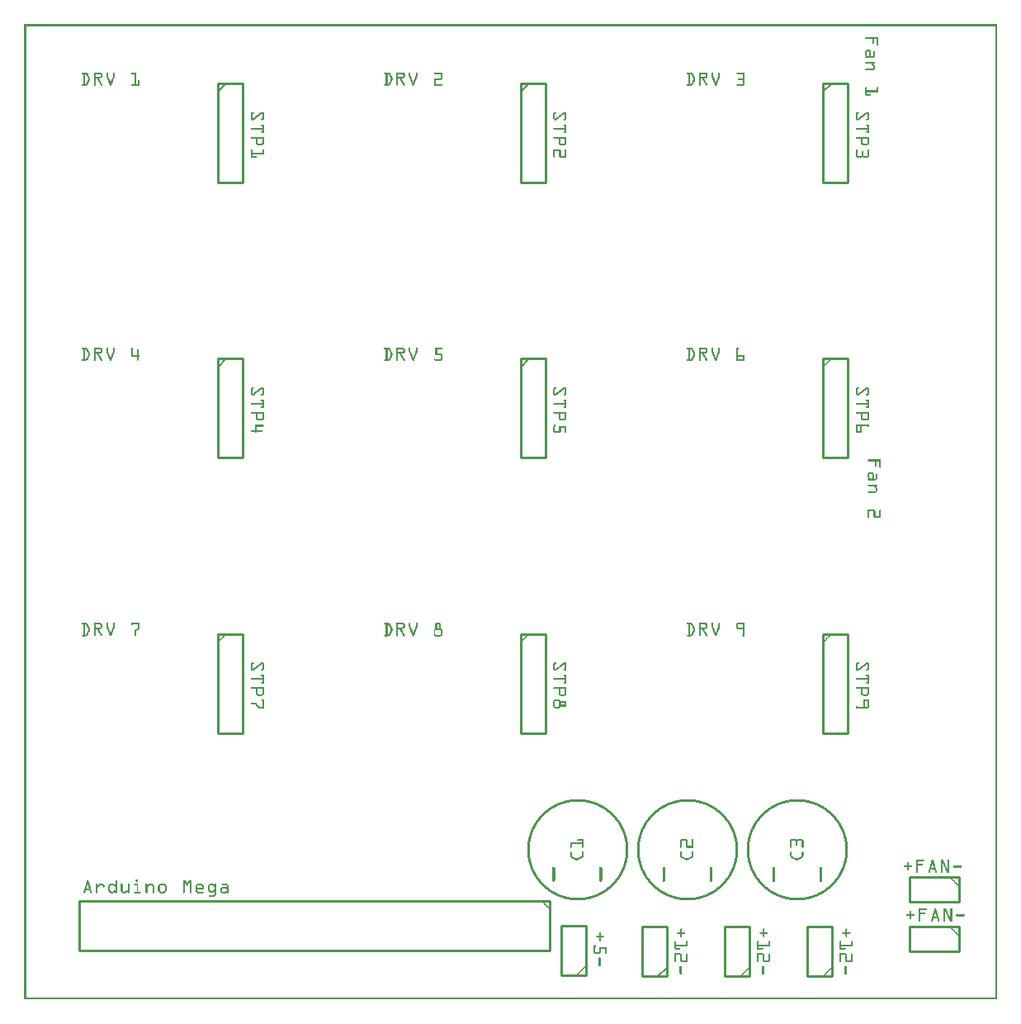
<source format=gto>
G04 MADE WITH FRITZING*
G04 WWW.FRITZING.ORG*
G04 DOUBLE SIDED*
G04 HOLES PLATED*
G04 CONTOUR ON CENTER OF CONTOUR VECTOR*
%ASAXBY*%
%FSLAX23Y23*%
%MOIN*%
%OFA0B0*%
%SFA1.0B1.0*%
%ADD10C,0.410000X0.39*%
%ADD11C,0.010000*%
%ADD12C,0.005000*%
%ADD13R,0.001000X0.001000*%
%LNSILK1*%
G90*
G70*
G54D10*
X2233Y606D03*
X2678Y606D03*
X3122Y606D03*
G54D11*
X2122Y400D02*
X222Y400D01*
D02*
X222Y400D02*
X222Y200D01*
D02*
X222Y200D02*
X2122Y200D01*
D02*
X2122Y200D02*
X2122Y400D01*
D02*
X781Y3699D02*
X781Y3299D01*
D02*
X781Y3299D02*
X881Y3299D01*
D02*
X881Y3299D02*
X881Y3699D01*
D02*
X881Y3699D02*
X781Y3699D01*
G54D12*
D02*
X781Y3664D02*
X816Y3699D01*
G54D11*
D02*
X2004Y3699D02*
X2004Y3299D01*
D02*
X2004Y3299D02*
X2104Y3299D01*
D02*
X2104Y3299D02*
X2104Y3699D01*
D02*
X2104Y3699D02*
X2004Y3699D01*
G54D12*
D02*
X2004Y3664D02*
X2039Y3699D01*
G54D11*
D02*
X3226Y3699D02*
X3226Y3299D01*
D02*
X3226Y3299D02*
X3326Y3299D01*
D02*
X3326Y3299D02*
X3326Y3699D01*
D02*
X3326Y3699D02*
X3226Y3699D01*
G54D12*
D02*
X3226Y3664D02*
X3261Y3699D01*
G54D11*
D02*
X781Y2588D02*
X781Y2188D01*
D02*
X781Y2188D02*
X881Y2188D01*
D02*
X881Y2188D02*
X881Y2588D01*
D02*
X881Y2588D02*
X781Y2588D01*
G54D12*
D02*
X781Y2553D02*
X816Y2588D01*
G54D11*
D02*
X2004Y2588D02*
X2004Y2188D01*
D02*
X2004Y2188D02*
X2104Y2188D01*
D02*
X2104Y2188D02*
X2104Y2588D01*
D02*
X2104Y2588D02*
X2004Y2588D01*
G54D12*
D02*
X2004Y2553D02*
X2039Y2588D01*
G54D11*
D02*
X3226Y2588D02*
X3226Y2188D01*
D02*
X3226Y2188D02*
X3326Y2188D01*
D02*
X3326Y2188D02*
X3326Y2588D01*
D02*
X3326Y2588D02*
X3226Y2588D01*
D02*
X781Y1477D02*
X781Y1077D01*
D02*
X781Y1077D02*
X881Y1077D01*
D02*
X881Y1077D02*
X881Y1477D01*
D02*
X881Y1477D02*
X781Y1477D01*
D02*
X2004Y1477D02*
X2004Y1077D01*
D02*
X2004Y1077D02*
X2104Y1077D01*
D02*
X2104Y1077D02*
X2104Y1477D01*
D02*
X2104Y1477D02*
X2004Y1477D01*
D02*
X3226Y1477D02*
X3226Y1077D01*
D02*
X3226Y1077D02*
X3326Y1077D01*
D02*
X3326Y1077D02*
X3326Y1477D01*
D02*
X3326Y1477D02*
X3226Y1477D01*
D02*
X3774Y494D02*
X3574Y494D01*
D02*
X3574Y494D02*
X3574Y394D01*
D02*
X3574Y394D02*
X3774Y394D01*
D02*
X3774Y394D02*
X3774Y494D01*
D02*
X3774Y294D02*
X3574Y294D01*
D02*
X3574Y294D02*
X3574Y194D01*
D02*
X3574Y194D02*
X3774Y194D01*
D02*
X3774Y194D02*
X3774Y294D01*
D02*
X2594Y94D02*
X2594Y294D01*
D02*
X2594Y294D02*
X2494Y294D01*
D02*
X2494Y294D02*
X2494Y94D01*
D02*
X2494Y94D02*
X2594Y94D01*
G54D12*
D02*
X2594Y129D02*
X2559Y94D01*
G54D11*
D02*
X2267Y100D02*
X2267Y300D01*
D02*
X2267Y300D02*
X2167Y300D01*
D02*
X2167Y300D02*
X2167Y100D01*
D02*
X2167Y100D02*
X2267Y100D01*
D02*
X2928Y94D02*
X2928Y294D01*
D02*
X2928Y294D02*
X2828Y294D01*
D02*
X2828Y294D02*
X2828Y94D01*
D02*
X2828Y94D02*
X2928Y94D01*
D02*
X3261Y94D02*
X3261Y294D01*
D02*
X3261Y294D02*
X3161Y294D01*
D02*
X3161Y294D02*
X3161Y94D01*
D02*
X3161Y94D02*
X3261Y94D01*
G54D13*
X0Y3937D02*
X3928Y3937D01*
X0Y3936D02*
X3928Y3936D01*
X0Y3935D02*
X3928Y3935D01*
X0Y3934D02*
X3928Y3934D01*
X0Y3933D02*
X3928Y3933D01*
X0Y3932D02*
X3928Y3932D01*
X0Y3931D02*
X3928Y3931D01*
X0Y3930D02*
X3928Y3930D01*
X0Y3929D02*
X7Y3929D01*
X3921Y3929D02*
X3928Y3929D01*
X0Y3928D02*
X7Y3928D01*
X3921Y3928D02*
X3928Y3928D01*
X0Y3927D02*
X7Y3927D01*
X3921Y3927D02*
X3928Y3927D01*
X0Y3926D02*
X7Y3926D01*
X3921Y3926D02*
X3928Y3926D01*
X0Y3925D02*
X7Y3925D01*
X3921Y3925D02*
X3928Y3925D01*
X0Y3924D02*
X7Y3924D01*
X3921Y3924D02*
X3928Y3924D01*
X0Y3923D02*
X7Y3923D01*
X3921Y3923D02*
X3928Y3923D01*
X0Y3922D02*
X7Y3922D01*
X3921Y3922D02*
X3928Y3922D01*
X0Y3921D02*
X7Y3921D01*
X3921Y3921D02*
X3928Y3921D01*
X0Y3920D02*
X7Y3920D01*
X3921Y3920D02*
X3928Y3920D01*
X0Y3919D02*
X7Y3919D01*
X3921Y3919D02*
X3928Y3919D01*
X0Y3918D02*
X7Y3918D01*
X3921Y3918D02*
X3928Y3918D01*
X0Y3917D02*
X7Y3917D01*
X3921Y3917D02*
X3928Y3917D01*
X0Y3916D02*
X7Y3916D01*
X3921Y3916D02*
X3928Y3916D01*
X0Y3915D02*
X7Y3915D01*
X3921Y3915D02*
X3928Y3915D01*
X0Y3914D02*
X7Y3914D01*
X3921Y3914D02*
X3928Y3914D01*
X0Y3913D02*
X7Y3913D01*
X3921Y3913D02*
X3928Y3913D01*
X0Y3912D02*
X7Y3912D01*
X3921Y3912D02*
X3928Y3912D01*
X0Y3911D02*
X7Y3911D01*
X3921Y3911D02*
X3928Y3911D01*
X0Y3910D02*
X7Y3910D01*
X3921Y3910D02*
X3928Y3910D01*
X0Y3909D02*
X7Y3909D01*
X3921Y3909D02*
X3928Y3909D01*
X0Y3908D02*
X7Y3908D01*
X3921Y3908D02*
X3928Y3908D01*
X0Y3907D02*
X7Y3907D01*
X3921Y3907D02*
X3928Y3907D01*
X0Y3906D02*
X7Y3906D01*
X3921Y3906D02*
X3928Y3906D01*
X0Y3905D02*
X7Y3905D01*
X3921Y3905D02*
X3928Y3905D01*
X0Y3904D02*
X7Y3904D01*
X3921Y3904D02*
X3928Y3904D01*
X0Y3903D02*
X7Y3903D01*
X3921Y3903D02*
X3928Y3903D01*
X0Y3902D02*
X7Y3902D01*
X3921Y3902D02*
X3928Y3902D01*
X0Y3901D02*
X7Y3901D01*
X3921Y3901D02*
X3928Y3901D01*
X0Y3900D02*
X7Y3900D01*
X3921Y3900D02*
X3928Y3900D01*
X0Y3899D02*
X7Y3899D01*
X3921Y3899D02*
X3928Y3899D01*
X0Y3898D02*
X7Y3898D01*
X3921Y3898D02*
X3928Y3898D01*
X0Y3897D02*
X7Y3897D01*
X3921Y3897D02*
X3928Y3897D01*
X0Y3896D02*
X7Y3896D01*
X3921Y3896D02*
X3928Y3896D01*
X0Y3895D02*
X7Y3895D01*
X3921Y3895D02*
X3928Y3895D01*
X0Y3894D02*
X7Y3894D01*
X3921Y3894D02*
X3928Y3894D01*
X0Y3893D02*
X7Y3893D01*
X3921Y3893D02*
X3928Y3893D01*
X0Y3892D02*
X7Y3892D01*
X3921Y3892D02*
X3928Y3892D01*
X0Y3891D02*
X7Y3891D01*
X3921Y3891D02*
X3928Y3891D01*
X0Y3890D02*
X7Y3890D01*
X3921Y3890D02*
X3928Y3890D01*
X0Y3889D02*
X7Y3889D01*
X3921Y3889D02*
X3928Y3889D01*
X0Y3888D02*
X7Y3888D01*
X3921Y3888D02*
X3928Y3888D01*
X0Y3887D02*
X7Y3887D01*
X3921Y3887D02*
X3928Y3887D01*
X0Y3886D02*
X7Y3886D01*
X3921Y3886D02*
X3928Y3886D01*
X0Y3885D02*
X7Y3885D01*
X3398Y3885D02*
X3448Y3885D01*
X3921Y3885D02*
X3928Y3885D01*
X0Y3884D02*
X7Y3884D01*
X3396Y3884D02*
X3449Y3884D01*
X3921Y3884D02*
X3928Y3884D01*
X0Y3883D02*
X7Y3883D01*
X3396Y3883D02*
X3449Y3883D01*
X3921Y3883D02*
X3928Y3883D01*
X0Y3882D02*
X7Y3882D01*
X3396Y3882D02*
X3449Y3882D01*
X3921Y3882D02*
X3928Y3882D01*
X0Y3881D02*
X7Y3881D01*
X3396Y3881D02*
X3449Y3881D01*
X3921Y3881D02*
X3928Y3881D01*
X0Y3880D02*
X7Y3880D01*
X3396Y3880D02*
X3449Y3880D01*
X3921Y3880D02*
X3928Y3880D01*
X0Y3879D02*
X7Y3879D01*
X3397Y3879D02*
X3449Y3879D01*
X3921Y3879D02*
X3928Y3879D01*
X0Y3878D02*
X7Y3878D01*
X3425Y3878D02*
X3431Y3878D01*
X3442Y3878D02*
X3449Y3878D01*
X3921Y3878D02*
X3928Y3878D01*
X0Y3877D02*
X7Y3877D01*
X3425Y3877D02*
X3431Y3877D01*
X3443Y3877D02*
X3449Y3877D01*
X3921Y3877D02*
X3928Y3877D01*
X0Y3876D02*
X7Y3876D01*
X3425Y3876D02*
X3431Y3876D01*
X3443Y3876D02*
X3449Y3876D01*
X3921Y3876D02*
X3928Y3876D01*
X0Y3875D02*
X7Y3875D01*
X3425Y3875D02*
X3431Y3875D01*
X3443Y3875D02*
X3449Y3875D01*
X3921Y3875D02*
X3928Y3875D01*
X0Y3874D02*
X7Y3874D01*
X3425Y3874D02*
X3431Y3874D01*
X3443Y3874D02*
X3449Y3874D01*
X3921Y3874D02*
X3928Y3874D01*
X0Y3873D02*
X7Y3873D01*
X3425Y3873D02*
X3431Y3873D01*
X3443Y3873D02*
X3449Y3873D01*
X3921Y3873D02*
X3928Y3873D01*
X0Y3872D02*
X7Y3872D01*
X3425Y3872D02*
X3431Y3872D01*
X3443Y3872D02*
X3449Y3872D01*
X3921Y3872D02*
X3928Y3872D01*
X0Y3871D02*
X7Y3871D01*
X3425Y3871D02*
X3431Y3871D01*
X3443Y3871D02*
X3449Y3871D01*
X3921Y3871D02*
X3928Y3871D01*
X0Y3870D02*
X7Y3870D01*
X3425Y3870D02*
X3431Y3870D01*
X3443Y3870D02*
X3449Y3870D01*
X3921Y3870D02*
X3928Y3870D01*
X0Y3869D02*
X7Y3869D01*
X3425Y3869D02*
X3431Y3869D01*
X3443Y3869D02*
X3449Y3869D01*
X3921Y3869D02*
X3928Y3869D01*
X0Y3868D02*
X7Y3868D01*
X3425Y3868D02*
X3431Y3868D01*
X3443Y3868D02*
X3449Y3868D01*
X3921Y3868D02*
X3928Y3868D01*
X0Y3867D02*
X7Y3867D01*
X3425Y3867D02*
X3431Y3867D01*
X3443Y3867D02*
X3449Y3867D01*
X3921Y3867D02*
X3928Y3867D01*
X0Y3866D02*
X7Y3866D01*
X3425Y3866D02*
X3431Y3866D01*
X3443Y3866D02*
X3449Y3866D01*
X3921Y3866D02*
X3928Y3866D01*
X0Y3865D02*
X7Y3865D01*
X3425Y3865D02*
X3431Y3865D01*
X3443Y3865D02*
X3449Y3865D01*
X3921Y3865D02*
X3928Y3865D01*
X0Y3864D02*
X7Y3864D01*
X3425Y3864D02*
X3431Y3864D01*
X3443Y3864D02*
X3449Y3864D01*
X3921Y3864D02*
X3928Y3864D01*
X0Y3863D02*
X7Y3863D01*
X3425Y3863D02*
X3431Y3863D01*
X3443Y3863D02*
X3449Y3863D01*
X3921Y3863D02*
X3928Y3863D01*
X0Y3862D02*
X7Y3862D01*
X3425Y3862D02*
X3431Y3862D01*
X3443Y3862D02*
X3449Y3862D01*
X3921Y3862D02*
X3928Y3862D01*
X0Y3861D02*
X7Y3861D01*
X3425Y3861D02*
X3431Y3861D01*
X3443Y3861D02*
X3449Y3861D01*
X3921Y3861D02*
X3928Y3861D01*
X0Y3860D02*
X7Y3860D01*
X3425Y3860D02*
X3431Y3860D01*
X3443Y3860D02*
X3449Y3860D01*
X3921Y3860D02*
X3928Y3860D01*
X0Y3859D02*
X7Y3859D01*
X3426Y3859D02*
X3430Y3859D01*
X3443Y3859D02*
X3449Y3859D01*
X3921Y3859D02*
X3928Y3859D01*
X0Y3858D02*
X7Y3858D01*
X3427Y3858D02*
X3429Y3858D01*
X3443Y3858D02*
X3449Y3858D01*
X3921Y3858D02*
X3928Y3858D01*
X0Y3857D02*
X7Y3857D01*
X3443Y3857D02*
X3449Y3857D01*
X3921Y3857D02*
X3928Y3857D01*
X0Y3856D02*
X7Y3856D01*
X3443Y3856D02*
X3449Y3856D01*
X3921Y3856D02*
X3928Y3856D01*
X0Y3855D02*
X7Y3855D01*
X3443Y3855D02*
X3449Y3855D01*
X3921Y3855D02*
X3928Y3855D01*
X0Y3854D02*
X7Y3854D01*
X3443Y3854D02*
X3449Y3854D01*
X3921Y3854D02*
X3928Y3854D01*
X0Y3853D02*
X7Y3853D01*
X3443Y3853D02*
X3448Y3853D01*
X3921Y3853D02*
X3928Y3853D01*
X0Y3852D02*
X7Y3852D01*
X3444Y3852D02*
X3448Y3852D01*
X3921Y3852D02*
X3928Y3852D01*
X0Y3851D02*
X7Y3851D01*
X3445Y3851D02*
X3447Y3851D01*
X3921Y3851D02*
X3928Y3851D01*
X0Y3850D02*
X7Y3850D01*
X3921Y3850D02*
X3928Y3850D01*
X0Y3849D02*
X7Y3849D01*
X3921Y3849D02*
X3928Y3849D01*
X0Y3848D02*
X7Y3848D01*
X3921Y3848D02*
X3928Y3848D01*
X0Y3847D02*
X7Y3847D01*
X3921Y3847D02*
X3928Y3847D01*
X0Y3846D02*
X7Y3846D01*
X3921Y3846D02*
X3928Y3846D01*
X0Y3845D02*
X7Y3845D01*
X3921Y3845D02*
X3928Y3845D01*
X0Y3844D02*
X7Y3844D01*
X3921Y3844D02*
X3928Y3844D01*
X0Y3843D02*
X7Y3843D01*
X3921Y3843D02*
X3928Y3843D01*
X0Y3842D02*
X7Y3842D01*
X3921Y3842D02*
X3928Y3842D01*
X0Y3841D02*
X7Y3841D01*
X3921Y3841D02*
X3928Y3841D01*
X0Y3840D02*
X7Y3840D01*
X3921Y3840D02*
X3928Y3840D01*
X0Y3839D02*
X7Y3839D01*
X3921Y3839D02*
X3928Y3839D01*
X0Y3838D02*
X7Y3838D01*
X3921Y3838D02*
X3928Y3838D01*
X0Y3837D02*
X7Y3837D01*
X3921Y3837D02*
X3928Y3837D01*
X0Y3836D02*
X7Y3836D01*
X3921Y3836D02*
X3928Y3836D01*
X0Y3835D02*
X7Y3835D01*
X3406Y3835D02*
X3409Y3835D01*
X3921Y3835D02*
X3928Y3835D01*
X0Y3834D02*
X7Y3834D01*
X3402Y3834D02*
X3413Y3834D01*
X3921Y3834D02*
X3928Y3834D01*
X0Y3833D02*
X7Y3833D01*
X3400Y3833D02*
X3415Y3833D01*
X3921Y3833D02*
X3928Y3833D01*
X0Y3832D02*
X7Y3832D01*
X3399Y3832D02*
X3416Y3832D01*
X3921Y3832D02*
X3928Y3832D01*
X0Y3831D02*
X7Y3831D01*
X3398Y3831D02*
X3417Y3831D01*
X3921Y3831D02*
X3928Y3831D01*
X0Y3830D02*
X7Y3830D01*
X3397Y3830D02*
X3418Y3830D01*
X3921Y3830D02*
X3928Y3830D01*
X0Y3829D02*
X7Y3829D01*
X3397Y3829D02*
X3418Y3829D01*
X3921Y3829D02*
X3928Y3829D01*
X0Y3828D02*
X7Y3828D01*
X3396Y3828D02*
X3419Y3828D01*
X3431Y3828D02*
X3431Y3828D01*
X3921Y3828D02*
X3928Y3828D01*
X0Y3827D02*
X7Y3827D01*
X3396Y3827D02*
X3403Y3827D01*
X3412Y3827D02*
X3419Y3827D01*
X3429Y3827D02*
X3433Y3827D01*
X3921Y3827D02*
X3928Y3827D01*
X0Y3826D02*
X7Y3826D01*
X3396Y3826D02*
X3402Y3826D01*
X3413Y3826D02*
X3419Y3826D01*
X3428Y3826D02*
X3434Y3826D01*
X3921Y3826D02*
X3928Y3826D01*
X0Y3825D02*
X7Y3825D01*
X3396Y3825D02*
X3402Y3825D01*
X3413Y3825D02*
X3419Y3825D01*
X3428Y3825D02*
X3434Y3825D01*
X3921Y3825D02*
X3928Y3825D01*
X0Y3824D02*
X7Y3824D01*
X3396Y3824D02*
X3402Y3824D01*
X3413Y3824D02*
X3419Y3824D01*
X3428Y3824D02*
X3434Y3824D01*
X3921Y3824D02*
X3928Y3824D01*
X0Y3823D02*
X7Y3823D01*
X3396Y3823D02*
X3402Y3823D01*
X3413Y3823D02*
X3419Y3823D01*
X3428Y3823D02*
X3434Y3823D01*
X3921Y3823D02*
X3928Y3823D01*
X0Y3822D02*
X7Y3822D01*
X3396Y3822D02*
X3402Y3822D01*
X3413Y3822D02*
X3419Y3822D01*
X3428Y3822D02*
X3434Y3822D01*
X3921Y3822D02*
X3928Y3822D01*
X0Y3821D02*
X7Y3821D01*
X3396Y3821D02*
X3402Y3821D01*
X3413Y3821D02*
X3419Y3821D01*
X3428Y3821D02*
X3434Y3821D01*
X3921Y3821D02*
X3928Y3821D01*
X0Y3820D02*
X7Y3820D01*
X3396Y3820D02*
X3402Y3820D01*
X3413Y3820D02*
X3419Y3820D01*
X3428Y3820D02*
X3434Y3820D01*
X3921Y3820D02*
X3928Y3820D01*
X0Y3819D02*
X7Y3819D01*
X3396Y3819D02*
X3402Y3819D01*
X3413Y3819D02*
X3419Y3819D01*
X3428Y3819D02*
X3434Y3819D01*
X3921Y3819D02*
X3928Y3819D01*
X0Y3818D02*
X7Y3818D01*
X3396Y3818D02*
X3402Y3818D01*
X3413Y3818D02*
X3419Y3818D01*
X3428Y3818D02*
X3434Y3818D01*
X3921Y3818D02*
X3928Y3818D01*
X0Y3817D02*
X7Y3817D01*
X3396Y3817D02*
X3402Y3817D01*
X3413Y3817D02*
X3419Y3817D01*
X3428Y3817D02*
X3434Y3817D01*
X3921Y3817D02*
X3928Y3817D01*
X0Y3816D02*
X7Y3816D01*
X3396Y3816D02*
X3402Y3816D01*
X3413Y3816D02*
X3419Y3816D01*
X3428Y3816D02*
X3434Y3816D01*
X3921Y3816D02*
X3928Y3816D01*
X0Y3815D02*
X7Y3815D01*
X3396Y3815D02*
X3402Y3815D01*
X3413Y3815D02*
X3419Y3815D01*
X3428Y3815D02*
X3434Y3815D01*
X3921Y3815D02*
X3928Y3815D01*
X0Y3814D02*
X7Y3814D01*
X3396Y3814D02*
X3402Y3814D01*
X3413Y3814D02*
X3419Y3814D01*
X3428Y3814D02*
X3434Y3814D01*
X3921Y3814D02*
X3928Y3814D01*
X0Y3813D02*
X7Y3813D01*
X3396Y3813D02*
X3403Y3813D01*
X3413Y3813D02*
X3419Y3813D01*
X3428Y3813D02*
X3434Y3813D01*
X3921Y3813D02*
X3928Y3813D01*
X0Y3812D02*
X7Y3812D01*
X3396Y3812D02*
X3403Y3812D01*
X3413Y3812D02*
X3419Y3812D01*
X3428Y3812D02*
X3434Y3812D01*
X3921Y3812D02*
X3928Y3812D01*
X0Y3811D02*
X7Y3811D01*
X3397Y3811D02*
X3404Y3811D01*
X3413Y3811D02*
X3419Y3811D01*
X3428Y3811D02*
X3434Y3811D01*
X3921Y3811D02*
X3928Y3811D01*
X0Y3810D02*
X7Y3810D01*
X3398Y3810D02*
X3405Y3810D01*
X3413Y3810D02*
X3419Y3810D01*
X3428Y3810D02*
X3434Y3810D01*
X3921Y3810D02*
X3928Y3810D01*
X0Y3809D02*
X7Y3809D01*
X3398Y3809D02*
X3405Y3809D01*
X3412Y3809D02*
X3419Y3809D01*
X3426Y3809D02*
X3434Y3809D01*
X3921Y3809D02*
X3928Y3809D01*
X0Y3808D02*
X7Y3808D01*
X3399Y3808D02*
X3406Y3808D01*
X3411Y3808D02*
X3433Y3808D01*
X3921Y3808D02*
X3928Y3808D01*
X0Y3807D02*
X7Y3807D01*
X3397Y3807D02*
X3433Y3807D01*
X3921Y3807D02*
X3928Y3807D01*
X0Y3806D02*
X7Y3806D01*
X3396Y3806D02*
X3432Y3806D01*
X3921Y3806D02*
X3928Y3806D01*
X0Y3805D02*
X7Y3805D01*
X3396Y3805D02*
X3431Y3805D01*
X3921Y3805D02*
X3928Y3805D01*
X0Y3804D02*
X7Y3804D01*
X3396Y3804D02*
X3430Y3804D01*
X3921Y3804D02*
X3928Y3804D01*
X0Y3803D02*
X7Y3803D01*
X3396Y3803D02*
X3429Y3803D01*
X3921Y3803D02*
X3928Y3803D01*
X0Y3802D02*
X7Y3802D01*
X3396Y3802D02*
X3427Y3802D01*
X3921Y3802D02*
X3928Y3802D01*
X0Y3801D02*
X7Y3801D01*
X3397Y3801D02*
X3415Y3801D01*
X3921Y3801D02*
X3928Y3801D01*
X0Y3800D02*
X7Y3800D01*
X3921Y3800D02*
X3928Y3800D01*
X0Y3799D02*
X7Y3799D01*
X3921Y3799D02*
X3928Y3799D01*
X0Y3798D02*
X7Y3798D01*
X3921Y3798D02*
X3928Y3798D01*
X0Y3797D02*
X7Y3797D01*
X3921Y3797D02*
X3928Y3797D01*
X0Y3796D02*
X7Y3796D01*
X3921Y3796D02*
X3928Y3796D01*
X0Y3795D02*
X7Y3795D01*
X3921Y3795D02*
X3928Y3795D01*
X0Y3794D02*
X7Y3794D01*
X3921Y3794D02*
X3928Y3794D01*
X0Y3793D02*
X7Y3793D01*
X3921Y3793D02*
X3928Y3793D01*
X0Y3792D02*
X7Y3792D01*
X3921Y3792D02*
X3928Y3792D01*
X0Y3791D02*
X7Y3791D01*
X3921Y3791D02*
X3928Y3791D01*
X0Y3790D02*
X7Y3790D01*
X3921Y3790D02*
X3928Y3790D01*
X0Y3789D02*
X7Y3789D01*
X3921Y3789D02*
X3928Y3789D01*
X0Y3788D02*
X7Y3788D01*
X3921Y3788D02*
X3928Y3788D01*
X0Y3787D02*
X7Y3787D01*
X3921Y3787D02*
X3928Y3787D01*
X0Y3786D02*
X7Y3786D01*
X3921Y3786D02*
X3928Y3786D01*
X0Y3785D02*
X7Y3785D01*
X3921Y3785D02*
X3928Y3785D01*
X0Y3784D02*
X7Y3784D01*
X3397Y3784D02*
X3433Y3784D01*
X3921Y3784D02*
X3928Y3784D01*
X0Y3783D02*
X7Y3783D01*
X3396Y3783D02*
X3433Y3783D01*
X3921Y3783D02*
X3928Y3783D01*
X0Y3782D02*
X7Y3782D01*
X3396Y3782D02*
X3434Y3782D01*
X3921Y3782D02*
X3928Y3782D01*
X0Y3781D02*
X7Y3781D01*
X3396Y3781D02*
X3434Y3781D01*
X3921Y3781D02*
X3928Y3781D01*
X0Y3780D02*
X7Y3780D01*
X3396Y3780D02*
X3434Y3780D01*
X3921Y3780D02*
X3928Y3780D01*
X0Y3779D02*
X7Y3779D01*
X3397Y3779D02*
X3433Y3779D01*
X3921Y3779D02*
X3928Y3779D01*
X0Y3778D02*
X7Y3778D01*
X3398Y3778D02*
X3432Y3778D01*
X3921Y3778D02*
X3928Y3778D01*
X0Y3777D02*
X7Y3777D01*
X3421Y3777D02*
X3429Y3777D01*
X3921Y3777D02*
X3928Y3777D01*
X0Y3776D02*
X7Y3776D01*
X3422Y3776D02*
X3429Y3776D01*
X3921Y3776D02*
X3928Y3776D01*
X0Y3775D02*
X7Y3775D01*
X3422Y3775D02*
X3430Y3775D01*
X3921Y3775D02*
X3928Y3775D01*
X0Y3774D02*
X7Y3774D01*
X3423Y3774D02*
X3430Y3774D01*
X3921Y3774D02*
X3928Y3774D01*
X0Y3773D02*
X7Y3773D01*
X3424Y3773D02*
X3431Y3773D01*
X3921Y3773D02*
X3928Y3773D01*
X0Y3772D02*
X7Y3772D01*
X3424Y3772D02*
X3432Y3772D01*
X3921Y3772D02*
X3928Y3772D01*
X0Y3771D02*
X7Y3771D01*
X3425Y3771D02*
X3432Y3771D01*
X3921Y3771D02*
X3928Y3771D01*
X0Y3770D02*
X7Y3770D01*
X3426Y3770D02*
X3433Y3770D01*
X3921Y3770D02*
X3928Y3770D01*
X0Y3769D02*
X7Y3769D01*
X3426Y3769D02*
X3433Y3769D01*
X3921Y3769D02*
X3928Y3769D01*
X0Y3768D02*
X7Y3768D01*
X3427Y3768D02*
X3434Y3768D01*
X3921Y3768D02*
X3928Y3768D01*
X0Y3767D02*
X7Y3767D01*
X3428Y3767D02*
X3434Y3767D01*
X3921Y3767D02*
X3928Y3767D01*
X0Y3766D02*
X7Y3766D01*
X3428Y3766D02*
X3434Y3766D01*
X3921Y3766D02*
X3928Y3766D01*
X0Y3765D02*
X7Y3765D01*
X3428Y3765D02*
X3434Y3765D01*
X3921Y3765D02*
X3928Y3765D01*
X0Y3764D02*
X7Y3764D01*
X3428Y3764D02*
X3434Y3764D01*
X3921Y3764D02*
X3928Y3764D01*
X0Y3763D02*
X7Y3763D01*
X3428Y3763D02*
X3434Y3763D01*
X3921Y3763D02*
X3928Y3763D01*
X0Y3762D02*
X7Y3762D01*
X3428Y3762D02*
X3434Y3762D01*
X3921Y3762D02*
X3928Y3762D01*
X0Y3761D02*
X7Y3761D01*
X3428Y3761D02*
X3434Y3761D01*
X3921Y3761D02*
X3928Y3761D01*
X0Y3760D02*
X7Y3760D01*
X3428Y3760D02*
X3434Y3760D01*
X3921Y3760D02*
X3928Y3760D01*
X0Y3759D02*
X7Y3759D01*
X3427Y3759D02*
X3434Y3759D01*
X3921Y3759D02*
X3928Y3759D01*
X0Y3758D02*
X7Y3758D01*
X3421Y3758D02*
X3433Y3758D01*
X3921Y3758D02*
X3928Y3758D01*
X0Y3757D02*
X7Y3757D01*
X3398Y3757D02*
X3433Y3757D01*
X3921Y3757D02*
X3928Y3757D01*
X0Y3756D02*
X7Y3756D01*
X3396Y3756D02*
X3432Y3756D01*
X3921Y3756D02*
X3928Y3756D01*
X0Y3755D02*
X7Y3755D01*
X3396Y3755D02*
X3432Y3755D01*
X3921Y3755D02*
X3928Y3755D01*
X0Y3754D02*
X7Y3754D01*
X3396Y3754D02*
X3431Y3754D01*
X3921Y3754D02*
X3928Y3754D01*
X0Y3753D02*
X7Y3753D01*
X3396Y3753D02*
X3430Y3753D01*
X3921Y3753D02*
X3928Y3753D01*
X0Y3752D02*
X7Y3752D01*
X3396Y3752D02*
X3428Y3752D01*
X3921Y3752D02*
X3928Y3752D01*
X0Y3751D02*
X7Y3751D01*
X3397Y3751D02*
X3421Y3751D01*
X3921Y3751D02*
X3928Y3751D01*
X0Y3750D02*
X7Y3750D01*
X3921Y3750D02*
X3928Y3750D01*
X0Y3749D02*
X7Y3749D01*
X3921Y3749D02*
X3928Y3749D01*
X0Y3748D02*
X7Y3748D01*
X3921Y3748D02*
X3928Y3748D01*
X0Y3747D02*
X7Y3747D01*
X3921Y3747D02*
X3928Y3747D01*
X0Y3746D02*
X7Y3746D01*
X3921Y3746D02*
X3928Y3746D01*
X0Y3745D02*
X7Y3745D01*
X3921Y3745D02*
X3928Y3745D01*
X0Y3744D02*
X7Y3744D01*
X3921Y3744D02*
X3928Y3744D01*
X0Y3743D02*
X7Y3743D01*
X233Y3743D02*
X248Y3743D01*
X281Y3743D02*
X306Y3743D01*
X333Y3743D02*
X335Y3743D01*
X361Y3743D02*
X362Y3743D01*
X434Y3743D02*
X451Y3743D01*
X1455Y3743D02*
X1471Y3743D01*
X1503Y3743D02*
X1528Y3743D01*
X1555Y3743D02*
X1557Y3743D01*
X1583Y3743D02*
X1584Y3743D01*
X1656Y3743D02*
X1682Y3743D01*
X2677Y3743D02*
X2693Y3743D01*
X2725Y3743D02*
X2750Y3743D01*
X2777Y3743D02*
X2779Y3743D01*
X2805Y3743D02*
X2807Y3743D01*
X2878Y3743D02*
X2904Y3743D01*
X3921Y3743D02*
X3928Y3743D01*
X0Y3742D02*
X7Y3742D01*
X232Y3742D02*
X251Y3742D01*
X281Y3742D02*
X309Y3742D01*
X332Y3742D02*
X336Y3742D01*
X360Y3742D02*
X364Y3742D01*
X432Y3742D02*
X451Y3742D01*
X1454Y3742D02*
X1473Y3742D01*
X1503Y3742D02*
X1531Y3742D01*
X1554Y3742D02*
X1558Y3742D01*
X1582Y3742D02*
X1586Y3742D01*
X1654Y3742D02*
X1684Y3742D01*
X2676Y3742D02*
X2695Y3742D01*
X2725Y3742D02*
X2753Y3742D01*
X2776Y3742D02*
X2780Y3742D01*
X2804Y3742D02*
X2808Y3742D01*
X2876Y3742D02*
X2906Y3742D01*
X3921Y3742D02*
X3928Y3742D01*
X0Y3741D02*
X7Y3741D01*
X231Y3741D02*
X252Y3741D01*
X281Y3741D02*
X310Y3741D01*
X331Y3741D02*
X337Y3741D01*
X359Y3741D02*
X364Y3741D01*
X432Y3741D02*
X451Y3741D01*
X1453Y3741D02*
X1474Y3741D01*
X1503Y3741D02*
X1532Y3741D01*
X1553Y3741D02*
X1559Y3741D01*
X1581Y3741D02*
X1586Y3741D01*
X1654Y3741D02*
X1685Y3741D01*
X2675Y3741D02*
X2696Y3741D01*
X2725Y3741D02*
X2754Y3741D01*
X2775Y3741D02*
X2781Y3741D01*
X2803Y3741D02*
X2808Y3741D01*
X2876Y3741D02*
X2907Y3741D01*
X3921Y3741D02*
X3928Y3741D01*
X0Y3740D02*
X7Y3740D01*
X231Y3740D02*
X254Y3740D01*
X281Y3740D02*
X311Y3740D01*
X331Y3740D02*
X337Y3740D01*
X359Y3740D02*
X365Y3740D01*
X432Y3740D02*
X451Y3740D01*
X1453Y3740D02*
X1476Y3740D01*
X1503Y3740D02*
X1534Y3740D01*
X1553Y3740D02*
X1559Y3740D01*
X1581Y3740D02*
X1587Y3740D01*
X1654Y3740D02*
X1686Y3740D01*
X2675Y3740D02*
X2698Y3740D01*
X2725Y3740D02*
X2756Y3740D01*
X2775Y3740D02*
X2781Y3740D01*
X2803Y3740D02*
X2809Y3740D01*
X2876Y3740D02*
X2908Y3740D01*
X3921Y3740D02*
X3928Y3740D01*
X0Y3739D02*
X7Y3739D01*
X231Y3739D02*
X254Y3739D01*
X281Y3739D02*
X312Y3739D01*
X331Y3739D02*
X337Y3739D01*
X359Y3739D02*
X365Y3739D01*
X432Y3739D02*
X451Y3739D01*
X1453Y3739D02*
X1476Y3739D01*
X1503Y3739D02*
X1534Y3739D01*
X1553Y3739D02*
X1559Y3739D01*
X1581Y3739D02*
X1587Y3739D01*
X1654Y3739D02*
X1687Y3739D01*
X2675Y3739D02*
X2698Y3739D01*
X2725Y3739D02*
X2756Y3739D01*
X2775Y3739D02*
X2781Y3739D01*
X2803Y3739D02*
X2809Y3739D01*
X2876Y3739D02*
X2909Y3739D01*
X3921Y3739D02*
X3928Y3739D01*
X0Y3738D02*
X7Y3738D01*
X231Y3738D02*
X255Y3738D01*
X281Y3738D02*
X313Y3738D01*
X331Y3738D02*
X337Y3738D01*
X359Y3738D02*
X365Y3738D01*
X432Y3738D02*
X451Y3738D01*
X1453Y3738D02*
X1477Y3738D01*
X1503Y3738D02*
X1535Y3738D01*
X1553Y3738D02*
X1559Y3738D01*
X1581Y3738D02*
X1587Y3738D01*
X1654Y3738D02*
X1687Y3738D01*
X2675Y3738D02*
X2699Y3738D01*
X2725Y3738D02*
X2757Y3738D01*
X2775Y3738D02*
X2781Y3738D01*
X2803Y3738D02*
X2809Y3738D01*
X2876Y3738D02*
X2909Y3738D01*
X3921Y3738D02*
X3928Y3738D01*
X0Y3737D02*
X7Y3737D01*
X232Y3737D02*
X256Y3737D01*
X281Y3737D02*
X314Y3737D01*
X331Y3737D02*
X337Y3737D01*
X359Y3737D02*
X365Y3737D01*
X433Y3737D02*
X451Y3737D01*
X1454Y3737D02*
X1478Y3737D01*
X1503Y3737D02*
X1536Y3737D01*
X1553Y3737D02*
X1559Y3737D01*
X1581Y3737D02*
X1587Y3737D01*
X1655Y3737D02*
X1687Y3737D01*
X2676Y3737D02*
X2700Y3737D01*
X2725Y3737D02*
X2758Y3737D01*
X2775Y3737D02*
X2781Y3737D01*
X2803Y3737D02*
X2809Y3737D01*
X2877Y3737D02*
X2909Y3737D01*
X3921Y3737D02*
X3928Y3737D01*
X0Y3736D02*
X7Y3736D01*
X237Y3736D02*
X244Y3736D01*
X248Y3736D02*
X256Y3736D01*
X281Y3736D02*
X287Y3736D01*
X306Y3736D02*
X314Y3736D01*
X331Y3736D02*
X337Y3736D01*
X359Y3736D02*
X365Y3736D01*
X445Y3736D02*
X451Y3736D01*
X1459Y3736D02*
X1466Y3736D01*
X1470Y3736D02*
X1478Y3736D01*
X1503Y3736D02*
X1509Y3736D01*
X1528Y3736D02*
X1536Y3736D01*
X1553Y3736D02*
X1559Y3736D01*
X1581Y3736D02*
X1587Y3736D01*
X1681Y3736D02*
X1687Y3736D01*
X2682Y3736D02*
X2688Y3736D01*
X2692Y3736D02*
X2700Y3736D01*
X2725Y3736D02*
X2731Y3736D01*
X2750Y3736D02*
X2758Y3736D01*
X2775Y3736D02*
X2781Y3736D01*
X2803Y3736D02*
X2809Y3736D01*
X2903Y3736D02*
X2909Y3736D01*
X3921Y3736D02*
X3928Y3736D01*
X0Y3735D02*
X7Y3735D01*
X238Y3735D02*
X244Y3735D01*
X250Y3735D02*
X257Y3735D01*
X281Y3735D02*
X287Y3735D01*
X308Y3735D02*
X314Y3735D01*
X331Y3735D02*
X337Y3735D01*
X359Y3735D02*
X365Y3735D01*
X445Y3735D02*
X451Y3735D01*
X1460Y3735D02*
X1466Y3735D01*
X1472Y3735D02*
X1479Y3735D01*
X1503Y3735D02*
X1509Y3735D01*
X1530Y3735D02*
X1536Y3735D01*
X1553Y3735D02*
X1559Y3735D01*
X1581Y3735D02*
X1587Y3735D01*
X1681Y3735D02*
X1687Y3735D01*
X2682Y3735D02*
X2688Y3735D01*
X2694Y3735D02*
X2701Y3735D01*
X2725Y3735D02*
X2731Y3735D01*
X2752Y3735D02*
X2758Y3735D01*
X2775Y3735D02*
X2781Y3735D01*
X2803Y3735D02*
X2809Y3735D01*
X2903Y3735D02*
X2909Y3735D01*
X3921Y3735D02*
X3928Y3735D01*
X0Y3734D02*
X7Y3734D01*
X238Y3734D02*
X244Y3734D01*
X250Y3734D02*
X257Y3734D01*
X281Y3734D02*
X287Y3734D01*
X308Y3734D02*
X314Y3734D01*
X331Y3734D02*
X337Y3734D01*
X359Y3734D02*
X365Y3734D01*
X445Y3734D02*
X451Y3734D01*
X1460Y3734D02*
X1466Y3734D01*
X1472Y3734D02*
X1479Y3734D01*
X1503Y3734D02*
X1509Y3734D01*
X1530Y3734D02*
X1536Y3734D01*
X1553Y3734D02*
X1559Y3734D01*
X1581Y3734D02*
X1587Y3734D01*
X1681Y3734D02*
X1687Y3734D01*
X2682Y3734D02*
X2688Y3734D01*
X2694Y3734D02*
X2701Y3734D01*
X2725Y3734D02*
X2731Y3734D01*
X2752Y3734D02*
X2758Y3734D01*
X2775Y3734D02*
X2781Y3734D01*
X2803Y3734D02*
X2809Y3734D01*
X2903Y3734D02*
X2909Y3734D01*
X3921Y3734D02*
X3928Y3734D01*
X0Y3733D02*
X7Y3733D01*
X238Y3733D02*
X244Y3733D01*
X251Y3733D02*
X258Y3733D01*
X281Y3733D02*
X287Y3733D01*
X308Y3733D02*
X314Y3733D01*
X331Y3733D02*
X337Y3733D01*
X359Y3733D02*
X365Y3733D01*
X445Y3733D02*
X451Y3733D01*
X1460Y3733D02*
X1466Y3733D01*
X1473Y3733D02*
X1480Y3733D01*
X1503Y3733D02*
X1509Y3733D01*
X1530Y3733D02*
X1536Y3733D01*
X1553Y3733D02*
X1559Y3733D01*
X1581Y3733D02*
X1587Y3733D01*
X1681Y3733D02*
X1687Y3733D01*
X2682Y3733D02*
X2688Y3733D01*
X2695Y3733D02*
X2702Y3733D01*
X2725Y3733D02*
X2731Y3733D01*
X2752Y3733D02*
X2759Y3733D01*
X2775Y3733D02*
X2781Y3733D01*
X2803Y3733D02*
X2809Y3733D01*
X2903Y3733D02*
X2909Y3733D01*
X3921Y3733D02*
X3928Y3733D01*
X0Y3732D02*
X7Y3732D01*
X238Y3732D02*
X244Y3732D01*
X251Y3732D02*
X258Y3732D01*
X281Y3732D02*
X287Y3732D01*
X308Y3732D02*
X314Y3732D01*
X331Y3732D02*
X337Y3732D01*
X359Y3732D02*
X365Y3732D01*
X445Y3732D02*
X451Y3732D01*
X1460Y3732D02*
X1466Y3732D01*
X1473Y3732D02*
X1480Y3732D01*
X1503Y3732D02*
X1509Y3732D01*
X1531Y3732D02*
X1537Y3732D01*
X1553Y3732D02*
X1559Y3732D01*
X1581Y3732D02*
X1587Y3732D01*
X1681Y3732D02*
X1687Y3732D01*
X2682Y3732D02*
X2688Y3732D01*
X2695Y3732D02*
X2702Y3732D01*
X2725Y3732D02*
X2731Y3732D01*
X2753Y3732D02*
X2759Y3732D01*
X2775Y3732D02*
X2781Y3732D01*
X2803Y3732D02*
X2809Y3732D01*
X2903Y3732D02*
X2909Y3732D01*
X3921Y3732D02*
X3928Y3732D01*
X0Y3731D02*
X7Y3731D01*
X238Y3731D02*
X244Y3731D01*
X252Y3731D02*
X259Y3731D01*
X281Y3731D02*
X287Y3731D01*
X308Y3731D02*
X314Y3731D01*
X331Y3731D02*
X337Y3731D01*
X359Y3731D02*
X365Y3731D01*
X445Y3731D02*
X451Y3731D01*
X1460Y3731D02*
X1466Y3731D01*
X1474Y3731D02*
X1481Y3731D01*
X1503Y3731D02*
X1509Y3731D01*
X1531Y3731D02*
X1537Y3731D01*
X1553Y3731D02*
X1559Y3731D01*
X1581Y3731D02*
X1587Y3731D01*
X1681Y3731D02*
X1687Y3731D01*
X2682Y3731D02*
X2688Y3731D01*
X2696Y3731D02*
X2703Y3731D01*
X2725Y3731D02*
X2731Y3731D01*
X2753Y3731D02*
X2759Y3731D01*
X2775Y3731D02*
X2781Y3731D01*
X2803Y3731D02*
X2809Y3731D01*
X2903Y3731D02*
X2909Y3731D01*
X3921Y3731D02*
X3928Y3731D01*
X0Y3730D02*
X7Y3730D01*
X238Y3730D02*
X244Y3730D01*
X252Y3730D02*
X259Y3730D01*
X281Y3730D02*
X287Y3730D01*
X308Y3730D02*
X314Y3730D01*
X331Y3730D02*
X337Y3730D01*
X359Y3730D02*
X365Y3730D01*
X445Y3730D02*
X451Y3730D01*
X1460Y3730D02*
X1466Y3730D01*
X1474Y3730D02*
X1481Y3730D01*
X1503Y3730D02*
X1509Y3730D01*
X1531Y3730D02*
X1537Y3730D01*
X1553Y3730D02*
X1559Y3730D01*
X1581Y3730D02*
X1587Y3730D01*
X1681Y3730D02*
X1687Y3730D01*
X2682Y3730D02*
X2688Y3730D01*
X2696Y3730D02*
X2703Y3730D01*
X2725Y3730D02*
X2731Y3730D01*
X2753Y3730D02*
X2759Y3730D01*
X2775Y3730D02*
X2781Y3730D01*
X2803Y3730D02*
X2809Y3730D01*
X2903Y3730D02*
X2909Y3730D01*
X3921Y3730D02*
X3928Y3730D01*
X0Y3729D02*
X7Y3729D01*
X238Y3729D02*
X244Y3729D01*
X253Y3729D02*
X260Y3729D01*
X281Y3729D02*
X287Y3729D01*
X308Y3729D02*
X314Y3729D01*
X331Y3729D02*
X337Y3729D01*
X359Y3729D02*
X365Y3729D01*
X445Y3729D02*
X451Y3729D01*
X1460Y3729D02*
X1466Y3729D01*
X1475Y3729D02*
X1482Y3729D01*
X1503Y3729D02*
X1509Y3729D01*
X1530Y3729D02*
X1537Y3729D01*
X1553Y3729D02*
X1559Y3729D01*
X1581Y3729D02*
X1587Y3729D01*
X1681Y3729D02*
X1687Y3729D01*
X2682Y3729D02*
X2688Y3729D01*
X2697Y3729D02*
X2704Y3729D01*
X2725Y3729D02*
X2731Y3729D01*
X2753Y3729D02*
X2759Y3729D01*
X2775Y3729D02*
X2781Y3729D01*
X2803Y3729D02*
X2809Y3729D01*
X2903Y3729D02*
X2909Y3729D01*
X3921Y3729D02*
X3928Y3729D01*
X0Y3728D02*
X7Y3728D01*
X238Y3728D02*
X244Y3728D01*
X253Y3728D02*
X260Y3728D01*
X281Y3728D02*
X287Y3728D01*
X308Y3728D02*
X314Y3728D01*
X331Y3728D02*
X337Y3728D01*
X358Y3728D02*
X365Y3728D01*
X445Y3728D02*
X451Y3728D01*
X1460Y3728D02*
X1466Y3728D01*
X1475Y3728D02*
X1482Y3728D01*
X1503Y3728D02*
X1509Y3728D01*
X1530Y3728D02*
X1536Y3728D01*
X1553Y3728D02*
X1559Y3728D01*
X1580Y3728D02*
X1587Y3728D01*
X1681Y3728D02*
X1687Y3728D01*
X2682Y3728D02*
X2688Y3728D01*
X2697Y3728D02*
X2704Y3728D01*
X2725Y3728D02*
X2731Y3728D01*
X2752Y3728D02*
X2758Y3728D01*
X2775Y3728D02*
X2781Y3728D01*
X2802Y3728D02*
X2809Y3728D01*
X2903Y3728D02*
X2909Y3728D01*
X3921Y3728D02*
X3928Y3728D01*
X0Y3727D02*
X7Y3727D01*
X238Y3727D02*
X244Y3727D01*
X254Y3727D02*
X261Y3727D01*
X281Y3727D02*
X287Y3727D01*
X308Y3727D02*
X314Y3727D01*
X331Y3727D02*
X338Y3727D01*
X358Y3727D02*
X365Y3727D01*
X445Y3727D02*
X451Y3727D01*
X1460Y3727D02*
X1466Y3727D01*
X1476Y3727D02*
X1483Y3727D01*
X1503Y3727D02*
X1509Y3727D01*
X1530Y3727D02*
X1536Y3727D01*
X1553Y3727D02*
X1560Y3727D01*
X1580Y3727D02*
X1587Y3727D01*
X1681Y3727D02*
X1687Y3727D01*
X2682Y3727D02*
X2688Y3727D01*
X2698Y3727D02*
X2705Y3727D01*
X2725Y3727D02*
X2731Y3727D01*
X2752Y3727D02*
X2758Y3727D01*
X2775Y3727D02*
X2782Y3727D01*
X2802Y3727D02*
X2809Y3727D01*
X2903Y3727D02*
X2909Y3727D01*
X3921Y3727D02*
X3928Y3727D01*
X0Y3726D02*
X7Y3726D01*
X238Y3726D02*
X244Y3726D01*
X254Y3726D02*
X261Y3726D01*
X281Y3726D02*
X287Y3726D01*
X306Y3726D02*
X314Y3726D01*
X332Y3726D02*
X338Y3726D01*
X358Y3726D02*
X364Y3726D01*
X445Y3726D02*
X451Y3726D01*
X1460Y3726D02*
X1466Y3726D01*
X1476Y3726D02*
X1483Y3726D01*
X1503Y3726D02*
X1509Y3726D01*
X1528Y3726D02*
X1536Y3726D01*
X1554Y3726D02*
X1560Y3726D01*
X1580Y3726D02*
X1586Y3726D01*
X1681Y3726D02*
X1687Y3726D01*
X2682Y3726D02*
X2688Y3726D01*
X2698Y3726D02*
X2705Y3726D01*
X2725Y3726D02*
X2731Y3726D01*
X2750Y3726D02*
X2758Y3726D01*
X2776Y3726D02*
X2782Y3726D01*
X2802Y3726D02*
X2808Y3726D01*
X2903Y3726D02*
X2909Y3726D01*
X3921Y3726D02*
X3928Y3726D01*
X0Y3725D02*
X7Y3725D01*
X238Y3725D02*
X244Y3725D01*
X255Y3725D02*
X262Y3725D01*
X281Y3725D02*
X314Y3725D01*
X332Y3725D02*
X339Y3725D01*
X357Y3725D02*
X364Y3725D01*
X445Y3725D02*
X451Y3725D01*
X1460Y3725D02*
X1466Y3725D01*
X1477Y3725D02*
X1484Y3725D01*
X1503Y3725D02*
X1536Y3725D01*
X1554Y3725D02*
X1561Y3725D01*
X1579Y3725D02*
X1586Y3725D01*
X1681Y3725D02*
X1687Y3725D01*
X2682Y3725D02*
X2688Y3725D01*
X2699Y3725D02*
X2706Y3725D01*
X2725Y3725D02*
X2758Y3725D01*
X2776Y3725D02*
X2783Y3725D01*
X2801Y3725D02*
X2808Y3725D01*
X2903Y3725D02*
X2909Y3725D01*
X3921Y3725D02*
X3928Y3725D01*
X0Y3724D02*
X7Y3724D01*
X238Y3724D02*
X244Y3724D01*
X255Y3724D02*
X262Y3724D01*
X281Y3724D02*
X313Y3724D01*
X332Y3724D02*
X339Y3724D01*
X357Y3724D02*
X363Y3724D01*
X445Y3724D02*
X451Y3724D01*
X1460Y3724D02*
X1466Y3724D01*
X1477Y3724D02*
X1484Y3724D01*
X1503Y3724D02*
X1535Y3724D01*
X1554Y3724D02*
X1561Y3724D01*
X1579Y3724D02*
X1585Y3724D01*
X1681Y3724D02*
X1687Y3724D01*
X2682Y3724D02*
X2688Y3724D01*
X2699Y3724D02*
X2706Y3724D01*
X2725Y3724D02*
X2757Y3724D01*
X2776Y3724D02*
X2783Y3724D01*
X2801Y3724D02*
X2807Y3724D01*
X2903Y3724D02*
X2909Y3724D01*
X3921Y3724D02*
X3928Y3724D01*
X0Y3723D02*
X7Y3723D01*
X238Y3723D02*
X244Y3723D01*
X256Y3723D02*
X263Y3723D01*
X281Y3723D02*
X312Y3723D01*
X333Y3723D02*
X339Y3723D01*
X356Y3723D02*
X363Y3723D01*
X445Y3723D02*
X451Y3723D01*
X1460Y3723D02*
X1466Y3723D01*
X1478Y3723D02*
X1485Y3723D01*
X1503Y3723D02*
X1534Y3723D01*
X1555Y3723D02*
X1561Y3723D01*
X1578Y3723D02*
X1585Y3723D01*
X1681Y3723D02*
X1687Y3723D01*
X2682Y3723D02*
X2688Y3723D01*
X2700Y3723D02*
X2707Y3723D01*
X2725Y3723D02*
X2757Y3723D01*
X2777Y3723D02*
X2783Y3723D01*
X2801Y3723D02*
X2807Y3723D01*
X2903Y3723D02*
X2909Y3723D01*
X3921Y3723D02*
X3928Y3723D01*
X0Y3722D02*
X7Y3722D01*
X238Y3722D02*
X244Y3722D01*
X256Y3722D02*
X263Y3722D01*
X281Y3722D02*
X312Y3722D01*
X333Y3722D02*
X340Y3722D01*
X356Y3722D02*
X363Y3722D01*
X445Y3722D02*
X451Y3722D01*
X1460Y3722D02*
X1466Y3722D01*
X1478Y3722D02*
X1485Y3722D01*
X1503Y3722D02*
X1534Y3722D01*
X1555Y3722D02*
X1562Y3722D01*
X1578Y3722D02*
X1585Y3722D01*
X1681Y3722D02*
X1687Y3722D01*
X2682Y3722D02*
X2688Y3722D01*
X2700Y3722D02*
X2707Y3722D01*
X2725Y3722D02*
X2756Y3722D01*
X2777Y3722D02*
X2784Y3722D01*
X2800Y3722D02*
X2807Y3722D01*
X2903Y3722D02*
X2909Y3722D01*
X3921Y3722D02*
X3928Y3722D01*
X0Y3721D02*
X7Y3721D01*
X238Y3721D02*
X244Y3721D01*
X257Y3721D02*
X263Y3721D01*
X281Y3721D02*
X310Y3721D01*
X334Y3721D02*
X340Y3721D01*
X356Y3721D02*
X362Y3721D01*
X445Y3721D02*
X451Y3721D01*
X1460Y3721D02*
X1466Y3721D01*
X1479Y3721D02*
X1485Y3721D01*
X1503Y3721D02*
X1533Y3721D01*
X1556Y3721D02*
X1562Y3721D01*
X1578Y3721D02*
X1584Y3721D01*
X1681Y3721D02*
X1687Y3721D01*
X2682Y3721D02*
X2688Y3721D01*
X2701Y3721D02*
X2707Y3721D01*
X2725Y3721D02*
X2755Y3721D01*
X2778Y3721D02*
X2784Y3721D01*
X2800Y3721D02*
X2806Y3721D01*
X2902Y3721D02*
X2909Y3721D01*
X3921Y3721D02*
X3928Y3721D01*
X0Y3720D02*
X7Y3720D01*
X238Y3720D02*
X244Y3720D01*
X257Y3720D02*
X264Y3720D01*
X281Y3720D02*
X309Y3720D01*
X334Y3720D02*
X341Y3720D01*
X355Y3720D02*
X362Y3720D01*
X445Y3720D02*
X451Y3720D01*
X1460Y3720D02*
X1466Y3720D01*
X1479Y3720D02*
X1486Y3720D01*
X1503Y3720D02*
X1531Y3720D01*
X1556Y3720D02*
X1563Y3720D01*
X1577Y3720D02*
X1584Y3720D01*
X1681Y3720D02*
X1687Y3720D01*
X2682Y3720D02*
X2688Y3720D01*
X2701Y3720D02*
X2708Y3720D01*
X2725Y3720D02*
X2753Y3720D01*
X2778Y3720D02*
X2785Y3720D01*
X2799Y3720D02*
X2806Y3720D01*
X2901Y3720D02*
X2909Y3720D01*
X3921Y3720D02*
X3928Y3720D01*
X0Y3719D02*
X7Y3719D01*
X238Y3719D02*
X244Y3719D01*
X258Y3719D02*
X264Y3719D01*
X281Y3719D02*
X307Y3719D01*
X334Y3719D02*
X341Y3719D01*
X355Y3719D02*
X361Y3719D01*
X445Y3719D02*
X451Y3719D01*
X1460Y3719D02*
X1466Y3719D01*
X1480Y3719D02*
X1486Y3719D01*
X1503Y3719D02*
X1529Y3719D01*
X1556Y3719D02*
X1563Y3719D01*
X1577Y3719D02*
X1583Y3719D01*
X1658Y3719D02*
X1687Y3719D01*
X2682Y3719D02*
X2688Y3719D01*
X2702Y3719D02*
X2708Y3719D01*
X2725Y3719D02*
X2751Y3719D01*
X2778Y3719D02*
X2785Y3719D01*
X2799Y3719D02*
X2806Y3719D01*
X2884Y3719D02*
X2908Y3719D01*
X3921Y3719D02*
X3928Y3719D01*
X0Y3718D02*
X7Y3718D01*
X238Y3718D02*
X244Y3718D01*
X258Y3718D02*
X264Y3718D01*
X281Y3718D02*
X287Y3718D01*
X293Y3718D02*
X300Y3718D01*
X335Y3718D02*
X341Y3718D01*
X354Y3718D02*
X361Y3718D01*
X445Y3718D02*
X451Y3718D01*
X1460Y3718D02*
X1466Y3718D01*
X1480Y3718D02*
X1486Y3718D01*
X1503Y3718D02*
X1509Y3718D01*
X1515Y3718D02*
X1522Y3718D01*
X1557Y3718D02*
X1563Y3718D01*
X1577Y3718D02*
X1583Y3718D01*
X1656Y3718D02*
X1687Y3718D01*
X2682Y3718D02*
X2688Y3718D01*
X2702Y3718D02*
X2708Y3718D01*
X2725Y3718D02*
X2731Y3718D01*
X2737Y3718D02*
X2744Y3718D01*
X2779Y3718D02*
X2785Y3718D01*
X2799Y3718D02*
X2805Y3718D01*
X2883Y3718D02*
X2908Y3718D01*
X3921Y3718D02*
X3928Y3718D01*
X0Y3717D02*
X7Y3717D01*
X238Y3717D02*
X244Y3717D01*
X258Y3717D02*
X264Y3717D01*
X281Y3717D02*
X287Y3717D01*
X294Y3717D02*
X301Y3717D01*
X335Y3717D02*
X342Y3717D01*
X354Y3717D02*
X361Y3717D01*
X445Y3717D02*
X451Y3717D01*
X1460Y3717D02*
X1466Y3717D01*
X1480Y3717D02*
X1486Y3717D01*
X1503Y3717D02*
X1509Y3717D01*
X1516Y3717D02*
X1523Y3717D01*
X1557Y3717D02*
X1564Y3717D01*
X1576Y3717D02*
X1583Y3717D01*
X1655Y3717D02*
X1687Y3717D01*
X2682Y3717D02*
X2688Y3717D01*
X2702Y3717D02*
X2708Y3717D01*
X2725Y3717D02*
X2731Y3717D01*
X2738Y3717D02*
X2745Y3717D01*
X2779Y3717D02*
X2786Y3717D01*
X2798Y3717D02*
X2805Y3717D01*
X2883Y3717D02*
X2907Y3717D01*
X3921Y3717D02*
X3928Y3717D01*
X0Y3716D02*
X7Y3716D01*
X238Y3716D02*
X244Y3716D01*
X258Y3716D02*
X264Y3716D01*
X281Y3716D02*
X287Y3716D01*
X294Y3716D02*
X301Y3716D01*
X335Y3716D02*
X342Y3716D01*
X354Y3716D02*
X360Y3716D01*
X445Y3716D02*
X451Y3716D01*
X1460Y3716D02*
X1466Y3716D01*
X1480Y3716D02*
X1486Y3716D01*
X1503Y3716D02*
X1509Y3716D01*
X1516Y3716D02*
X1523Y3716D01*
X1558Y3716D02*
X1564Y3716D01*
X1576Y3716D02*
X1582Y3716D01*
X1654Y3716D02*
X1686Y3716D01*
X2682Y3716D02*
X2688Y3716D01*
X2702Y3716D02*
X2708Y3716D01*
X2725Y3716D02*
X2731Y3716D01*
X2738Y3716D02*
X2745Y3716D01*
X2780Y3716D02*
X2786Y3716D01*
X2798Y3716D02*
X2804Y3716D01*
X2883Y3716D02*
X2907Y3716D01*
X3921Y3716D02*
X3928Y3716D01*
X0Y3715D02*
X7Y3715D01*
X238Y3715D02*
X244Y3715D01*
X258Y3715D02*
X264Y3715D01*
X281Y3715D02*
X287Y3715D01*
X295Y3715D02*
X302Y3715D01*
X336Y3715D02*
X342Y3715D01*
X353Y3715D02*
X360Y3715D01*
X445Y3715D02*
X451Y3715D01*
X1460Y3715D02*
X1466Y3715D01*
X1480Y3715D02*
X1486Y3715D01*
X1503Y3715D02*
X1509Y3715D01*
X1517Y3715D02*
X1524Y3715D01*
X1558Y3715D02*
X1564Y3715D01*
X1575Y3715D02*
X1582Y3715D01*
X1654Y3715D02*
X1685Y3715D01*
X2682Y3715D02*
X2688Y3715D01*
X2702Y3715D02*
X2708Y3715D01*
X2725Y3715D02*
X2731Y3715D01*
X2739Y3715D02*
X2746Y3715D01*
X2780Y3715D02*
X2787Y3715D01*
X2797Y3715D02*
X2804Y3715D01*
X2883Y3715D02*
X2907Y3715D01*
X3921Y3715D02*
X3928Y3715D01*
X0Y3714D02*
X7Y3714D01*
X238Y3714D02*
X244Y3714D01*
X258Y3714D02*
X264Y3714D01*
X281Y3714D02*
X287Y3714D01*
X295Y3714D02*
X303Y3714D01*
X336Y3714D02*
X343Y3714D01*
X353Y3714D02*
X359Y3714D01*
X445Y3714D02*
X451Y3714D01*
X1460Y3714D02*
X1466Y3714D01*
X1480Y3714D02*
X1486Y3714D01*
X1503Y3714D02*
X1509Y3714D01*
X1517Y3714D02*
X1525Y3714D01*
X1558Y3714D02*
X1565Y3714D01*
X1575Y3714D02*
X1582Y3714D01*
X1654Y3714D02*
X1684Y3714D01*
X2682Y3714D02*
X2688Y3714D01*
X2702Y3714D02*
X2708Y3714D01*
X2725Y3714D02*
X2731Y3714D01*
X2739Y3714D02*
X2747Y3714D01*
X2780Y3714D02*
X2787Y3714D01*
X2797Y3714D02*
X2804Y3714D01*
X2883Y3714D02*
X2908Y3714D01*
X3921Y3714D02*
X3928Y3714D01*
X0Y3713D02*
X7Y3713D01*
X238Y3713D02*
X244Y3713D01*
X258Y3713D02*
X264Y3713D01*
X281Y3713D02*
X287Y3713D01*
X296Y3713D02*
X303Y3713D01*
X337Y3713D02*
X343Y3713D01*
X353Y3713D02*
X359Y3713D01*
X445Y3713D02*
X451Y3713D01*
X460Y3713D02*
X464Y3713D01*
X1460Y3713D02*
X1466Y3713D01*
X1480Y3713D02*
X1486Y3713D01*
X1503Y3713D02*
X1509Y3713D01*
X1518Y3713D02*
X1525Y3713D01*
X1559Y3713D02*
X1565Y3713D01*
X1575Y3713D02*
X1581Y3713D01*
X1654Y3713D02*
X1682Y3713D01*
X2682Y3713D02*
X2688Y3713D01*
X2702Y3713D02*
X2708Y3713D01*
X2725Y3713D02*
X2731Y3713D01*
X2740Y3713D02*
X2747Y3713D01*
X2781Y3713D02*
X2787Y3713D01*
X2797Y3713D02*
X2803Y3713D01*
X2885Y3713D02*
X2908Y3713D01*
X3921Y3713D02*
X3928Y3713D01*
X0Y3712D02*
X7Y3712D01*
X238Y3712D02*
X244Y3712D01*
X257Y3712D02*
X264Y3712D01*
X281Y3712D02*
X287Y3712D01*
X297Y3712D02*
X304Y3712D01*
X337Y3712D02*
X344Y3712D01*
X352Y3712D02*
X359Y3712D01*
X445Y3712D02*
X451Y3712D01*
X460Y3712D02*
X465Y3712D01*
X1460Y3712D02*
X1466Y3712D01*
X1479Y3712D02*
X1486Y3712D01*
X1503Y3712D02*
X1509Y3712D01*
X1519Y3712D02*
X1526Y3712D01*
X1559Y3712D02*
X1566Y3712D01*
X1574Y3712D02*
X1581Y3712D01*
X1654Y3712D02*
X1660Y3712D01*
X2682Y3712D02*
X2688Y3712D01*
X2701Y3712D02*
X2708Y3712D01*
X2725Y3712D02*
X2731Y3712D01*
X2741Y3712D02*
X2748Y3712D01*
X2781Y3712D02*
X2788Y3712D01*
X2796Y3712D02*
X2803Y3712D01*
X2902Y3712D02*
X2909Y3712D01*
X3921Y3712D02*
X3928Y3712D01*
X0Y3711D02*
X7Y3711D01*
X238Y3711D02*
X244Y3711D01*
X257Y3711D02*
X263Y3711D01*
X281Y3711D02*
X287Y3711D01*
X297Y3711D02*
X304Y3711D01*
X337Y3711D02*
X344Y3711D01*
X352Y3711D02*
X358Y3711D01*
X445Y3711D02*
X451Y3711D01*
X459Y3711D02*
X465Y3711D01*
X1460Y3711D02*
X1466Y3711D01*
X1479Y3711D02*
X1485Y3711D01*
X1503Y3711D02*
X1509Y3711D01*
X1519Y3711D02*
X1526Y3711D01*
X1559Y3711D02*
X1566Y3711D01*
X1574Y3711D02*
X1580Y3711D01*
X1654Y3711D02*
X1660Y3711D01*
X2682Y3711D02*
X2688Y3711D01*
X2701Y3711D02*
X2707Y3711D01*
X2725Y3711D02*
X2731Y3711D01*
X2741Y3711D02*
X2748Y3711D01*
X2781Y3711D02*
X2788Y3711D01*
X2796Y3711D02*
X2802Y3711D01*
X2903Y3711D02*
X2909Y3711D01*
X3921Y3711D02*
X3928Y3711D01*
X0Y3710D02*
X7Y3710D01*
X238Y3710D02*
X244Y3710D01*
X256Y3710D02*
X263Y3710D01*
X281Y3710D02*
X287Y3710D01*
X298Y3710D02*
X305Y3710D01*
X338Y3710D02*
X344Y3710D01*
X351Y3710D02*
X358Y3710D01*
X445Y3710D02*
X451Y3710D01*
X459Y3710D02*
X465Y3710D01*
X1460Y3710D02*
X1466Y3710D01*
X1478Y3710D02*
X1485Y3710D01*
X1503Y3710D02*
X1509Y3710D01*
X1520Y3710D02*
X1527Y3710D01*
X1560Y3710D02*
X1566Y3710D01*
X1573Y3710D02*
X1580Y3710D01*
X1654Y3710D02*
X1660Y3710D01*
X2682Y3710D02*
X2688Y3710D01*
X2700Y3710D02*
X2707Y3710D01*
X2725Y3710D02*
X2731Y3710D01*
X2742Y3710D02*
X2749Y3710D01*
X2782Y3710D02*
X2788Y3710D01*
X2795Y3710D02*
X2802Y3710D01*
X2903Y3710D02*
X2909Y3710D01*
X3921Y3710D02*
X3928Y3710D01*
X0Y3709D02*
X7Y3709D01*
X238Y3709D02*
X244Y3709D01*
X256Y3709D02*
X263Y3709D01*
X281Y3709D02*
X287Y3709D01*
X298Y3709D02*
X305Y3709D01*
X338Y3709D02*
X345Y3709D01*
X351Y3709D02*
X358Y3709D01*
X445Y3709D02*
X451Y3709D01*
X459Y3709D02*
X465Y3709D01*
X1460Y3709D02*
X1466Y3709D01*
X1478Y3709D02*
X1485Y3709D01*
X1503Y3709D02*
X1509Y3709D01*
X1520Y3709D02*
X1528Y3709D01*
X1560Y3709D02*
X1567Y3709D01*
X1573Y3709D02*
X1580Y3709D01*
X1654Y3709D02*
X1660Y3709D01*
X2682Y3709D02*
X2688Y3709D01*
X2700Y3709D02*
X2707Y3709D01*
X2725Y3709D02*
X2731Y3709D01*
X2742Y3709D02*
X2750Y3709D01*
X2782Y3709D02*
X2789Y3709D01*
X2795Y3709D02*
X2802Y3709D01*
X2903Y3709D02*
X2909Y3709D01*
X3921Y3709D02*
X3928Y3709D01*
X0Y3708D02*
X7Y3708D01*
X238Y3708D02*
X244Y3708D01*
X255Y3708D02*
X262Y3708D01*
X281Y3708D02*
X287Y3708D01*
X299Y3708D02*
X306Y3708D01*
X339Y3708D02*
X345Y3708D01*
X351Y3708D02*
X357Y3708D01*
X445Y3708D02*
X451Y3708D01*
X459Y3708D02*
X465Y3708D01*
X1460Y3708D02*
X1466Y3708D01*
X1477Y3708D02*
X1484Y3708D01*
X1503Y3708D02*
X1509Y3708D01*
X1521Y3708D02*
X1528Y3708D01*
X1561Y3708D02*
X1567Y3708D01*
X1573Y3708D02*
X1579Y3708D01*
X1654Y3708D02*
X1660Y3708D01*
X2682Y3708D02*
X2688Y3708D01*
X2699Y3708D02*
X2706Y3708D01*
X2725Y3708D02*
X2731Y3708D01*
X2743Y3708D02*
X2750Y3708D01*
X2783Y3708D02*
X2789Y3708D01*
X2795Y3708D02*
X2801Y3708D01*
X2903Y3708D02*
X2909Y3708D01*
X3921Y3708D02*
X3928Y3708D01*
X0Y3707D02*
X7Y3707D01*
X238Y3707D02*
X244Y3707D01*
X255Y3707D02*
X262Y3707D01*
X281Y3707D02*
X287Y3707D01*
X299Y3707D02*
X307Y3707D01*
X339Y3707D02*
X346Y3707D01*
X350Y3707D02*
X357Y3707D01*
X445Y3707D02*
X451Y3707D01*
X459Y3707D02*
X465Y3707D01*
X1460Y3707D02*
X1466Y3707D01*
X1477Y3707D02*
X1484Y3707D01*
X1503Y3707D02*
X1509Y3707D01*
X1521Y3707D02*
X1529Y3707D01*
X1561Y3707D02*
X1568Y3707D01*
X1572Y3707D02*
X1579Y3707D01*
X1654Y3707D02*
X1660Y3707D01*
X2682Y3707D02*
X2688Y3707D01*
X2699Y3707D02*
X2706Y3707D01*
X2725Y3707D02*
X2731Y3707D01*
X2744Y3707D02*
X2751Y3707D01*
X2783Y3707D02*
X2790Y3707D01*
X2794Y3707D02*
X2801Y3707D01*
X2903Y3707D02*
X2909Y3707D01*
X3921Y3707D02*
X3928Y3707D01*
X0Y3706D02*
X7Y3706D01*
X238Y3706D02*
X244Y3706D01*
X254Y3706D02*
X261Y3706D01*
X281Y3706D02*
X287Y3706D01*
X300Y3706D02*
X307Y3706D01*
X339Y3706D02*
X346Y3706D01*
X350Y3706D02*
X356Y3706D01*
X445Y3706D02*
X451Y3706D01*
X459Y3706D02*
X465Y3706D01*
X1460Y3706D02*
X1466Y3706D01*
X1476Y3706D02*
X1483Y3706D01*
X1503Y3706D02*
X1509Y3706D01*
X1522Y3706D02*
X1529Y3706D01*
X1561Y3706D02*
X1568Y3706D01*
X1572Y3706D02*
X1578Y3706D01*
X1654Y3706D02*
X1660Y3706D01*
X2682Y3706D02*
X2688Y3706D01*
X2698Y3706D02*
X2705Y3706D01*
X2725Y3706D02*
X2731Y3706D01*
X2744Y3706D02*
X2751Y3706D01*
X2783Y3706D02*
X2790Y3706D01*
X2794Y3706D02*
X2800Y3706D01*
X2903Y3706D02*
X2909Y3706D01*
X3921Y3706D02*
X3928Y3706D01*
X0Y3705D02*
X7Y3705D01*
X238Y3705D02*
X244Y3705D01*
X254Y3705D02*
X261Y3705D01*
X281Y3705D02*
X287Y3705D01*
X301Y3705D02*
X308Y3705D01*
X340Y3705D02*
X346Y3705D01*
X349Y3705D02*
X356Y3705D01*
X445Y3705D02*
X451Y3705D01*
X459Y3705D02*
X465Y3705D01*
X1460Y3705D02*
X1466Y3705D01*
X1476Y3705D02*
X1483Y3705D01*
X1503Y3705D02*
X1509Y3705D01*
X1523Y3705D02*
X1530Y3705D01*
X1562Y3705D02*
X1568Y3705D01*
X1571Y3705D02*
X1578Y3705D01*
X1654Y3705D02*
X1660Y3705D01*
X2682Y3705D02*
X2688Y3705D01*
X2698Y3705D02*
X2705Y3705D01*
X2725Y3705D02*
X2731Y3705D01*
X2745Y3705D02*
X2752Y3705D01*
X2784Y3705D02*
X2790Y3705D01*
X2793Y3705D02*
X2800Y3705D01*
X2903Y3705D02*
X2909Y3705D01*
X3921Y3705D02*
X3928Y3705D01*
X0Y3704D02*
X7Y3704D01*
X238Y3704D02*
X244Y3704D01*
X253Y3704D02*
X260Y3704D01*
X281Y3704D02*
X287Y3704D01*
X301Y3704D02*
X308Y3704D01*
X340Y3704D02*
X347Y3704D01*
X349Y3704D02*
X356Y3704D01*
X445Y3704D02*
X451Y3704D01*
X459Y3704D02*
X465Y3704D01*
X1460Y3704D02*
X1466Y3704D01*
X1475Y3704D02*
X1482Y3704D01*
X1503Y3704D02*
X1509Y3704D01*
X1523Y3704D02*
X1530Y3704D01*
X1562Y3704D02*
X1569Y3704D01*
X1571Y3704D02*
X1578Y3704D01*
X1654Y3704D02*
X1660Y3704D01*
X2682Y3704D02*
X2688Y3704D01*
X2697Y3704D02*
X2704Y3704D01*
X2725Y3704D02*
X2731Y3704D01*
X2745Y3704D02*
X2752Y3704D01*
X2784Y3704D02*
X2791Y3704D01*
X2793Y3704D02*
X2800Y3704D01*
X2903Y3704D02*
X2909Y3704D01*
X3921Y3704D02*
X3928Y3704D01*
X0Y3703D02*
X7Y3703D01*
X238Y3703D02*
X244Y3703D01*
X253Y3703D02*
X260Y3703D01*
X281Y3703D02*
X287Y3703D01*
X302Y3703D02*
X309Y3703D01*
X341Y3703D02*
X355Y3703D01*
X445Y3703D02*
X451Y3703D01*
X459Y3703D02*
X465Y3703D01*
X1460Y3703D02*
X1466Y3703D01*
X1475Y3703D02*
X1482Y3703D01*
X1503Y3703D02*
X1509Y3703D01*
X1524Y3703D02*
X1531Y3703D01*
X1563Y3703D02*
X1577Y3703D01*
X1654Y3703D02*
X1660Y3703D01*
X2682Y3703D02*
X2688Y3703D01*
X2697Y3703D02*
X2704Y3703D01*
X2725Y3703D02*
X2731Y3703D01*
X2746Y3703D02*
X2753Y3703D01*
X2785Y3703D02*
X2799Y3703D01*
X2903Y3703D02*
X2909Y3703D01*
X3921Y3703D02*
X3928Y3703D01*
X0Y3702D02*
X7Y3702D01*
X238Y3702D02*
X244Y3702D01*
X252Y3702D02*
X259Y3702D01*
X281Y3702D02*
X287Y3702D01*
X302Y3702D02*
X310Y3702D01*
X341Y3702D02*
X355Y3702D01*
X445Y3702D02*
X451Y3702D01*
X459Y3702D02*
X465Y3702D01*
X1460Y3702D02*
X1466Y3702D01*
X1474Y3702D02*
X1481Y3702D01*
X1503Y3702D02*
X1509Y3702D01*
X1524Y3702D02*
X1532Y3702D01*
X1563Y3702D02*
X1577Y3702D01*
X1654Y3702D02*
X1660Y3702D01*
X2682Y3702D02*
X2688Y3702D01*
X2696Y3702D02*
X2703Y3702D01*
X2725Y3702D02*
X2731Y3702D01*
X2746Y3702D02*
X2754Y3702D01*
X2785Y3702D02*
X2799Y3702D01*
X2903Y3702D02*
X2909Y3702D01*
X3921Y3702D02*
X3928Y3702D01*
X0Y3701D02*
X7Y3701D01*
X238Y3701D02*
X244Y3701D01*
X252Y3701D02*
X259Y3701D01*
X281Y3701D02*
X287Y3701D01*
X303Y3701D02*
X310Y3701D01*
X341Y3701D02*
X354Y3701D01*
X445Y3701D02*
X451Y3701D01*
X459Y3701D02*
X465Y3701D01*
X1460Y3701D02*
X1466Y3701D01*
X1474Y3701D02*
X1481Y3701D01*
X1503Y3701D02*
X1509Y3701D01*
X1525Y3701D02*
X1532Y3701D01*
X1563Y3701D02*
X1576Y3701D01*
X1654Y3701D02*
X1660Y3701D01*
X2682Y3701D02*
X2688Y3701D01*
X2696Y3701D02*
X2703Y3701D01*
X2725Y3701D02*
X2731Y3701D01*
X2747Y3701D02*
X2754Y3701D01*
X2785Y3701D02*
X2798Y3701D01*
X2903Y3701D02*
X2909Y3701D01*
X3921Y3701D02*
X3928Y3701D01*
X0Y3700D02*
X7Y3700D01*
X238Y3700D02*
X244Y3700D01*
X251Y3700D02*
X258Y3700D01*
X281Y3700D02*
X287Y3700D01*
X304Y3700D02*
X311Y3700D01*
X342Y3700D02*
X354Y3700D01*
X445Y3700D02*
X451Y3700D01*
X459Y3700D02*
X465Y3700D01*
X1460Y3700D02*
X1466Y3700D01*
X1473Y3700D02*
X1480Y3700D01*
X1503Y3700D02*
X1509Y3700D01*
X1526Y3700D02*
X1533Y3700D01*
X1564Y3700D02*
X1576Y3700D01*
X1654Y3700D02*
X1660Y3700D01*
X2682Y3700D02*
X2688Y3700D01*
X2695Y3700D02*
X2702Y3700D01*
X2725Y3700D02*
X2731Y3700D01*
X2748Y3700D02*
X2755Y3700D01*
X2786Y3700D02*
X2798Y3700D01*
X2903Y3700D02*
X2909Y3700D01*
X3921Y3700D02*
X3928Y3700D01*
X0Y3699D02*
X7Y3699D01*
X238Y3699D02*
X244Y3699D01*
X251Y3699D02*
X258Y3699D01*
X281Y3699D02*
X287Y3699D01*
X304Y3699D02*
X311Y3699D01*
X342Y3699D02*
X354Y3699D01*
X445Y3699D02*
X451Y3699D01*
X459Y3699D02*
X465Y3699D01*
X1460Y3699D02*
X1466Y3699D01*
X1473Y3699D02*
X1480Y3699D01*
X1503Y3699D02*
X1509Y3699D01*
X1526Y3699D02*
X1533Y3699D01*
X1564Y3699D02*
X1576Y3699D01*
X1654Y3699D02*
X1660Y3699D01*
X2682Y3699D02*
X2688Y3699D01*
X2695Y3699D02*
X2702Y3699D01*
X2725Y3699D02*
X2731Y3699D01*
X2748Y3699D02*
X2755Y3699D01*
X2786Y3699D02*
X2798Y3699D01*
X2903Y3699D02*
X2909Y3699D01*
X3921Y3699D02*
X3928Y3699D01*
X0Y3698D02*
X7Y3698D01*
X238Y3698D02*
X244Y3698D01*
X250Y3698D02*
X257Y3698D01*
X281Y3698D02*
X287Y3698D01*
X305Y3698D02*
X312Y3698D01*
X342Y3698D02*
X353Y3698D01*
X445Y3698D02*
X451Y3698D01*
X459Y3698D02*
X465Y3698D01*
X1460Y3698D02*
X1466Y3698D01*
X1472Y3698D02*
X1479Y3698D01*
X1503Y3698D02*
X1509Y3698D01*
X1527Y3698D02*
X1534Y3698D01*
X1565Y3698D02*
X1575Y3698D01*
X1654Y3698D02*
X1660Y3698D01*
X2682Y3698D02*
X2688Y3698D01*
X2694Y3698D02*
X2701Y3698D01*
X2725Y3698D02*
X2731Y3698D01*
X2749Y3698D02*
X2756Y3698D01*
X2787Y3698D02*
X2797Y3698D01*
X2903Y3698D02*
X2909Y3698D01*
X3921Y3698D02*
X3928Y3698D01*
X0Y3697D02*
X7Y3697D01*
X238Y3697D02*
X244Y3697D01*
X249Y3697D02*
X257Y3697D01*
X281Y3697D02*
X287Y3697D01*
X305Y3697D02*
X312Y3697D01*
X343Y3697D02*
X353Y3697D01*
X445Y3697D02*
X451Y3697D01*
X459Y3697D02*
X465Y3697D01*
X1460Y3697D02*
X1466Y3697D01*
X1471Y3697D02*
X1479Y3697D01*
X1503Y3697D02*
X1509Y3697D01*
X1527Y3697D02*
X1535Y3697D01*
X1565Y3697D02*
X1575Y3697D01*
X1654Y3697D02*
X1660Y3697D01*
X2682Y3697D02*
X2688Y3697D01*
X2693Y3697D02*
X2701Y3697D01*
X2725Y3697D02*
X2731Y3697D01*
X2749Y3697D02*
X2757Y3697D01*
X2787Y3697D02*
X2797Y3697D01*
X2903Y3697D02*
X2909Y3697D01*
X3921Y3697D02*
X3928Y3697D01*
X0Y3696D02*
X7Y3696D01*
X233Y3696D02*
X256Y3696D01*
X281Y3696D02*
X287Y3696D01*
X306Y3696D02*
X313Y3696D01*
X343Y3696D02*
X352Y3696D01*
X434Y3696D02*
X465Y3696D01*
X1455Y3696D02*
X1478Y3696D01*
X1503Y3696D02*
X1509Y3696D01*
X1528Y3696D02*
X1535Y3696D01*
X1565Y3696D02*
X1575Y3696D01*
X1654Y3696D02*
X1684Y3696D01*
X2678Y3696D02*
X2700Y3696D01*
X2725Y3696D02*
X2731Y3696D01*
X2750Y3696D02*
X2757Y3696D01*
X2787Y3696D02*
X2797Y3696D01*
X2878Y3696D02*
X2909Y3696D01*
X3921Y3696D02*
X3928Y3696D01*
X0Y3695D02*
X7Y3695D01*
X232Y3695D02*
X256Y3695D01*
X281Y3695D02*
X287Y3695D01*
X306Y3695D02*
X314Y3695D01*
X344Y3695D02*
X352Y3695D01*
X433Y3695D02*
X465Y3695D01*
X1454Y3695D02*
X1478Y3695D01*
X1503Y3695D02*
X1509Y3695D01*
X1528Y3695D02*
X1536Y3695D01*
X1566Y3695D02*
X1574Y3695D01*
X1654Y3695D02*
X1686Y3695D01*
X2676Y3695D02*
X2700Y3695D01*
X2725Y3695D02*
X2731Y3695D01*
X2751Y3695D02*
X2758Y3695D01*
X2788Y3695D02*
X2796Y3695D01*
X2877Y3695D02*
X2909Y3695D01*
X3921Y3695D02*
X3928Y3695D01*
X0Y3694D02*
X7Y3694D01*
X231Y3694D02*
X255Y3694D01*
X281Y3694D02*
X287Y3694D01*
X307Y3694D02*
X314Y3694D01*
X344Y3694D02*
X352Y3694D01*
X432Y3694D02*
X465Y3694D01*
X1453Y3694D02*
X1477Y3694D01*
X1503Y3694D02*
X1509Y3694D01*
X1529Y3694D02*
X1536Y3694D01*
X1566Y3694D02*
X1574Y3694D01*
X1654Y3694D02*
X1687Y3694D01*
X2675Y3694D02*
X2699Y3694D01*
X2725Y3694D02*
X2731Y3694D01*
X2751Y3694D02*
X2758Y3694D01*
X2788Y3694D02*
X2796Y3694D01*
X2876Y3694D02*
X2909Y3694D01*
X3921Y3694D02*
X3928Y3694D01*
X0Y3693D02*
X7Y3693D01*
X231Y3693D02*
X254Y3693D01*
X281Y3693D02*
X287Y3693D01*
X308Y3693D02*
X314Y3693D01*
X344Y3693D02*
X351Y3693D01*
X432Y3693D02*
X465Y3693D01*
X1453Y3693D02*
X1476Y3693D01*
X1503Y3693D02*
X1509Y3693D01*
X1530Y3693D02*
X1536Y3693D01*
X1566Y3693D02*
X1573Y3693D01*
X1654Y3693D02*
X1687Y3693D01*
X2675Y3693D02*
X2698Y3693D01*
X2725Y3693D02*
X2731Y3693D01*
X2752Y3693D02*
X2758Y3693D01*
X2788Y3693D02*
X2795Y3693D01*
X2876Y3693D02*
X2908Y3693D01*
X3921Y3693D02*
X3928Y3693D01*
X0Y3692D02*
X7Y3692D01*
X231Y3692D02*
X253Y3692D01*
X281Y3692D02*
X287Y3692D01*
X308Y3692D02*
X314Y3692D01*
X345Y3692D02*
X351Y3692D01*
X432Y3692D02*
X465Y3692D01*
X1453Y3692D02*
X1475Y3692D01*
X1503Y3692D02*
X1509Y3692D01*
X1530Y3692D02*
X1536Y3692D01*
X1567Y3692D02*
X1573Y3692D01*
X1654Y3692D02*
X1687Y3692D01*
X2675Y3692D02*
X2697Y3692D01*
X2725Y3692D02*
X2731Y3692D01*
X2752Y3692D02*
X2758Y3692D01*
X2789Y3692D02*
X2795Y3692D01*
X2876Y3692D02*
X2908Y3692D01*
X3921Y3692D02*
X3928Y3692D01*
X0Y3691D02*
X7Y3691D01*
X231Y3691D02*
X252Y3691D01*
X281Y3691D02*
X286Y3691D01*
X309Y3691D02*
X314Y3691D01*
X345Y3691D02*
X350Y3691D01*
X432Y3691D02*
X465Y3691D01*
X1453Y3691D02*
X1474Y3691D01*
X1503Y3691D02*
X1508Y3691D01*
X1531Y3691D02*
X1536Y3691D01*
X1567Y3691D02*
X1572Y3691D01*
X1654Y3691D02*
X1687Y3691D01*
X2675Y3691D02*
X2696Y3691D01*
X2725Y3691D02*
X2731Y3691D01*
X2753Y3691D02*
X2758Y3691D01*
X2789Y3691D02*
X2795Y3691D01*
X2876Y3691D02*
X2907Y3691D01*
X3921Y3691D02*
X3928Y3691D01*
X0Y3690D02*
X7Y3690D01*
X232Y3690D02*
X250Y3690D01*
X282Y3690D02*
X286Y3690D01*
X310Y3690D02*
X313Y3690D01*
X346Y3690D02*
X350Y3690D01*
X433Y3690D02*
X464Y3690D01*
X1454Y3690D02*
X1472Y3690D01*
X1504Y3690D02*
X1508Y3690D01*
X1532Y3690D02*
X1535Y3690D01*
X1568Y3690D02*
X1572Y3690D01*
X1654Y3690D02*
X1686Y3690D01*
X2676Y3690D02*
X2694Y3690D01*
X2726Y3690D02*
X2730Y3690D01*
X2754Y3690D02*
X2757Y3690D01*
X2790Y3690D02*
X2794Y3690D01*
X2877Y3690D02*
X2905Y3690D01*
X3921Y3690D02*
X3928Y3690D01*
X0Y3689D02*
X7Y3689D01*
X3921Y3689D02*
X3928Y3689D01*
X0Y3688D02*
X7Y3688D01*
X3921Y3688D02*
X3928Y3688D01*
X0Y3687D02*
X7Y3687D01*
X3921Y3687D02*
X3928Y3687D01*
X0Y3686D02*
X7Y3686D01*
X3921Y3686D02*
X3928Y3686D01*
X0Y3685D02*
X7Y3685D01*
X3921Y3685D02*
X3928Y3685D01*
X0Y3684D02*
X7Y3684D01*
X3398Y3684D02*
X3400Y3684D01*
X3445Y3684D02*
X3447Y3684D01*
X3921Y3684D02*
X3928Y3684D01*
X0Y3683D02*
X7Y3683D01*
X3396Y3683D02*
X3401Y3683D01*
X3443Y3683D02*
X3448Y3683D01*
X3921Y3683D02*
X3928Y3683D01*
X0Y3682D02*
X7Y3682D01*
X3396Y3682D02*
X3401Y3682D01*
X3443Y3682D02*
X3448Y3682D01*
X3921Y3682D02*
X3928Y3682D01*
X0Y3681D02*
X7Y3681D01*
X3396Y3681D02*
X3402Y3681D01*
X3443Y3681D02*
X3449Y3681D01*
X3921Y3681D02*
X3928Y3681D01*
X0Y3680D02*
X7Y3680D01*
X3396Y3680D02*
X3402Y3680D01*
X3443Y3680D02*
X3449Y3680D01*
X3921Y3680D02*
X3928Y3680D01*
X0Y3679D02*
X7Y3679D01*
X3396Y3679D02*
X3402Y3679D01*
X3443Y3679D02*
X3449Y3679D01*
X3921Y3679D02*
X3928Y3679D01*
X0Y3678D02*
X7Y3678D01*
X3396Y3678D02*
X3402Y3678D01*
X3443Y3678D02*
X3449Y3678D01*
X3921Y3678D02*
X3928Y3678D01*
X0Y3677D02*
X7Y3677D01*
X3396Y3677D02*
X3402Y3677D01*
X3443Y3677D02*
X3449Y3677D01*
X3921Y3677D02*
X3928Y3677D01*
X0Y3676D02*
X7Y3676D01*
X3396Y3676D02*
X3402Y3676D01*
X3443Y3676D02*
X3449Y3676D01*
X3921Y3676D02*
X3928Y3676D01*
X0Y3675D02*
X7Y3675D01*
X3396Y3675D02*
X3402Y3675D01*
X3443Y3675D02*
X3449Y3675D01*
X3921Y3675D02*
X3928Y3675D01*
X0Y3674D02*
X7Y3674D01*
X3396Y3674D02*
X3402Y3674D01*
X3443Y3674D02*
X3449Y3674D01*
X3921Y3674D02*
X3928Y3674D01*
X0Y3673D02*
X7Y3673D01*
X3396Y3673D02*
X3402Y3673D01*
X3443Y3673D02*
X3449Y3673D01*
X3921Y3673D02*
X3928Y3673D01*
X0Y3672D02*
X7Y3672D01*
X3396Y3672D02*
X3402Y3672D01*
X3443Y3672D02*
X3449Y3672D01*
X3921Y3672D02*
X3928Y3672D01*
X0Y3671D02*
X7Y3671D01*
X3396Y3671D02*
X3402Y3671D01*
X3443Y3671D02*
X3449Y3671D01*
X3921Y3671D02*
X3928Y3671D01*
X0Y3670D02*
X7Y3670D01*
X3396Y3670D02*
X3449Y3670D01*
X3921Y3670D02*
X3928Y3670D01*
X0Y3669D02*
X7Y3669D01*
X3396Y3669D02*
X3449Y3669D01*
X3921Y3669D02*
X3928Y3669D01*
X0Y3668D02*
X7Y3668D01*
X3396Y3668D02*
X3449Y3668D01*
X3921Y3668D02*
X3928Y3668D01*
X0Y3667D02*
X7Y3667D01*
X3396Y3667D02*
X3449Y3667D01*
X3921Y3667D02*
X3928Y3667D01*
X0Y3666D02*
X7Y3666D01*
X3396Y3666D02*
X3449Y3666D01*
X3921Y3666D02*
X3928Y3666D01*
X0Y3665D02*
X7Y3665D01*
X3396Y3665D02*
X3449Y3665D01*
X3921Y3665D02*
X3928Y3665D01*
X0Y3664D02*
X7Y3664D01*
X3396Y3664D02*
X3449Y3664D01*
X3921Y3664D02*
X3928Y3664D01*
X0Y3663D02*
X7Y3663D01*
X3396Y3663D02*
X3402Y3663D01*
X3921Y3663D02*
X3928Y3663D01*
X0Y3662D02*
X7Y3662D01*
X3396Y3662D02*
X3402Y3662D01*
X3921Y3662D02*
X3928Y3662D01*
X0Y3661D02*
X7Y3661D01*
X3396Y3661D02*
X3402Y3661D01*
X3921Y3661D02*
X3928Y3661D01*
X0Y3660D02*
X7Y3660D01*
X3396Y3660D02*
X3402Y3660D01*
X3921Y3660D02*
X3928Y3660D01*
X0Y3659D02*
X7Y3659D01*
X3396Y3659D02*
X3402Y3659D01*
X3921Y3659D02*
X3928Y3659D01*
X0Y3658D02*
X7Y3658D01*
X3396Y3658D02*
X3402Y3658D01*
X3921Y3658D02*
X3928Y3658D01*
X0Y3657D02*
X7Y3657D01*
X3396Y3657D02*
X3402Y3657D01*
X3921Y3657D02*
X3928Y3657D01*
X0Y3656D02*
X7Y3656D01*
X3396Y3656D02*
X3418Y3656D01*
X3921Y3656D02*
X3928Y3656D01*
X0Y3655D02*
X7Y3655D01*
X3396Y3655D02*
X3419Y3655D01*
X3921Y3655D02*
X3928Y3655D01*
X0Y3654D02*
X7Y3654D01*
X3396Y3654D02*
X3419Y3654D01*
X3921Y3654D02*
X3928Y3654D01*
X0Y3653D02*
X7Y3653D01*
X3396Y3653D02*
X3419Y3653D01*
X3921Y3653D02*
X3928Y3653D01*
X0Y3652D02*
X7Y3652D01*
X3396Y3652D02*
X3419Y3652D01*
X3921Y3652D02*
X3928Y3652D01*
X0Y3651D02*
X7Y3651D01*
X3397Y3651D02*
X3418Y3651D01*
X3921Y3651D02*
X3928Y3651D01*
X0Y3650D02*
X7Y3650D01*
X3398Y3650D02*
X3417Y3650D01*
X3921Y3650D02*
X3928Y3650D01*
X0Y3649D02*
X7Y3649D01*
X3921Y3649D02*
X3928Y3649D01*
X0Y3648D02*
X7Y3648D01*
X3921Y3648D02*
X3928Y3648D01*
X0Y3647D02*
X7Y3647D01*
X3921Y3647D02*
X3928Y3647D01*
X0Y3646D02*
X7Y3646D01*
X3921Y3646D02*
X3928Y3646D01*
X0Y3645D02*
X7Y3645D01*
X3921Y3645D02*
X3928Y3645D01*
X0Y3644D02*
X7Y3644D01*
X3921Y3644D02*
X3928Y3644D01*
X0Y3643D02*
X7Y3643D01*
X3921Y3643D02*
X3928Y3643D01*
X0Y3642D02*
X7Y3642D01*
X3921Y3642D02*
X3928Y3642D01*
X0Y3641D02*
X7Y3641D01*
X3921Y3641D02*
X3928Y3641D01*
X0Y3640D02*
X7Y3640D01*
X3921Y3640D02*
X3928Y3640D01*
X0Y3639D02*
X7Y3639D01*
X3921Y3639D02*
X3928Y3639D01*
X0Y3638D02*
X7Y3638D01*
X3921Y3638D02*
X3928Y3638D01*
X0Y3637D02*
X7Y3637D01*
X3921Y3637D02*
X3928Y3637D01*
X0Y3636D02*
X7Y3636D01*
X3921Y3636D02*
X3928Y3636D01*
X0Y3635D02*
X7Y3635D01*
X3921Y3635D02*
X3928Y3635D01*
X0Y3634D02*
X7Y3634D01*
X3921Y3634D02*
X3928Y3634D01*
X0Y3633D02*
X7Y3633D01*
X3921Y3633D02*
X3928Y3633D01*
X0Y3632D02*
X7Y3632D01*
X3921Y3632D02*
X3928Y3632D01*
X0Y3631D02*
X7Y3631D01*
X3921Y3631D02*
X3928Y3631D01*
X0Y3630D02*
X7Y3630D01*
X3921Y3630D02*
X3928Y3630D01*
X0Y3629D02*
X7Y3629D01*
X3921Y3629D02*
X3928Y3629D01*
X0Y3628D02*
X7Y3628D01*
X3921Y3628D02*
X3928Y3628D01*
X0Y3627D02*
X7Y3627D01*
X3921Y3627D02*
X3928Y3627D01*
X0Y3626D02*
X7Y3626D01*
X3921Y3626D02*
X3928Y3626D01*
X0Y3625D02*
X7Y3625D01*
X3921Y3625D02*
X3928Y3625D01*
X0Y3624D02*
X7Y3624D01*
X3921Y3624D02*
X3928Y3624D01*
X0Y3623D02*
X7Y3623D01*
X3921Y3623D02*
X3928Y3623D01*
X0Y3622D02*
X7Y3622D01*
X3921Y3622D02*
X3928Y3622D01*
X0Y3621D02*
X7Y3621D01*
X3921Y3621D02*
X3928Y3621D01*
X0Y3620D02*
X7Y3620D01*
X3921Y3620D02*
X3928Y3620D01*
X0Y3619D02*
X7Y3619D01*
X3921Y3619D02*
X3928Y3619D01*
X0Y3618D02*
X7Y3618D01*
X3921Y3618D02*
X3928Y3618D01*
X0Y3617D02*
X7Y3617D01*
X3921Y3617D02*
X3928Y3617D01*
X0Y3616D02*
X7Y3616D01*
X3921Y3616D02*
X3928Y3616D01*
X0Y3615D02*
X7Y3615D01*
X3921Y3615D02*
X3928Y3615D01*
X0Y3614D02*
X7Y3614D01*
X3921Y3614D02*
X3928Y3614D01*
X0Y3613D02*
X7Y3613D01*
X3921Y3613D02*
X3928Y3613D01*
X0Y3612D02*
X7Y3612D01*
X3921Y3612D02*
X3928Y3612D01*
X0Y3611D02*
X7Y3611D01*
X3921Y3611D02*
X3928Y3611D01*
X0Y3610D02*
X7Y3610D01*
X3921Y3610D02*
X3928Y3610D01*
X0Y3609D02*
X7Y3609D01*
X3921Y3609D02*
X3928Y3609D01*
X0Y3608D02*
X7Y3608D01*
X3921Y3608D02*
X3928Y3608D01*
X0Y3607D02*
X7Y3607D01*
X3921Y3607D02*
X3928Y3607D01*
X0Y3606D02*
X7Y3606D01*
X3921Y3606D02*
X3928Y3606D01*
X0Y3605D02*
X7Y3605D01*
X3921Y3605D02*
X3928Y3605D01*
X0Y3604D02*
X7Y3604D01*
X3921Y3604D02*
X3928Y3604D01*
X0Y3603D02*
X7Y3603D01*
X3921Y3603D02*
X3928Y3603D01*
X0Y3602D02*
X7Y3602D01*
X3921Y3602D02*
X3928Y3602D01*
X0Y3601D02*
X7Y3601D01*
X3921Y3601D02*
X3928Y3601D01*
X0Y3600D02*
X7Y3600D01*
X3921Y3600D02*
X3928Y3600D01*
X0Y3599D02*
X7Y3599D01*
X3921Y3599D02*
X3928Y3599D01*
X0Y3598D02*
X7Y3598D01*
X3921Y3598D02*
X3928Y3598D01*
X0Y3597D02*
X7Y3597D01*
X3921Y3597D02*
X3928Y3597D01*
X0Y3596D02*
X7Y3596D01*
X3921Y3596D02*
X3928Y3596D01*
X0Y3595D02*
X7Y3595D01*
X3921Y3595D02*
X3928Y3595D01*
X0Y3594D02*
X7Y3594D01*
X3921Y3594D02*
X3928Y3594D01*
X0Y3593D02*
X7Y3593D01*
X3921Y3593D02*
X3928Y3593D01*
X0Y3592D02*
X7Y3592D01*
X3921Y3592D02*
X3928Y3592D01*
X0Y3591D02*
X7Y3591D01*
X3921Y3591D02*
X3928Y3591D01*
X0Y3590D02*
X7Y3590D01*
X3921Y3590D02*
X3928Y3590D01*
X0Y3589D02*
X7Y3589D01*
X3921Y3589D02*
X3928Y3589D01*
X0Y3588D02*
X7Y3588D01*
X3921Y3588D02*
X3928Y3588D01*
X0Y3587D02*
X7Y3587D01*
X3921Y3587D02*
X3928Y3587D01*
X0Y3586D02*
X7Y3586D01*
X3921Y3586D02*
X3928Y3586D01*
X0Y3585D02*
X7Y3585D01*
X3921Y3585D02*
X3928Y3585D01*
X0Y3584D02*
X7Y3584D01*
X3921Y3584D02*
X3928Y3584D01*
X0Y3583D02*
X7Y3583D01*
X919Y3583D02*
X925Y3583D01*
X957Y3583D02*
X963Y3583D01*
X2142Y3583D02*
X2147Y3583D01*
X2179Y3583D02*
X2185Y3583D01*
X3364Y3583D02*
X3369Y3583D01*
X3401Y3583D02*
X3407Y3583D01*
X3921Y3583D02*
X3928Y3583D01*
X0Y3582D02*
X7Y3582D01*
X918Y3582D02*
X926Y3582D01*
X955Y3582D02*
X964Y3582D01*
X2140Y3582D02*
X2148Y3582D01*
X2177Y3582D02*
X2187Y3582D01*
X3362Y3582D02*
X3370Y3582D01*
X3399Y3582D02*
X3409Y3582D01*
X3921Y3582D02*
X3928Y3582D01*
X0Y3581D02*
X7Y3581D01*
X917Y3581D02*
X926Y3581D01*
X954Y3581D02*
X965Y3581D01*
X2139Y3581D02*
X2148Y3581D01*
X2176Y3581D02*
X2187Y3581D01*
X3361Y3581D02*
X3370Y3581D01*
X3398Y3581D02*
X3410Y3581D01*
X3921Y3581D02*
X3928Y3581D01*
X0Y3580D02*
X7Y3580D01*
X916Y3580D02*
X926Y3580D01*
X952Y3580D02*
X966Y3580D01*
X2138Y3580D02*
X2148Y3580D01*
X2175Y3580D02*
X2188Y3580D01*
X3360Y3580D02*
X3370Y3580D01*
X3397Y3580D02*
X3410Y3580D01*
X3921Y3580D02*
X3928Y3580D01*
X0Y3579D02*
X7Y3579D01*
X915Y3579D02*
X926Y3579D01*
X951Y3579D02*
X967Y3579D01*
X2137Y3579D02*
X2148Y3579D01*
X2173Y3579D02*
X2189Y3579D01*
X3359Y3579D02*
X3370Y3579D01*
X3395Y3579D02*
X3411Y3579D01*
X3921Y3579D02*
X3928Y3579D01*
X0Y3578D02*
X7Y3578D01*
X915Y3578D02*
X925Y3578D01*
X950Y3578D02*
X967Y3578D01*
X2137Y3578D02*
X2147Y3578D01*
X2172Y3578D02*
X2189Y3578D01*
X3359Y3578D02*
X3369Y3578D01*
X3394Y3578D02*
X3411Y3578D01*
X3921Y3578D02*
X3928Y3578D01*
X0Y3577D02*
X7Y3577D01*
X914Y3577D02*
X923Y3577D01*
X949Y3577D02*
X967Y3577D01*
X2136Y3577D02*
X2145Y3577D01*
X2171Y3577D02*
X2189Y3577D01*
X3358Y3577D02*
X3367Y3577D01*
X3393Y3577D02*
X3411Y3577D01*
X3921Y3577D02*
X3928Y3577D01*
X0Y3576D02*
X7Y3576D01*
X914Y3576D02*
X921Y3576D01*
X947Y3576D02*
X958Y3576D01*
X961Y3576D02*
X967Y3576D01*
X2136Y3576D02*
X2143Y3576D01*
X2169Y3576D02*
X2180Y3576D01*
X2183Y3576D02*
X2189Y3576D01*
X3358Y3576D02*
X3365Y3576D01*
X3391Y3576D02*
X3402Y3576D01*
X3405Y3576D02*
X3411Y3576D01*
X3921Y3576D02*
X3928Y3576D01*
X0Y3575D02*
X7Y3575D01*
X914Y3575D02*
X920Y3575D01*
X946Y3575D02*
X957Y3575D01*
X961Y3575D02*
X967Y3575D01*
X2136Y3575D02*
X2142Y3575D01*
X2168Y3575D02*
X2179Y3575D01*
X2183Y3575D02*
X2189Y3575D01*
X3358Y3575D02*
X3364Y3575D01*
X3390Y3575D02*
X3401Y3575D01*
X3405Y3575D02*
X3411Y3575D01*
X3921Y3575D02*
X3928Y3575D01*
X0Y3574D02*
X7Y3574D01*
X914Y3574D02*
X920Y3574D01*
X945Y3574D02*
X955Y3574D01*
X961Y3574D02*
X967Y3574D01*
X2136Y3574D02*
X2142Y3574D01*
X2167Y3574D02*
X2177Y3574D01*
X2183Y3574D02*
X2189Y3574D01*
X3358Y3574D02*
X3364Y3574D01*
X3389Y3574D02*
X3399Y3574D01*
X3405Y3574D02*
X3411Y3574D01*
X3921Y3574D02*
X3928Y3574D01*
X0Y3573D02*
X7Y3573D01*
X914Y3573D02*
X920Y3573D01*
X943Y3573D02*
X954Y3573D01*
X961Y3573D02*
X967Y3573D01*
X2136Y3573D02*
X2142Y3573D01*
X2165Y3573D02*
X2176Y3573D01*
X2183Y3573D02*
X2189Y3573D01*
X3358Y3573D02*
X3364Y3573D01*
X3388Y3573D02*
X3398Y3573D01*
X3405Y3573D02*
X3411Y3573D01*
X3921Y3573D02*
X3928Y3573D01*
X0Y3572D02*
X7Y3572D01*
X914Y3572D02*
X920Y3572D01*
X942Y3572D02*
X953Y3572D01*
X961Y3572D02*
X967Y3572D01*
X2136Y3572D02*
X2142Y3572D01*
X2164Y3572D02*
X2175Y3572D01*
X2183Y3572D02*
X2189Y3572D01*
X3358Y3572D02*
X3364Y3572D01*
X3386Y3572D02*
X3397Y3572D01*
X3405Y3572D02*
X3411Y3572D01*
X3921Y3572D02*
X3928Y3572D01*
X0Y3571D02*
X7Y3571D01*
X914Y3571D02*
X920Y3571D01*
X941Y3571D02*
X951Y3571D01*
X961Y3571D02*
X967Y3571D01*
X2136Y3571D02*
X2142Y3571D01*
X2163Y3571D02*
X2173Y3571D01*
X2183Y3571D02*
X2189Y3571D01*
X3358Y3571D02*
X3364Y3571D01*
X3385Y3571D02*
X3396Y3571D01*
X3405Y3571D02*
X3411Y3571D01*
X3921Y3571D02*
X3928Y3571D01*
X0Y3570D02*
X7Y3570D01*
X914Y3570D02*
X920Y3570D01*
X940Y3570D02*
X950Y3570D01*
X961Y3570D02*
X967Y3570D01*
X2136Y3570D02*
X2142Y3570D01*
X2162Y3570D02*
X2172Y3570D01*
X2183Y3570D02*
X2189Y3570D01*
X3358Y3570D02*
X3364Y3570D01*
X3384Y3570D02*
X3394Y3570D01*
X3405Y3570D02*
X3411Y3570D01*
X3921Y3570D02*
X3928Y3570D01*
X0Y3569D02*
X7Y3569D01*
X914Y3569D02*
X920Y3569D01*
X938Y3569D02*
X949Y3569D01*
X961Y3569D02*
X967Y3569D01*
X2136Y3569D02*
X2142Y3569D01*
X2160Y3569D02*
X2171Y3569D01*
X2183Y3569D02*
X2189Y3569D01*
X3358Y3569D02*
X3364Y3569D01*
X3382Y3569D02*
X3393Y3569D01*
X3405Y3569D02*
X3411Y3569D01*
X3921Y3569D02*
X3928Y3569D01*
X0Y3568D02*
X7Y3568D01*
X914Y3568D02*
X920Y3568D01*
X937Y3568D02*
X948Y3568D01*
X961Y3568D02*
X967Y3568D01*
X2136Y3568D02*
X2142Y3568D01*
X2159Y3568D02*
X2170Y3568D01*
X2183Y3568D02*
X2189Y3568D01*
X3358Y3568D02*
X3364Y3568D01*
X3381Y3568D02*
X3392Y3568D01*
X3405Y3568D02*
X3411Y3568D01*
X3921Y3568D02*
X3928Y3568D01*
X0Y3567D02*
X7Y3567D01*
X914Y3567D02*
X920Y3567D01*
X936Y3567D02*
X946Y3567D01*
X961Y3567D02*
X967Y3567D01*
X2136Y3567D02*
X2142Y3567D01*
X2158Y3567D02*
X2168Y3567D01*
X2183Y3567D02*
X2189Y3567D01*
X3358Y3567D02*
X3364Y3567D01*
X3380Y3567D02*
X3390Y3567D01*
X3405Y3567D02*
X3411Y3567D01*
X3921Y3567D02*
X3928Y3567D01*
X0Y3566D02*
X7Y3566D01*
X914Y3566D02*
X920Y3566D01*
X934Y3566D02*
X945Y3566D01*
X961Y3566D02*
X967Y3566D01*
X2136Y3566D02*
X2142Y3566D01*
X2156Y3566D02*
X2167Y3566D01*
X2183Y3566D02*
X2189Y3566D01*
X3358Y3566D02*
X3364Y3566D01*
X3378Y3566D02*
X3389Y3566D01*
X3405Y3566D02*
X3411Y3566D01*
X3921Y3566D02*
X3928Y3566D01*
X0Y3565D02*
X7Y3565D01*
X914Y3565D02*
X920Y3565D01*
X933Y3565D02*
X944Y3565D01*
X961Y3565D02*
X967Y3565D01*
X2136Y3565D02*
X2142Y3565D01*
X2155Y3565D02*
X2166Y3565D01*
X2183Y3565D02*
X2189Y3565D01*
X3358Y3565D02*
X3364Y3565D01*
X3377Y3565D02*
X3388Y3565D01*
X3405Y3565D02*
X3411Y3565D01*
X3921Y3565D02*
X3928Y3565D01*
X0Y3564D02*
X7Y3564D01*
X914Y3564D02*
X920Y3564D01*
X932Y3564D02*
X942Y3564D01*
X961Y3564D02*
X967Y3564D01*
X2136Y3564D02*
X2142Y3564D01*
X2154Y3564D02*
X2165Y3564D01*
X2183Y3564D02*
X2189Y3564D01*
X3358Y3564D02*
X3364Y3564D01*
X3376Y3564D02*
X3387Y3564D01*
X3405Y3564D02*
X3411Y3564D01*
X3921Y3564D02*
X3928Y3564D01*
X0Y3563D02*
X7Y3563D01*
X914Y3563D02*
X920Y3563D01*
X931Y3563D02*
X941Y3563D01*
X961Y3563D02*
X967Y3563D01*
X2136Y3563D02*
X2142Y3563D01*
X2153Y3563D02*
X2163Y3563D01*
X2183Y3563D02*
X2189Y3563D01*
X3358Y3563D02*
X3364Y3563D01*
X3375Y3563D02*
X3385Y3563D01*
X3405Y3563D02*
X3411Y3563D01*
X3921Y3563D02*
X3928Y3563D01*
X0Y3562D02*
X7Y3562D01*
X914Y3562D02*
X920Y3562D01*
X929Y3562D02*
X940Y3562D01*
X961Y3562D02*
X967Y3562D01*
X2136Y3562D02*
X2142Y3562D01*
X2151Y3562D02*
X2162Y3562D01*
X2183Y3562D02*
X2189Y3562D01*
X3358Y3562D02*
X3364Y3562D01*
X3373Y3562D02*
X3384Y3562D01*
X3405Y3562D02*
X3411Y3562D01*
X3921Y3562D02*
X3928Y3562D01*
X0Y3561D02*
X7Y3561D01*
X914Y3561D02*
X920Y3561D01*
X928Y3561D02*
X939Y3561D01*
X961Y3561D02*
X967Y3561D01*
X2136Y3561D02*
X2142Y3561D01*
X2150Y3561D02*
X2161Y3561D01*
X2183Y3561D02*
X2189Y3561D01*
X3358Y3561D02*
X3364Y3561D01*
X3372Y3561D02*
X3383Y3561D01*
X3405Y3561D02*
X3411Y3561D01*
X3921Y3561D02*
X3928Y3561D01*
X0Y3560D02*
X7Y3560D01*
X914Y3560D02*
X920Y3560D01*
X927Y3560D02*
X937Y3560D01*
X961Y3560D02*
X967Y3560D01*
X2136Y3560D02*
X2142Y3560D01*
X2149Y3560D02*
X2159Y3560D01*
X2183Y3560D02*
X2189Y3560D01*
X3358Y3560D02*
X3364Y3560D01*
X3371Y3560D02*
X3381Y3560D01*
X3405Y3560D02*
X3411Y3560D01*
X3921Y3560D02*
X3928Y3560D01*
X0Y3559D02*
X7Y3559D01*
X914Y3559D02*
X920Y3559D01*
X925Y3559D02*
X936Y3559D01*
X961Y3559D02*
X967Y3559D01*
X2136Y3559D02*
X2142Y3559D01*
X2147Y3559D02*
X2158Y3559D01*
X2183Y3559D02*
X2189Y3559D01*
X3358Y3559D02*
X3364Y3559D01*
X3369Y3559D02*
X3380Y3559D01*
X3405Y3559D02*
X3411Y3559D01*
X3921Y3559D02*
X3928Y3559D01*
X0Y3558D02*
X7Y3558D01*
X914Y3558D02*
X920Y3558D01*
X924Y3558D02*
X935Y3558D01*
X961Y3558D02*
X967Y3558D01*
X2136Y3558D02*
X2142Y3558D01*
X2146Y3558D02*
X2157Y3558D01*
X2183Y3558D02*
X2189Y3558D01*
X3358Y3558D02*
X3364Y3558D01*
X3368Y3558D02*
X3379Y3558D01*
X3405Y3558D02*
X3411Y3558D01*
X3921Y3558D02*
X3928Y3558D01*
X0Y3557D02*
X7Y3557D01*
X914Y3557D02*
X920Y3557D01*
X923Y3557D02*
X933Y3557D01*
X960Y3557D02*
X967Y3557D01*
X2136Y3557D02*
X2142Y3557D01*
X2145Y3557D02*
X2156Y3557D01*
X2182Y3557D02*
X2189Y3557D01*
X3358Y3557D02*
X3364Y3557D01*
X3367Y3557D02*
X3378Y3557D01*
X3404Y3557D02*
X3411Y3557D01*
X3921Y3557D02*
X3928Y3557D01*
X0Y3556D02*
X7Y3556D01*
X914Y3556D02*
X932Y3556D01*
X957Y3556D02*
X967Y3556D01*
X2136Y3556D02*
X2154Y3556D01*
X2179Y3556D02*
X2189Y3556D01*
X3358Y3556D02*
X3376Y3556D01*
X3401Y3556D02*
X3411Y3556D01*
X3921Y3556D02*
X3928Y3556D01*
X0Y3555D02*
X7Y3555D01*
X914Y3555D02*
X931Y3555D01*
X956Y3555D02*
X966Y3555D01*
X2136Y3555D02*
X2153Y3555D01*
X2178Y3555D02*
X2188Y3555D01*
X3358Y3555D02*
X3375Y3555D01*
X3400Y3555D02*
X3410Y3555D01*
X3921Y3555D02*
X3928Y3555D01*
X0Y3554D02*
X7Y3554D01*
X915Y3554D02*
X930Y3554D01*
X956Y3554D02*
X966Y3554D01*
X2137Y3554D02*
X2152Y3554D01*
X2178Y3554D02*
X2188Y3554D01*
X3359Y3554D02*
X3374Y3554D01*
X3400Y3554D02*
X3410Y3554D01*
X3921Y3554D02*
X3928Y3554D01*
X0Y3553D02*
X7Y3553D01*
X915Y3553D02*
X928Y3553D01*
X955Y3553D02*
X965Y3553D01*
X2137Y3553D02*
X2150Y3553D01*
X2177Y3553D02*
X2187Y3553D01*
X3359Y3553D02*
X3372Y3553D01*
X3399Y3553D02*
X3409Y3553D01*
X3921Y3553D02*
X3928Y3553D01*
X0Y3552D02*
X7Y3552D01*
X916Y3552D02*
X927Y3552D01*
X955Y3552D02*
X964Y3552D01*
X2138Y3552D02*
X2149Y3552D01*
X2178Y3552D02*
X2186Y3552D01*
X3360Y3552D02*
X3371Y3552D01*
X3400Y3552D02*
X3408Y3552D01*
X3921Y3552D02*
X3928Y3552D01*
X0Y3551D02*
X7Y3551D01*
X917Y3551D02*
X926Y3551D01*
X956Y3551D02*
X963Y3551D01*
X2139Y3551D02*
X2148Y3551D01*
X2178Y3551D02*
X2185Y3551D01*
X3361Y3551D02*
X3370Y3551D01*
X3400Y3551D02*
X3407Y3551D01*
X3921Y3551D02*
X3928Y3551D01*
X0Y3550D02*
X7Y3550D01*
X919Y3550D02*
X924Y3550D01*
X957Y3550D02*
X961Y3550D01*
X2141Y3550D02*
X2146Y3550D01*
X2179Y3550D02*
X2183Y3550D01*
X3363Y3550D02*
X3368Y3550D01*
X3401Y3550D02*
X3405Y3550D01*
X3921Y3550D02*
X3928Y3550D01*
X0Y3549D02*
X7Y3549D01*
X3921Y3549D02*
X3928Y3549D01*
X0Y3548D02*
X7Y3548D01*
X3921Y3548D02*
X3928Y3548D01*
X0Y3547D02*
X7Y3547D01*
X3921Y3547D02*
X3928Y3547D01*
X0Y3546D02*
X7Y3546D01*
X3921Y3546D02*
X3928Y3546D01*
X0Y3545D02*
X7Y3545D01*
X3921Y3545D02*
X3928Y3545D01*
X0Y3544D02*
X7Y3544D01*
X3921Y3544D02*
X3928Y3544D01*
X0Y3543D02*
X7Y3543D01*
X3921Y3543D02*
X3928Y3543D01*
X0Y3542D02*
X7Y3542D01*
X3921Y3542D02*
X3928Y3542D01*
X0Y3541D02*
X7Y3541D01*
X3921Y3541D02*
X3928Y3541D01*
X0Y3540D02*
X7Y3540D01*
X3921Y3540D02*
X3928Y3540D01*
X0Y3539D02*
X7Y3539D01*
X3921Y3539D02*
X3928Y3539D01*
X0Y3538D02*
X7Y3538D01*
X3921Y3538D02*
X3928Y3538D01*
X0Y3537D02*
X7Y3537D01*
X3921Y3537D02*
X3928Y3537D01*
X0Y3536D02*
X7Y3536D01*
X3921Y3536D02*
X3928Y3536D01*
X0Y3535D02*
X7Y3535D01*
X3921Y3535D02*
X3928Y3535D01*
X0Y3534D02*
X7Y3534D01*
X3921Y3534D02*
X3928Y3534D01*
X0Y3533D02*
X7Y3533D01*
X957Y3533D02*
X967Y3533D01*
X2179Y3533D02*
X2189Y3533D01*
X3401Y3533D02*
X3411Y3533D01*
X3921Y3533D02*
X3928Y3533D01*
X0Y3532D02*
X7Y3532D01*
X956Y3532D02*
X967Y3532D01*
X2178Y3532D02*
X2189Y3532D01*
X3400Y3532D02*
X3411Y3532D01*
X3921Y3532D02*
X3928Y3532D01*
X0Y3531D02*
X7Y3531D01*
X955Y3531D02*
X967Y3531D01*
X2177Y3531D02*
X2189Y3531D01*
X3400Y3531D02*
X3411Y3531D01*
X3921Y3531D02*
X3928Y3531D01*
X0Y3530D02*
X7Y3530D01*
X955Y3530D02*
X967Y3530D01*
X2177Y3530D02*
X2189Y3530D01*
X3399Y3530D02*
X3411Y3530D01*
X3921Y3530D02*
X3928Y3530D01*
X0Y3529D02*
X7Y3529D01*
X956Y3529D02*
X967Y3529D01*
X2178Y3529D02*
X2189Y3529D01*
X3400Y3529D02*
X3411Y3529D01*
X3921Y3529D02*
X3928Y3529D01*
X0Y3528D02*
X7Y3528D01*
X956Y3528D02*
X967Y3528D01*
X2178Y3528D02*
X2189Y3528D01*
X3400Y3528D02*
X3411Y3528D01*
X3921Y3528D02*
X3928Y3528D01*
X0Y3527D02*
X7Y3527D01*
X958Y3527D02*
X967Y3527D01*
X2180Y3527D02*
X2189Y3527D01*
X3402Y3527D02*
X3411Y3527D01*
X3921Y3527D02*
X3928Y3527D01*
X0Y3526D02*
X7Y3526D01*
X961Y3526D02*
X967Y3526D01*
X2183Y3526D02*
X2189Y3526D01*
X3405Y3526D02*
X3411Y3526D01*
X3921Y3526D02*
X3928Y3526D01*
X0Y3525D02*
X7Y3525D01*
X961Y3525D02*
X967Y3525D01*
X2183Y3525D02*
X2189Y3525D01*
X3405Y3525D02*
X3411Y3525D01*
X3921Y3525D02*
X3928Y3525D01*
X0Y3524D02*
X7Y3524D01*
X961Y3524D02*
X967Y3524D01*
X2183Y3524D02*
X2189Y3524D01*
X3405Y3524D02*
X3411Y3524D01*
X3921Y3524D02*
X3928Y3524D01*
X0Y3523D02*
X7Y3523D01*
X961Y3523D02*
X967Y3523D01*
X2183Y3523D02*
X2189Y3523D01*
X3405Y3523D02*
X3411Y3523D01*
X3921Y3523D02*
X3928Y3523D01*
X0Y3522D02*
X7Y3522D01*
X961Y3522D02*
X967Y3522D01*
X2183Y3522D02*
X2189Y3522D01*
X3405Y3522D02*
X3411Y3522D01*
X3921Y3522D02*
X3928Y3522D01*
X0Y3521D02*
X7Y3521D01*
X961Y3521D02*
X967Y3521D01*
X2183Y3521D02*
X2189Y3521D01*
X3405Y3521D02*
X3411Y3521D01*
X3921Y3521D02*
X3928Y3521D01*
X0Y3520D02*
X7Y3520D01*
X961Y3520D02*
X967Y3520D01*
X2183Y3520D02*
X2189Y3520D01*
X3405Y3520D02*
X3411Y3520D01*
X3921Y3520D02*
X3928Y3520D01*
X0Y3519D02*
X7Y3519D01*
X915Y3519D02*
X967Y3519D01*
X2137Y3519D02*
X2189Y3519D01*
X3359Y3519D02*
X3411Y3519D01*
X3921Y3519D02*
X3928Y3519D01*
X0Y3518D02*
X7Y3518D01*
X914Y3518D02*
X967Y3518D01*
X2137Y3518D02*
X2189Y3518D01*
X3359Y3518D02*
X3411Y3518D01*
X3921Y3518D02*
X3928Y3518D01*
X0Y3517D02*
X7Y3517D01*
X914Y3517D02*
X967Y3517D01*
X2136Y3517D02*
X2189Y3517D01*
X3358Y3517D02*
X3411Y3517D01*
X3921Y3517D02*
X3928Y3517D01*
X0Y3516D02*
X7Y3516D01*
X914Y3516D02*
X967Y3516D01*
X2136Y3516D02*
X2189Y3516D01*
X3358Y3516D02*
X3411Y3516D01*
X3921Y3516D02*
X3928Y3516D01*
X0Y3515D02*
X7Y3515D01*
X914Y3515D02*
X967Y3515D01*
X2136Y3515D02*
X2189Y3515D01*
X3359Y3515D02*
X3411Y3515D01*
X3921Y3515D02*
X3928Y3515D01*
X0Y3514D02*
X7Y3514D01*
X915Y3514D02*
X967Y3514D01*
X2137Y3514D02*
X2189Y3514D01*
X3359Y3514D02*
X3411Y3514D01*
X3921Y3514D02*
X3928Y3514D01*
X0Y3513D02*
X7Y3513D01*
X917Y3513D02*
X967Y3513D01*
X2139Y3513D02*
X2189Y3513D01*
X3361Y3513D02*
X3411Y3513D01*
X3921Y3513D02*
X3928Y3513D01*
X0Y3512D02*
X7Y3512D01*
X961Y3512D02*
X967Y3512D01*
X2183Y3512D02*
X2189Y3512D01*
X3405Y3512D02*
X3411Y3512D01*
X3921Y3512D02*
X3928Y3512D01*
X0Y3511D02*
X7Y3511D01*
X961Y3511D02*
X967Y3511D01*
X2183Y3511D02*
X2189Y3511D01*
X3405Y3511D02*
X3411Y3511D01*
X3921Y3511D02*
X3928Y3511D01*
X0Y3510D02*
X7Y3510D01*
X961Y3510D02*
X967Y3510D01*
X2183Y3510D02*
X2189Y3510D01*
X3405Y3510D02*
X3411Y3510D01*
X3921Y3510D02*
X3928Y3510D01*
X0Y3509D02*
X7Y3509D01*
X961Y3509D02*
X967Y3509D01*
X2183Y3509D02*
X2189Y3509D01*
X3405Y3509D02*
X3411Y3509D01*
X3921Y3509D02*
X3928Y3509D01*
X0Y3508D02*
X7Y3508D01*
X961Y3508D02*
X967Y3508D01*
X2183Y3508D02*
X2189Y3508D01*
X3405Y3508D02*
X3411Y3508D01*
X3921Y3508D02*
X3928Y3508D01*
X0Y3507D02*
X7Y3507D01*
X961Y3507D02*
X967Y3507D01*
X2183Y3507D02*
X2189Y3507D01*
X3405Y3507D02*
X3411Y3507D01*
X3921Y3507D02*
X3928Y3507D01*
X0Y3506D02*
X7Y3506D01*
X958Y3506D02*
X967Y3506D01*
X2180Y3506D02*
X2189Y3506D01*
X3402Y3506D02*
X3411Y3506D01*
X3921Y3506D02*
X3928Y3506D01*
X0Y3505D02*
X7Y3505D01*
X956Y3505D02*
X967Y3505D01*
X2178Y3505D02*
X2189Y3505D01*
X3400Y3505D02*
X3411Y3505D01*
X3921Y3505D02*
X3928Y3505D01*
X0Y3504D02*
X7Y3504D01*
X956Y3504D02*
X967Y3504D01*
X2178Y3504D02*
X2189Y3504D01*
X3400Y3504D02*
X3411Y3504D01*
X3921Y3504D02*
X3928Y3504D01*
X0Y3503D02*
X7Y3503D01*
X955Y3503D02*
X967Y3503D01*
X2177Y3503D02*
X2189Y3503D01*
X3399Y3503D02*
X3411Y3503D01*
X3921Y3503D02*
X3928Y3503D01*
X0Y3502D02*
X7Y3502D01*
X955Y3502D02*
X967Y3502D01*
X2177Y3502D02*
X2189Y3502D01*
X3400Y3502D02*
X3411Y3502D01*
X3921Y3502D02*
X3928Y3502D01*
X0Y3501D02*
X7Y3501D01*
X956Y3501D02*
X967Y3501D01*
X2178Y3501D02*
X2189Y3501D01*
X3400Y3501D02*
X3411Y3501D01*
X3921Y3501D02*
X3928Y3501D01*
X0Y3500D02*
X7Y3500D01*
X957Y3500D02*
X967Y3500D01*
X2179Y3500D02*
X2189Y3500D01*
X3401Y3500D02*
X3411Y3500D01*
X3921Y3500D02*
X3928Y3500D01*
X0Y3499D02*
X7Y3499D01*
X3921Y3499D02*
X3928Y3499D01*
X0Y3498D02*
X7Y3498D01*
X3921Y3498D02*
X3928Y3498D01*
X0Y3497D02*
X7Y3497D01*
X3921Y3497D02*
X3928Y3497D01*
X0Y3496D02*
X7Y3496D01*
X3921Y3496D02*
X3928Y3496D01*
X0Y3495D02*
X7Y3495D01*
X3921Y3495D02*
X3928Y3495D01*
X0Y3494D02*
X7Y3494D01*
X3921Y3494D02*
X3928Y3494D01*
X0Y3493D02*
X7Y3493D01*
X3921Y3493D02*
X3928Y3493D01*
X0Y3492D02*
X7Y3492D01*
X3921Y3492D02*
X3928Y3492D01*
X0Y3491D02*
X7Y3491D01*
X3921Y3491D02*
X3928Y3491D01*
X0Y3490D02*
X7Y3490D01*
X3921Y3490D02*
X3928Y3490D01*
X0Y3489D02*
X7Y3489D01*
X3921Y3489D02*
X3928Y3489D01*
X0Y3488D02*
X7Y3488D01*
X3921Y3488D02*
X3928Y3488D01*
X0Y3487D02*
X7Y3487D01*
X3921Y3487D02*
X3928Y3487D01*
X0Y3486D02*
X7Y3486D01*
X3921Y3486D02*
X3928Y3486D01*
X0Y3485D02*
X7Y3485D01*
X3921Y3485D02*
X3928Y3485D01*
X0Y3484D02*
X7Y3484D01*
X3921Y3484D02*
X3928Y3484D01*
X0Y3483D02*
X7Y3483D01*
X916Y3483D02*
X967Y3483D01*
X2138Y3483D02*
X2189Y3483D01*
X3360Y3483D02*
X3411Y3483D01*
X3921Y3483D02*
X3928Y3483D01*
X0Y3482D02*
X7Y3482D01*
X915Y3482D02*
X967Y3482D01*
X2137Y3482D02*
X2189Y3482D01*
X3359Y3482D02*
X3411Y3482D01*
X3921Y3482D02*
X3928Y3482D01*
X0Y3481D02*
X7Y3481D01*
X914Y3481D02*
X967Y3481D01*
X2136Y3481D02*
X2189Y3481D01*
X3358Y3481D02*
X3411Y3481D01*
X3921Y3481D02*
X3928Y3481D01*
X0Y3480D02*
X7Y3480D01*
X914Y3480D02*
X967Y3480D01*
X2136Y3480D02*
X2189Y3480D01*
X3358Y3480D02*
X3411Y3480D01*
X3921Y3480D02*
X3928Y3480D01*
X0Y3479D02*
X7Y3479D01*
X914Y3479D02*
X967Y3479D01*
X2136Y3479D02*
X2189Y3479D01*
X3358Y3479D02*
X3411Y3479D01*
X3921Y3479D02*
X3928Y3479D01*
X0Y3478D02*
X7Y3478D01*
X915Y3478D02*
X967Y3478D01*
X2137Y3478D02*
X2189Y3478D01*
X3359Y3478D02*
X3411Y3478D01*
X3921Y3478D02*
X3928Y3478D01*
X0Y3477D02*
X7Y3477D01*
X916Y3477D02*
X967Y3477D01*
X2138Y3477D02*
X2189Y3477D01*
X3360Y3477D02*
X3411Y3477D01*
X3921Y3477D02*
X3928Y3477D01*
X0Y3476D02*
X7Y3476D01*
X935Y3476D02*
X941Y3476D01*
X961Y3476D02*
X967Y3476D01*
X2157Y3476D02*
X2163Y3476D01*
X2183Y3476D02*
X2189Y3476D01*
X3379Y3476D02*
X3385Y3476D01*
X3405Y3476D02*
X3411Y3476D01*
X3921Y3476D02*
X3928Y3476D01*
X0Y3475D02*
X7Y3475D01*
X935Y3475D02*
X941Y3475D01*
X961Y3475D02*
X967Y3475D01*
X2157Y3475D02*
X2163Y3475D01*
X2183Y3475D02*
X2189Y3475D01*
X3379Y3475D02*
X3385Y3475D01*
X3405Y3475D02*
X3411Y3475D01*
X3921Y3475D02*
X3928Y3475D01*
X0Y3474D02*
X7Y3474D01*
X935Y3474D02*
X941Y3474D01*
X961Y3474D02*
X967Y3474D01*
X2157Y3474D02*
X2163Y3474D01*
X2183Y3474D02*
X2189Y3474D01*
X3379Y3474D02*
X3385Y3474D01*
X3405Y3474D02*
X3411Y3474D01*
X3921Y3474D02*
X3928Y3474D01*
X0Y3473D02*
X7Y3473D01*
X935Y3473D02*
X941Y3473D01*
X961Y3473D02*
X967Y3473D01*
X2157Y3473D02*
X2163Y3473D01*
X2183Y3473D02*
X2189Y3473D01*
X3379Y3473D02*
X3385Y3473D01*
X3405Y3473D02*
X3411Y3473D01*
X3921Y3473D02*
X3928Y3473D01*
X0Y3472D02*
X7Y3472D01*
X935Y3472D02*
X941Y3472D01*
X961Y3472D02*
X967Y3472D01*
X2157Y3472D02*
X2163Y3472D01*
X2183Y3472D02*
X2189Y3472D01*
X3379Y3472D02*
X3385Y3472D01*
X3405Y3472D02*
X3411Y3472D01*
X3921Y3472D02*
X3928Y3472D01*
X0Y3471D02*
X7Y3471D01*
X935Y3471D02*
X941Y3471D01*
X961Y3471D02*
X967Y3471D01*
X2157Y3471D02*
X2163Y3471D01*
X2183Y3471D02*
X2189Y3471D01*
X3379Y3471D02*
X3385Y3471D01*
X3405Y3471D02*
X3411Y3471D01*
X3921Y3471D02*
X3928Y3471D01*
X0Y3470D02*
X7Y3470D01*
X935Y3470D02*
X941Y3470D01*
X961Y3470D02*
X967Y3470D01*
X2157Y3470D02*
X2163Y3470D01*
X2183Y3470D02*
X2189Y3470D01*
X3379Y3470D02*
X3385Y3470D01*
X3405Y3470D02*
X3411Y3470D01*
X3921Y3470D02*
X3928Y3470D01*
X0Y3469D02*
X7Y3469D01*
X935Y3469D02*
X941Y3469D01*
X961Y3469D02*
X967Y3469D01*
X2157Y3469D02*
X2163Y3469D01*
X2183Y3469D02*
X2189Y3469D01*
X3379Y3469D02*
X3385Y3469D01*
X3405Y3469D02*
X3411Y3469D01*
X3921Y3469D02*
X3928Y3469D01*
X0Y3468D02*
X7Y3468D01*
X935Y3468D02*
X941Y3468D01*
X961Y3468D02*
X967Y3468D01*
X2157Y3468D02*
X2163Y3468D01*
X2183Y3468D02*
X2189Y3468D01*
X3379Y3468D02*
X3385Y3468D01*
X3405Y3468D02*
X3411Y3468D01*
X3921Y3468D02*
X3928Y3468D01*
X0Y3467D02*
X7Y3467D01*
X935Y3467D02*
X941Y3467D01*
X961Y3467D02*
X967Y3467D01*
X2157Y3467D02*
X2163Y3467D01*
X2183Y3467D02*
X2189Y3467D01*
X3379Y3467D02*
X3385Y3467D01*
X3405Y3467D02*
X3411Y3467D01*
X3921Y3467D02*
X3928Y3467D01*
X0Y3466D02*
X7Y3466D01*
X935Y3466D02*
X941Y3466D01*
X961Y3466D02*
X967Y3466D01*
X2157Y3466D02*
X2163Y3466D01*
X2183Y3466D02*
X2189Y3466D01*
X3379Y3466D02*
X3385Y3466D01*
X3405Y3466D02*
X3411Y3466D01*
X3921Y3466D02*
X3928Y3466D01*
X0Y3465D02*
X7Y3465D01*
X935Y3465D02*
X941Y3465D01*
X961Y3465D02*
X967Y3465D01*
X2157Y3465D02*
X2163Y3465D01*
X2183Y3465D02*
X2189Y3465D01*
X3379Y3465D02*
X3385Y3465D01*
X3405Y3465D02*
X3411Y3465D01*
X3921Y3465D02*
X3928Y3465D01*
X0Y3464D02*
X7Y3464D01*
X935Y3464D02*
X941Y3464D01*
X961Y3464D02*
X967Y3464D01*
X2157Y3464D02*
X2163Y3464D01*
X2183Y3464D02*
X2189Y3464D01*
X3379Y3464D02*
X3385Y3464D01*
X3405Y3464D02*
X3411Y3464D01*
X3921Y3464D02*
X3928Y3464D01*
X0Y3463D02*
X7Y3463D01*
X935Y3463D02*
X941Y3463D01*
X961Y3463D02*
X967Y3463D01*
X2157Y3463D02*
X2163Y3463D01*
X2183Y3463D02*
X2189Y3463D01*
X3379Y3463D02*
X3385Y3463D01*
X3405Y3463D02*
X3411Y3463D01*
X3921Y3463D02*
X3928Y3463D01*
X0Y3462D02*
X7Y3462D01*
X935Y3462D02*
X941Y3462D01*
X961Y3462D02*
X967Y3462D01*
X2157Y3462D02*
X2163Y3462D01*
X2183Y3462D02*
X2189Y3462D01*
X3379Y3462D02*
X3385Y3462D01*
X3405Y3462D02*
X3411Y3462D01*
X3921Y3462D02*
X3928Y3462D01*
X0Y3461D02*
X7Y3461D01*
X935Y3461D02*
X941Y3461D01*
X961Y3461D02*
X967Y3461D01*
X2157Y3461D02*
X2163Y3461D01*
X2183Y3461D02*
X2189Y3461D01*
X3379Y3461D02*
X3385Y3461D01*
X3405Y3461D02*
X3411Y3461D01*
X3921Y3461D02*
X3928Y3461D01*
X0Y3460D02*
X7Y3460D01*
X935Y3460D02*
X941Y3460D01*
X961Y3460D02*
X967Y3460D01*
X2157Y3460D02*
X2163Y3460D01*
X2183Y3460D02*
X2189Y3460D01*
X3379Y3460D02*
X3385Y3460D01*
X3405Y3460D02*
X3411Y3460D01*
X3921Y3460D02*
X3928Y3460D01*
X0Y3459D02*
X7Y3459D01*
X935Y3459D02*
X941Y3459D01*
X961Y3459D02*
X967Y3459D01*
X2157Y3459D02*
X2163Y3459D01*
X2183Y3459D02*
X2189Y3459D01*
X3379Y3459D02*
X3385Y3459D01*
X3405Y3459D02*
X3411Y3459D01*
X3921Y3459D02*
X3928Y3459D01*
X0Y3458D02*
X7Y3458D01*
X935Y3458D02*
X941Y3458D01*
X961Y3458D02*
X967Y3458D01*
X2157Y3458D02*
X2163Y3458D01*
X2183Y3458D02*
X2189Y3458D01*
X3379Y3458D02*
X3385Y3458D01*
X3405Y3458D02*
X3411Y3458D01*
X3921Y3458D02*
X3928Y3458D01*
X0Y3457D02*
X7Y3457D01*
X935Y3457D02*
X942Y3457D01*
X960Y3457D02*
X967Y3457D01*
X2157Y3457D02*
X2164Y3457D01*
X2182Y3457D02*
X2189Y3457D01*
X3379Y3457D02*
X3386Y3457D01*
X3404Y3457D02*
X3411Y3457D01*
X3921Y3457D02*
X3928Y3457D01*
X0Y3456D02*
X7Y3456D01*
X935Y3456D02*
X944Y3456D01*
X958Y3456D02*
X967Y3456D01*
X2157Y3456D02*
X2166Y3456D01*
X2180Y3456D02*
X2189Y3456D01*
X3379Y3456D02*
X3388Y3456D01*
X3402Y3456D02*
X3411Y3456D01*
X3921Y3456D02*
X3928Y3456D01*
X0Y3455D02*
X7Y3455D01*
X936Y3455D02*
X966Y3455D01*
X2158Y3455D02*
X2188Y3455D01*
X3380Y3455D02*
X3410Y3455D01*
X3921Y3455D02*
X3928Y3455D01*
X0Y3454D02*
X7Y3454D01*
X936Y3454D02*
X966Y3454D01*
X2158Y3454D02*
X2188Y3454D01*
X3380Y3454D02*
X3410Y3454D01*
X3921Y3454D02*
X3928Y3454D01*
X0Y3453D02*
X7Y3453D01*
X937Y3453D02*
X965Y3453D01*
X2159Y3453D02*
X2187Y3453D01*
X3381Y3453D02*
X3409Y3453D01*
X3921Y3453D02*
X3928Y3453D01*
X0Y3452D02*
X7Y3452D01*
X938Y3452D02*
X964Y3452D01*
X2160Y3452D02*
X2186Y3452D01*
X3382Y3452D02*
X3408Y3452D01*
X3921Y3452D02*
X3928Y3452D01*
X0Y3451D02*
X7Y3451D01*
X939Y3451D02*
X963Y3451D01*
X2161Y3451D02*
X2185Y3451D01*
X3383Y3451D02*
X3407Y3451D01*
X3921Y3451D02*
X3928Y3451D01*
X0Y3450D02*
X7Y3450D01*
X941Y3450D02*
X961Y3450D01*
X2163Y3450D02*
X2183Y3450D01*
X3385Y3450D02*
X3405Y3450D01*
X3921Y3450D02*
X3928Y3450D01*
X0Y3449D02*
X7Y3449D01*
X944Y3449D02*
X958Y3449D01*
X2166Y3449D02*
X2180Y3449D01*
X3388Y3449D02*
X3402Y3449D01*
X3921Y3449D02*
X3928Y3449D01*
X0Y3448D02*
X7Y3448D01*
X3921Y3448D02*
X3928Y3448D01*
X0Y3447D02*
X7Y3447D01*
X3921Y3447D02*
X3928Y3447D01*
X0Y3446D02*
X7Y3446D01*
X3921Y3446D02*
X3928Y3446D01*
X0Y3445D02*
X7Y3445D01*
X3921Y3445D02*
X3928Y3445D01*
X0Y3444D02*
X7Y3444D01*
X3921Y3444D02*
X3928Y3444D01*
X0Y3443D02*
X7Y3443D01*
X3921Y3443D02*
X3928Y3443D01*
X0Y3442D02*
X7Y3442D01*
X3921Y3442D02*
X3928Y3442D01*
X0Y3441D02*
X7Y3441D01*
X3921Y3441D02*
X3928Y3441D01*
X0Y3440D02*
X7Y3440D01*
X3921Y3440D02*
X3928Y3440D01*
X0Y3439D02*
X7Y3439D01*
X3921Y3439D02*
X3928Y3439D01*
X0Y3438D02*
X7Y3438D01*
X3921Y3438D02*
X3928Y3438D01*
X0Y3437D02*
X7Y3437D01*
X3921Y3437D02*
X3928Y3437D01*
X0Y3436D02*
X7Y3436D01*
X3921Y3436D02*
X3928Y3436D01*
X0Y3435D02*
X7Y3435D01*
X3921Y3435D02*
X3928Y3435D01*
X0Y3434D02*
X7Y3434D01*
X3921Y3434D02*
X3928Y3434D01*
X0Y3433D02*
X7Y3433D01*
X916Y3433D02*
X918Y3433D01*
X963Y3433D02*
X965Y3433D01*
X2136Y3433D02*
X2161Y3433D01*
X2185Y3433D02*
X2187Y3433D01*
X3360Y3433D02*
X3362Y3433D01*
X3407Y3433D02*
X3409Y3433D01*
X3921Y3433D02*
X3928Y3433D01*
X0Y3432D02*
X7Y3432D01*
X915Y3432D02*
X919Y3432D01*
X962Y3432D02*
X966Y3432D01*
X2136Y3432D02*
X2163Y3432D01*
X2184Y3432D02*
X2188Y3432D01*
X3359Y3432D02*
X3363Y3432D01*
X3406Y3432D02*
X3410Y3432D01*
X3921Y3432D02*
X3928Y3432D01*
X0Y3431D02*
X7Y3431D01*
X914Y3431D02*
X920Y3431D01*
X961Y3431D02*
X967Y3431D01*
X2136Y3431D02*
X2164Y3431D01*
X2184Y3431D02*
X2189Y3431D01*
X3358Y3431D02*
X3364Y3431D01*
X3406Y3431D02*
X3411Y3431D01*
X3921Y3431D02*
X3928Y3431D01*
X0Y3430D02*
X7Y3430D01*
X914Y3430D02*
X920Y3430D01*
X961Y3430D02*
X967Y3430D01*
X2136Y3430D02*
X2165Y3430D01*
X2183Y3430D02*
X2189Y3430D01*
X3358Y3430D02*
X3364Y3430D01*
X3405Y3430D02*
X3411Y3430D01*
X3921Y3430D02*
X3928Y3430D01*
X0Y3429D02*
X7Y3429D01*
X914Y3429D02*
X920Y3429D01*
X961Y3429D02*
X967Y3429D01*
X2136Y3429D02*
X2165Y3429D01*
X2183Y3429D02*
X2189Y3429D01*
X3358Y3429D02*
X3364Y3429D01*
X3405Y3429D02*
X3411Y3429D01*
X3921Y3429D02*
X3928Y3429D01*
X0Y3428D02*
X7Y3428D01*
X914Y3428D02*
X920Y3428D01*
X961Y3428D02*
X967Y3428D01*
X2136Y3428D02*
X2165Y3428D01*
X2183Y3428D02*
X2189Y3428D01*
X3358Y3428D02*
X3364Y3428D01*
X3405Y3428D02*
X3411Y3428D01*
X3921Y3428D02*
X3928Y3428D01*
X0Y3427D02*
X7Y3427D01*
X914Y3427D02*
X920Y3427D01*
X961Y3427D02*
X967Y3427D01*
X2136Y3427D02*
X2166Y3427D01*
X2183Y3427D02*
X2189Y3427D01*
X3358Y3427D02*
X3364Y3427D01*
X3405Y3427D02*
X3411Y3427D01*
X3921Y3427D02*
X3928Y3427D01*
X0Y3426D02*
X7Y3426D01*
X914Y3426D02*
X920Y3426D01*
X961Y3426D02*
X967Y3426D01*
X2136Y3426D02*
X2142Y3426D01*
X2160Y3426D02*
X2166Y3426D01*
X2183Y3426D02*
X2189Y3426D01*
X3358Y3426D02*
X3364Y3426D01*
X3384Y3426D02*
X3386Y3426D01*
X3405Y3426D02*
X3411Y3426D01*
X3921Y3426D02*
X3928Y3426D01*
X0Y3425D02*
X7Y3425D01*
X914Y3425D02*
X920Y3425D01*
X961Y3425D02*
X967Y3425D01*
X2136Y3425D02*
X2142Y3425D01*
X2160Y3425D02*
X2166Y3425D01*
X2183Y3425D02*
X2189Y3425D01*
X3358Y3425D02*
X3364Y3425D01*
X3382Y3425D02*
X3387Y3425D01*
X3405Y3425D02*
X3411Y3425D01*
X3921Y3425D02*
X3928Y3425D01*
X0Y3424D02*
X7Y3424D01*
X914Y3424D02*
X920Y3424D01*
X961Y3424D02*
X967Y3424D01*
X2136Y3424D02*
X2142Y3424D01*
X2160Y3424D02*
X2166Y3424D01*
X2183Y3424D02*
X2189Y3424D01*
X3358Y3424D02*
X3364Y3424D01*
X3382Y3424D02*
X3388Y3424D01*
X3405Y3424D02*
X3411Y3424D01*
X3921Y3424D02*
X3928Y3424D01*
X0Y3423D02*
X7Y3423D01*
X914Y3423D02*
X920Y3423D01*
X961Y3423D02*
X967Y3423D01*
X2136Y3423D02*
X2142Y3423D01*
X2160Y3423D02*
X2166Y3423D01*
X2183Y3423D02*
X2189Y3423D01*
X3358Y3423D02*
X3364Y3423D01*
X3382Y3423D02*
X3388Y3423D01*
X3405Y3423D02*
X3411Y3423D01*
X3921Y3423D02*
X3928Y3423D01*
X0Y3422D02*
X7Y3422D01*
X914Y3422D02*
X920Y3422D01*
X961Y3422D02*
X967Y3422D01*
X2136Y3422D02*
X2142Y3422D01*
X2160Y3422D02*
X2166Y3422D01*
X2183Y3422D02*
X2189Y3422D01*
X3358Y3422D02*
X3364Y3422D01*
X3382Y3422D02*
X3388Y3422D01*
X3405Y3422D02*
X3411Y3422D01*
X3921Y3422D02*
X3928Y3422D01*
X0Y3421D02*
X7Y3421D01*
X914Y3421D02*
X920Y3421D01*
X961Y3421D02*
X967Y3421D01*
X2136Y3421D02*
X2142Y3421D01*
X2160Y3421D02*
X2166Y3421D01*
X2183Y3421D02*
X2189Y3421D01*
X3358Y3421D02*
X3364Y3421D01*
X3382Y3421D02*
X3388Y3421D01*
X3405Y3421D02*
X3411Y3421D01*
X3921Y3421D02*
X3928Y3421D01*
X0Y3420D02*
X7Y3420D01*
X914Y3420D02*
X920Y3420D01*
X961Y3420D02*
X967Y3420D01*
X2136Y3420D02*
X2142Y3420D01*
X2160Y3420D02*
X2166Y3420D01*
X2183Y3420D02*
X2189Y3420D01*
X3358Y3420D02*
X3364Y3420D01*
X3382Y3420D02*
X3388Y3420D01*
X3405Y3420D02*
X3411Y3420D01*
X3921Y3420D02*
X3928Y3420D01*
X0Y3419D02*
X7Y3419D01*
X914Y3419D02*
X967Y3419D01*
X2136Y3419D02*
X2142Y3419D01*
X2160Y3419D02*
X2166Y3419D01*
X2183Y3419D02*
X2189Y3419D01*
X3358Y3419D02*
X3364Y3419D01*
X3382Y3419D02*
X3388Y3419D01*
X3405Y3419D02*
X3411Y3419D01*
X3921Y3419D02*
X3928Y3419D01*
X0Y3418D02*
X7Y3418D01*
X914Y3418D02*
X967Y3418D01*
X2136Y3418D02*
X2142Y3418D01*
X2160Y3418D02*
X2166Y3418D01*
X2183Y3418D02*
X2189Y3418D01*
X3358Y3418D02*
X3364Y3418D01*
X3382Y3418D02*
X3388Y3418D01*
X3405Y3418D02*
X3411Y3418D01*
X3921Y3418D02*
X3928Y3418D01*
X0Y3417D02*
X7Y3417D01*
X914Y3417D02*
X967Y3417D01*
X2136Y3417D02*
X2142Y3417D01*
X2160Y3417D02*
X2166Y3417D01*
X2183Y3417D02*
X2189Y3417D01*
X3358Y3417D02*
X3364Y3417D01*
X3382Y3417D02*
X3388Y3417D01*
X3405Y3417D02*
X3411Y3417D01*
X3921Y3417D02*
X3928Y3417D01*
X0Y3416D02*
X7Y3416D01*
X914Y3416D02*
X967Y3416D01*
X2136Y3416D02*
X2142Y3416D01*
X2160Y3416D02*
X2166Y3416D01*
X2183Y3416D02*
X2189Y3416D01*
X3358Y3416D02*
X3364Y3416D01*
X3382Y3416D02*
X3388Y3416D01*
X3405Y3416D02*
X3411Y3416D01*
X3921Y3416D02*
X3928Y3416D01*
X0Y3415D02*
X7Y3415D01*
X914Y3415D02*
X967Y3415D01*
X2136Y3415D02*
X2142Y3415D01*
X2160Y3415D02*
X2166Y3415D01*
X2183Y3415D02*
X2189Y3415D01*
X3358Y3415D02*
X3364Y3415D01*
X3382Y3415D02*
X3388Y3415D01*
X3405Y3415D02*
X3411Y3415D01*
X3921Y3415D02*
X3928Y3415D01*
X0Y3414D02*
X7Y3414D01*
X914Y3414D02*
X967Y3414D01*
X2136Y3414D02*
X2142Y3414D01*
X2160Y3414D02*
X2166Y3414D01*
X2183Y3414D02*
X2189Y3414D01*
X3358Y3414D02*
X3364Y3414D01*
X3382Y3414D02*
X3388Y3414D01*
X3405Y3414D02*
X3411Y3414D01*
X3921Y3414D02*
X3928Y3414D01*
X0Y3413D02*
X7Y3413D01*
X914Y3413D02*
X967Y3413D01*
X2136Y3413D02*
X2142Y3413D01*
X2160Y3413D02*
X2166Y3413D01*
X2183Y3413D02*
X2189Y3413D01*
X3358Y3413D02*
X3364Y3413D01*
X3382Y3413D02*
X3388Y3413D01*
X3405Y3413D02*
X3411Y3413D01*
X3921Y3413D02*
X3928Y3413D01*
X0Y3412D02*
X7Y3412D01*
X914Y3412D02*
X920Y3412D01*
X2136Y3412D02*
X2142Y3412D01*
X2160Y3412D02*
X2166Y3412D01*
X2183Y3412D02*
X2189Y3412D01*
X3358Y3412D02*
X3364Y3412D01*
X3382Y3412D02*
X3388Y3412D01*
X3405Y3412D02*
X3411Y3412D01*
X3921Y3412D02*
X3928Y3412D01*
X0Y3411D02*
X7Y3411D01*
X914Y3411D02*
X920Y3411D01*
X2136Y3411D02*
X2142Y3411D01*
X2160Y3411D02*
X2166Y3411D01*
X2183Y3411D02*
X2189Y3411D01*
X3358Y3411D02*
X3364Y3411D01*
X3382Y3411D02*
X3388Y3411D01*
X3405Y3411D02*
X3411Y3411D01*
X3921Y3411D02*
X3928Y3411D01*
X0Y3410D02*
X7Y3410D01*
X914Y3410D02*
X920Y3410D01*
X2136Y3410D02*
X2142Y3410D01*
X2160Y3410D02*
X2166Y3410D01*
X2183Y3410D02*
X2189Y3410D01*
X3358Y3410D02*
X3364Y3410D01*
X3382Y3410D02*
X3388Y3410D01*
X3405Y3410D02*
X3411Y3410D01*
X3921Y3410D02*
X3928Y3410D01*
X0Y3409D02*
X7Y3409D01*
X914Y3409D02*
X920Y3409D01*
X2136Y3409D02*
X2142Y3409D01*
X2160Y3409D02*
X2166Y3409D01*
X2183Y3409D02*
X2189Y3409D01*
X3358Y3409D02*
X3364Y3409D01*
X3382Y3409D02*
X3388Y3409D01*
X3405Y3409D02*
X3411Y3409D01*
X3921Y3409D02*
X3928Y3409D01*
X0Y3408D02*
X7Y3408D01*
X914Y3408D02*
X920Y3408D01*
X2136Y3408D02*
X2142Y3408D01*
X2160Y3408D02*
X2166Y3408D01*
X2183Y3408D02*
X2189Y3408D01*
X3358Y3408D02*
X3364Y3408D01*
X3381Y3408D02*
X3388Y3408D01*
X3405Y3408D02*
X3411Y3408D01*
X3921Y3408D02*
X3928Y3408D01*
X0Y3407D02*
X7Y3407D01*
X914Y3407D02*
X920Y3407D01*
X2136Y3407D02*
X2142Y3407D01*
X2160Y3407D02*
X2166Y3407D01*
X2183Y3407D02*
X2189Y3407D01*
X3358Y3407D02*
X3364Y3407D01*
X3381Y3407D02*
X3389Y3407D01*
X3405Y3407D02*
X3411Y3407D01*
X3921Y3407D02*
X3928Y3407D01*
X0Y3406D02*
X7Y3406D01*
X914Y3406D02*
X920Y3406D01*
X2136Y3406D02*
X2142Y3406D01*
X2160Y3406D02*
X2166Y3406D01*
X2183Y3406D02*
X2189Y3406D01*
X3358Y3406D02*
X3364Y3406D01*
X3379Y3406D02*
X3390Y3406D01*
X3405Y3406D02*
X3411Y3406D01*
X3921Y3406D02*
X3928Y3406D01*
X0Y3405D02*
X7Y3405D01*
X914Y3405D02*
X936Y3405D01*
X2136Y3405D02*
X2142Y3405D01*
X2160Y3405D02*
X2189Y3405D01*
X3358Y3405D02*
X3411Y3405D01*
X3921Y3405D02*
X3928Y3405D01*
X0Y3404D02*
X7Y3404D01*
X914Y3404D02*
X937Y3404D01*
X2136Y3404D02*
X2142Y3404D01*
X2160Y3404D02*
X2189Y3404D01*
X3358Y3404D02*
X3411Y3404D01*
X3921Y3404D02*
X3928Y3404D01*
X0Y3403D02*
X7Y3403D01*
X914Y3403D02*
X938Y3403D01*
X2136Y3403D02*
X2142Y3403D01*
X2160Y3403D02*
X2189Y3403D01*
X3359Y3403D02*
X3411Y3403D01*
X3921Y3403D02*
X3928Y3403D01*
X0Y3402D02*
X7Y3402D01*
X914Y3402D02*
X938Y3402D01*
X2136Y3402D02*
X2142Y3402D01*
X2161Y3402D02*
X2188Y3402D01*
X3359Y3402D02*
X3410Y3402D01*
X3921Y3402D02*
X3928Y3402D01*
X0Y3401D02*
X7Y3401D01*
X914Y3401D02*
X938Y3401D01*
X2136Y3401D02*
X2142Y3401D01*
X2162Y3401D02*
X2187Y3401D01*
X3360Y3401D02*
X3384Y3401D01*
X3386Y3401D02*
X3409Y3401D01*
X3921Y3401D02*
X3928Y3401D01*
X0Y3400D02*
X7Y3400D01*
X915Y3400D02*
X937Y3400D01*
X2137Y3400D02*
X2141Y3400D01*
X2163Y3400D02*
X2186Y3400D01*
X3361Y3400D02*
X3382Y3400D01*
X3387Y3400D02*
X3408Y3400D01*
X3921Y3400D02*
X3928Y3400D01*
X0Y3399D02*
X7Y3399D01*
X916Y3399D02*
X936Y3399D01*
X2138Y3399D02*
X2140Y3399D01*
X2165Y3399D02*
X2184Y3399D01*
X3363Y3399D02*
X3380Y3399D01*
X3390Y3399D02*
X3406Y3399D01*
X3921Y3399D02*
X3928Y3399D01*
X0Y3398D02*
X7Y3398D01*
X3921Y3398D02*
X3928Y3398D01*
X0Y3397D02*
X7Y3397D01*
X3921Y3397D02*
X3928Y3397D01*
X0Y3396D02*
X7Y3396D01*
X3921Y3396D02*
X3928Y3396D01*
X0Y3395D02*
X7Y3395D01*
X3921Y3395D02*
X3928Y3395D01*
X0Y3394D02*
X7Y3394D01*
X3921Y3394D02*
X3928Y3394D01*
X0Y3393D02*
X7Y3393D01*
X3921Y3393D02*
X3928Y3393D01*
X0Y3392D02*
X7Y3392D01*
X3921Y3392D02*
X3928Y3392D01*
X0Y3391D02*
X7Y3391D01*
X3921Y3391D02*
X3928Y3391D01*
X0Y3390D02*
X7Y3390D01*
X3921Y3390D02*
X3928Y3390D01*
X0Y3389D02*
X7Y3389D01*
X3921Y3389D02*
X3928Y3389D01*
X0Y3388D02*
X7Y3388D01*
X3921Y3388D02*
X3928Y3388D01*
X0Y3387D02*
X7Y3387D01*
X3921Y3387D02*
X3928Y3387D01*
X0Y3386D02*
X7Y3386D01*
X3921Y3386D02*
X3928Y3386D01*
X0Y3385D02*
X7Y3385D01*
X3921Y3385D02*
X3928Y3385D01*
X0Y3384D02*
X7Y3384D01*
X3921Y3384D02*
X3928Y3384D01*
X0Y3383D02*
X7Y3383D01*
X3921Y3383D02*
X3928Y3383D01*
X0Y3382D02*
X7Y3382D01*
X3921Y3382D02*
X3928Y3382D01*
X0Y3381D02*
X7Y3381D01*
X3921Y3381D02*
X3928Y3381D01*
X0Y3380D02*
X7Y3380D01*
X3921Y3380D02*
X3928Y3380D01*
X0Y3379D02*
X7Y3379D01*
X3921Y3379D02*
X3928Y3379D01*
X0Y3378D02*
X7Y3378D01*
X3921Y3378D02*
X3928Y3378D01*
X0Y3377D02*
X7Y3377D01*
X3921Y3377D02*
X3928Y3377D01*
X0Y3376D02*
X7Y3376D01*
X3921Y3376D02*
X3928Y3376D01*
X0Y3375D02*
X7Y3375D01*
X3921Y3375D02*
X3928Y3375D01*
X0Y3374D02*
X7Y3374D01*
X3921Y3374D02*
X3928Y3374D01*
X0Y3373D02*
X7Y3373D01*
X3921Y3373D02*
X3928Y3373D01*
X0Y3372D02*
X7Y3372D01*
X3921Y3372D02*
X3928Y3372D01*
X0Y3371D02*
X7Y3371D01*
X3921Y3371D02*
X3928Y3371D01*
X0Y3370D02*
X7Y3370D01*
X3921Y3370D02*
X3928Y3370D01*
X0Y3369D02*
X7Y3369D01*
X3921Y3369D02*
X3928Y3369D01*
X0Y3368D02*
X7Y3368D01*
X3921Y3368D02*
X3928Y3368D01*
X0Y3367D02*
X7Y3367D01*
X3921Y3367D02*
X3928Y3367D01*
X0Y3366D02*
X7Y3366D01*
X3921Y3366D02*
X3928Y3366D01*
X0Y3365D02*
X7Y3365D01*
X3921Y3365D02*
X3928Y3365D01*
X0Y3364D02*
X7Y3364D01*
X3921Y3364D02*
X3928Y3364D01*
X0Y3363D02*
X7Y3363D01*
X3921Y3363D02*
X3928Y3363D01*
X0Y3362D02*
X7Y3362D01*
X3921Y3362D02*
X3928Y3362D01*
X0Y3361D02*
X7Y3361D01*
X3921Y3361D02*
X3928Y3361D01*
X0Y3360D02*
X7Y3360D01*
X3921Y3360D02*
X3928Y3360D01*
X0Y3359D02*
X7Y3359D01*
X3921Y3359D02*
X3928Y3359D01*
X0Y3358D02*
X7Y3358D01*
X3921Y3358D02*
X3928Y3358D01*
X0Y3357D02*
X7Y3357D01*
X3921Y3357D02*
X3928Y3357D01*
X0Y3356D02*
X7Y3356D01*
X3921Y3356D02*
X3928Y3356D01*
X0Y3355D02*
X7Y3355D01*
X3921Y3355D02*
X3928Y3355D01*
X0Y3354D02*
X7Y3354D01*
X3921Y3354D02*
X3928Y3354D01*
X0Y3353D02*
X7Y3353D01*
X3921Y3353D02*
X3928Y3353D01*
X0Y3352D02*
X7Y3352D01*
X3921Y3352D02*
X3928Y3352D01*
X0Y3351D02*
X7Y3351D01*
X3921Y3351D02*
X3928Y3351D01*
X0Y3350D02*
X7Y3350D01*
X3921Y3350D02*
X3928Y3350D01*
X0Y3349D02*
X7Y3349D01*
X3921Y3349D02*
X3928Y3349D01*
X0Y3348D02*
X7Y3348D01*
X3921Y3348D02*
X3928Y3348D01*
X0Y3347D02*
X7Y3347D01*
X3921Y3347D02*
X3928Y3347D01*
X0Y3346D02*
X7Y3346D01*
X3921Y3346D02*
X3928Y3346D01*
X0Y3345D02*
X7Y3345D01*
X3921Y3345D02*
X3928Y3345D01*
X0Y3344D02*
X7Y3344D01*
X3921Y3344D02*
X3928Y3344D01*
X0Y3343D02*
X7Y3343D01*
X3921Y3343D02*
X3928Y3343D01*
X0Y3342D02*
X7Y3342D01*
X3921Y3342D02*
X3928Y3342D01*
X0Y3341D02*
X7Y3341D01*
X3921Y3341D02*
X3928Y3341D01*
X0Y3340D02*
X7Y3340D01*
X3921Y3340D02*
X3928Y3340D01*
X0Y3339D02*
X7Y3339D01*
X3921Y3339D02*
X3928Y3339D01*
X0Y3338D02*
X7Y3338D01*
X3921Y3338D02*
X3928Y3338D01*
X0Y3337D02*
X7Y3337D01*
X3921Y3337D02*
X3928Y3337D01*
X0Y3336D02*
X7Y3336D01*
X3921Y3336D02*
X3928Y3336D01*
X0Y3335D02*
X7Y3335D01*
X3921Y3335D02*
X3928Y3335D01*
X0Y3334D02*
X7Y3334D01*
X3921Y3334D02*
X3928Y3334D01*
X0Y3333D02*
X7Y3333D01*
X3921Y3333D02*
X3928Y3333D01*
X0Y3332D02*
X7Y3332D01*
X3921Y3332D02*
X3928Y3332D01*
X0Y3331D02*
X7Y3331D01*
X3921Y3331D02*
X3928Y3331D01*
X0Y3330D02*
X7Y3330D01*
X3921Y3330D02*
X3928Y3330D01*
X0Y3329D02*
X7Y3329D01*
X3921Y3329D02*
X3928Y3329D01*
X0Y3328D02*
X7Y3328D01*
X3921Y3328D02*
X3928Y3328D01*
X0Y3327D02*
X7Y3327D01*
X3921Y3327D02*
X3928Y3327D01*
X0Y3326D02*
X7Y3326D01*
X3921Y3326D02*
X3928Y3326D01*
X0Y3325D02*
X7Y3325D01*
X3921Y3325D02*
X3928Y3325D01*
X0Y3324D02*
X7Y3324D01*
X3921Y3324D02*
X3928Y3324D01*
X0Y3323D02*
X7Y3323D01*
X3921Y3323D02*
X3928Y3323D01*
X0Y3322D02*
X7Y3322D01*
X3921Y3322D02*
X3928Y3322D01*
X0Y3321D02*
X7Y3321D01*
X3921Y3321D02*
X3928Y3321D01*
X0Y3320D02*
X7Y3320D01*
X3921Y3320D02*
X3928Y3320D01*
X0Y3319D02*
X7Y3319D01*
X3921Y3319D02*
X3928Y3319D01*
X0Y3318D02*
X7Y3318D01*
X3921Y3318D02*
X3928Y3318D01*
X0Y3317D02*
X7Y3317D01*
X3921Y3317D02*
X3928Y3317D01*
X0Y3316D02*
X7Y3316D01*
X3921Y3316D02*
X3928Y3316D01*
X0Y3315D02*
X7Y3315D01*
X3921Y3315D02*
X3928Y3315D01*
X0Y3314D02*
X7Y3314D01*
X3921Y3314D02*
X3928Y3314D01*
X0Y3313D02*
X7Y3313D01*
X3921Y3313D02*
X3928Y3313D01*
X0Y3312D02*
X7Y3312D01*
X3921Y3312D02*
X3928Y3312D01*
X0Y3311D02*
X7Y3311D01*
X3921Y3311D02*
X3928Y3311D01*
X0Y3310D02*
X7Y3310D01*
X3921Y3310D02*
X3928Y3310D01*
X0Y3309D02*
X7Y3309D01*
X3921Y3309D02*
X3928Y3309D01*
X0Y3308D02*
X7Y3308D01*
X3921Y3308D02*
X3928Y3308D01*
X0Y3307D02*
X7Y3307D01*
X3921Y3307D02*
X3928Y3307D01*
X0Y3306D02*
X7Y3306D01*
X3921Y3306D02*
X3928Y3306D01*
X0Y3305D02*
X7Y3305D01*
X3921Y3305D02*
X3928Y3305D01*
X0Y3304D02*
X7Y3304D01*
X3921Y3304D02*
X3928Y3304D01*
X0Y3303D02*
X7Y3303D01*
X3921Y3303D02*
X3928Y3303D01*
X0Y3302D02*
X7Y3302D01*
X3921Y3302D02*
X3928Y3302D01*
X0Y3301D02*
X7Y3301D01*
X3921Y3301D02*
X3928Y3301D01*
X0Y3300D02*
X7Y3300D01*
X3921Y3300D02*
X3928Y3300D01*
X0Y3299D02*
X7Y3299D01*
X3921Y3299D02*
X3928Y3299D01*
X0Y3298D02*
X7Y3298D01*
X3921Y3298D02*
X3928Y3298D01*
X0Y3297D02*
X7Y3297D01*
X3921Y3297D02*
X3928Y3297D01*
X0Y3296D02*
X7Y3296D01*
X3921Y3296D02*
X3928Y3296D01*
X0Y3295D02*
X7Y3295D01*
X3921Y3295D02*
X3928Y3295D01*
X0Y3294D02*
X7Y3294D01*
X3921Y3294D02*
X3928Y3294D01*
X0Y3293D02*
X7Y3293D01*
X3921Y3293D02*
X3928Y3293D01*
X0Y3292D02*
X7Y3292D01*
X3921Y3292D02*
X3928Y3292D01*
X0Y3291D02*
X7Y3291D01*
X3921Y3291D02*
X3928Y3291D01*
X0Y3290D02*
X7Y3290D01*
X3921Y3290D02*
X3928Y3290D01*
X0Y3289D02*
X7Y3289D01*
X3921Y3289D02*
X3928Y3289D01*
X0Y3288D02*
X7Y3288D01*
X3921Y3288D02*
X3928Y3288D01*
X0Y3287D02*
X7Y3287D01*
X3921Y3287D02*
X3928Y3287D01*
X0Y3286D02*
X7Y3286D01*
X3921Y3286D02*
X3928Y3286D01*
X0Y3285D02*
X7Y3285D01*
X3921Y3285D02*
X3928Y3285D01*
X0Y3284D02*
X7Y3284D01*
X3921Y3284D02*
X3928Y3284D01*
X0Y3283D02*
X7Y3283D01*
X3921Y3283D02*
X3928Y3283D01*
X0Y3282D02*
X7Y3282D01*
X3921Y3282D02*
X3928Y3282D01*
X0Y3281D02*
X7Y3281D01*
X3921Y3281D02*
X3928Y3281D01*
X0Y3280D02*
X7Y3280D01*
X3921Y3280D02*
X3928Y3280D01*
X0Y3279D02*
X7Y3279D01*
X3921Y3279D02*
X3928Y3279D01*
X0Y3278D02*
X7Y3278D01*
X3921Y3278D02*
X3928Y3278D01*
X0Y3277D02*
X7Y3277D01*
X3921Y3277D02*
X3928Y3277D01*
X0Y3276D02*
X7Y3276D01*
X3921Y3276D02*
X3928Y3276D01*
X0Y3275D02*
X7Y3275D01*
X3921Y3275D02*
X3928Y3275D01*
X0Y3274D02*
X7Y3274D01*
X3921Y3274D02*
X3928Y3274D01*
X0Y3273D02*
X7Y3273D01*
X3921Y3273D02*
X3928Y3273D01*
X0Y3272D02*
X7Y3272D01*
X3921Y3272D02*
X3928Y3272D01*
X0Y3271D02*
X7Y3271D01*
X3921Y3271D02*
X3928Y3271D01*
X0Y3270D02*
X7Y3270D01*
X3921Y3270D02*
X3928Y3270D01*
X0Y3269D02*
X7Y3269D01*
X3921Y3269D02*
X3928Y3269D01*
X0Y3268D02*
X7Y3268D01*
X3921Y3268D02*
X3928Y3268D01*
X0Y3267D02*
X7Y3267D01*
X3921Y3267D02*
X3928Y3267D01*
X0Y3266D02*
X7Y3266D01*
X3921Y3266D02*
X3928Y3266D01*
X0Y3265D02*
X7Y3265D01*
X3921Y3265D02*
X3928Y3265D01*
X0Y3264D02*
X7Y3264D01*
X3921Y3264D02*
X3928Y3264D01*
X0Y3263D02*
X7Y3263D01*
X3921Y3263D02*
X3928Y3263D01*
X0Y3262D02*
X7Y3262D01*
X3921Y3262D02*
X3928Y3262D01*
X0Y3261D02*
X7Y3261D01*
X3921Y3261D02*
X3928Y3261D01*
X0Y3260D02*
X7Y3260D01*
X3921Y3260D02*
X3928Y3260D01*
X0Y3259D02*
X7Y3259D01*
X3921Y3259D02*
X3928Y3259D01*
X0Y3258D02*
X7Y3258D01*
X3921Y3258D02*
X3928Y3258D01*
X0Y3257D02*
X7Y3257D01*
X3921Y3257D02*
X3928Y3257D01*
X0Y3256D02*
X7Y3256D01*
X3921Y3256D02*
X3928Y3256D01*
X0Y3255D02*
X7Y3255D01*
X3921Y3255D02*
X3928Y3255D01*
X0Y3254D02*
X7Y3254D01*
X3921Y3254D02*
X3928Y3254D01*
X0Y3253D02*
X7Y3253D01*
X3921Y3253D02*
X3928Y3253D01*
X0Y3252D02*
X7Y3252D01*
X3921Y3252D02*
X3928Y3252D01*
X0Y3251D02*
X7Y3251D01*
X3921Y3251D02*
X3928Y3251D01*
X0Y3250D02*
X7Y3250D01*
X3921Y3250D02*
X3928Y3250D01*
X0Y3249D02*
X7Y3249D01*
X3921Y3249D02*
X3928Y3249D01*
X0Y3248D02*
X7Y3248D01*
X3921Y3248D02*
X3928Y3248D01*
X0Y3247D02*
X7Y3247D01*
X3921Y3247D02*
X3928Y3247D01*
X0Y3246D02*
X7Y3246D01*
X3921Y3246D02*
X3928Y3246D01*
X0Y3245D02*
X7Y3245D01*
X3921Y3245D02*
X3928Y3245D01*
X0Y3244D02*
X7Y3244D01*
X3921Y3244D02*
X3928Y3244D01*
X0Y3243D02*
X7Y3243D01*
X3921Y3243D02*
X3928Y3243D01*
X0Y3242D02*
X7Y3242D01*
X3921Y3242D02*
X3928Y3242D01*
X0Y3241D02*
X7Y3241D01*
X3921Y3241D02*
X3928Y3241D01*
X0Y3240D02*
X7Y3240D01*
X3921Y3240D02*
X3928Y3240D01*
X0Y3239D02*
X7Y3239D01*
X3921Y3239D02*
X3928Y3239D01*
X0Y3238D02*
X7Y3238D01*
X3921Y3238D02*
X3928Y3238D01*
X0Y3237D02*
X7Y3237D01*
X3921Y3237D02*
X3928Y3237D01*
X0Y3236D02*
X7Y3236D01*
X3921Y3236D02*
X3928Y3236D01*
X0Y3235D02*
X7Y3235D01*
X3921Y3235D02*
X3928Y3235D01*
X0Y3234D02*
X7Y3234D01*
X3921Y3234D02*
X3928Y3234D01*
X0Y3233D02*
X7Y3233D01*
X3921Y3233D02*
X3928Y3233D01*
X0Y3232D02*
X7Y3232D01*
X3921Y3232D02*
X3928Y3232D01*
X0Y3231D02*
X7Y3231D01*
X3921Y3231D02*
X3928Y3231D01*
X0Y3230D02*
X7Y3230D01*
X3921Y3230D02*
X3928Y3230D01*
X0Y3229D02*
X7Y3229D01*
X3921Y3229D02*
X3928Y3229D01*
X0Y3228D02*
X7Y3228D01*
X3921Y3228D02*
X3928Y3228D01*
X0Y3227D02*
X7Y3227D01*
X3921Y3227D02*
X3928Y3227D01*
X0Y3226D02*
X7Y3226D01*
X3921Y3226D02*
X3928Y3226D01*
X0Y3225D02*
X7Y3225D01*
X3921Y3225D02*
X3928Y3225D01*
X0Y3224D02*
X7Y3224D01*
X3921Y3224D02*
X3928Y3224D01*
X0Y3223D02*
X7Y3223D01*
X3921Y3223D02*
X3928Y3223D01*
X0Y3222D02*
X7Y3222D01*
X3921Y3222D02*
X3928Y3222D01*
X0Y3221D02*
X7Y3221D01*
X3921Y3221D02*
X3928Y3221D01*
X0Y3220D02*
X7Y3220D01*
X3921Y3220D02*
X3928Y3220D01*
X0Y3219D02*
X7Y3219D01*
X3921Y3219D02*
X3928Y3219D01*
X0Y3218D02*
X7Y3218D01*
X3921Y3218D02*
X3928Y3218D01*
X0Y3217D02*
X7Y3217D01*
X3921Y3217D02*
X3928Y3217D01*
X0Y3216D02*
X7Y3216D01*
X3921Y3216D02*
X3928Y3216D01*
X0Y3215D02*
X7Y3215D01*
X3921Y3215D02*
X3928Y3215D01*
X0Y3214D02*
X7Y3214D01*
X3921Y3214D02*
X3928Y3214D01*
X0Y3213D02*
X7Y3213D01*
X3921Y3213D02*
X3928Y3213D01*
X0Y3212D02*
X7Y3212D01*
X3921Y3212D02*
X3928Y3212D01*
X0Y3211D02*
X7Y3211D01*
X3921Y3211D02*
X3928Y3211D01*
X0Y3210D02*
X7Y3210D01*
X3921Y3210D02*
X3928Y3210D01*
X0Y3209D02*
X7Y3209D01*
X3921Y3209D02*
X3928Y3209D01*
X0Y3208D02*
X7Y3208D01*
X3921Y3208D02*
X3928Y3208D01*
X0Y3207D02*
X7Y3207D01*
X3921Y3207D02*
X3928Y3207D01*
X0Y3206D02*
X7Y3206D01*
X3921Y3206D02*
X3928Y3206D01*
X0Y3205D02*
X7Y3205D01*
X3921Y3205D02*
X3928Y3205D01*
X0Y3204D02*
X7Y3204D01*
X3921Y3204D02*
X3928Y3204D01*
X0Y3203D02*
X7Y3203D01*
X3921Y3203D02*
X3928Y3203D01*
X0Y3202D02*
X7Y3202D01*
X3921Y3202D02*
X3928Y3202D01*
X0Y3201D02*
X7Y3201D01*
X3921Y3201D02*
X3928Y3201D01*
X0Y3200D02*
X7Y3200D01*
X3921Y3200D02*
X3928Y3200D01*
X0Y3199D02*
X7Y3199D01*
X3921Y3199D02*
X3928Y3199D01*
X0Y3198D02*
X7Y3198D01*
X3921Y3198D02*
X3928Y3198D01*
X0Y3197D02*
X7Y3197D01*
X3921Y3197D02*
X3928Y3197D01*
X0Y3196D02*
X7Y3196D01*
X3921Y3196D02*
X3928Y3196D01*
X0Y3195D02*
X7Y3195D01*
X3921Y3195D02*
X3928Y3195D01*
X0Y3194D02*
X7Y3194D01*
X3921Y3194D02*
X3928Y3194D01*
X0Y3193D02*
X7Y3193D01*
X3921Y3193D02*
X3928Y3193D01*
X0Y3192D02*
X7Y3192D01*
X3921Y3192D02*
X3928Y3192D01*
X0Y3191D02*
X7Y3191D01*
X3921Y3191D02*
X3928Y3191D01*
X0Y3190D02*
X7Y3190D01*
X3921Y3190D02*
X3928Y3190D01*
X0Y3189D02*
X7Y3189D01*
X3921Y3189D02*
X3928Y3189D01*
X0Y3188D02*
X7Y3188D01*
X3921Y3188D02*
X3928Y3188D01*
X0Y3187D02*
X7Y3187D01*
X3921Y3187D02*
X3928Y3187D01*
X0Y3186D02*
X7Y3186D01*
X3921Y3186D02*
X3928Y3186D01*
X0Y3185D02*
X7Y3185D01*
X3921Y3185D02*
X3928Y3185D01*
X0Y3184D02*
X7Y3184D01*
X3921Y3184D02*
X3928Y3184D01*
X0Y3183D02*
X7Y3183D01*
X3921Y3183D02*
X3928Y3183D01*
X0Y3182D02*
X7Y3182D01*
X3921Y3182D02*
X3928Y3182D01*
X0Y3181D02*
X7Y3181D01*
X3921Y3181D02*
X3928Y3181D01*
X0Y3180D02*
X7Y3180D01*
X3921Y3180D02*
X3928Y3180D01*
X0Y3179D02*
X7Y3179D01*
X3921Y3179D02*
X3928Y3179D01*
X0Y3178D02*
X7Y3178D01*
X3921Y3178D02*
X3928Y3178D01*
X0Y3177D02*
X7Y3177D01*
X3921Y3177D02*
X3928Y3177D01*
X0Y3176D02*
X7Y3176D01*
X3921Y3176D02*
X3928Y3176D01*
X0Y3175D02*
X7Y3175D01*
X3921Y3175D02*
X3928Y3175D01*
X0Y3174D02*
X7Y3174D01*
X3921Y3174D02*
X3928Y3174D01*
X0Y3173D02*
X7Y3173D01*
X3921Y3173D02*
X3928Y3173D01*
X0Y3172D02*
X7Y3172D01*
X3921Y3172D02*
X3928Y3172D01*
X0Y3171D02*
X7Y3171D01*
X3921Y3171D02*
X3928Y3171D01*
X0Y3170D02*
X7Y3170D01*
X3921Y3170D02*
X3928Y3170D01*
X0Y3169D02*
X7Y3169D01*
X3921Y3169D02*
X3928Y3169D01*
X0Y3168D02*
X7Y3168D01*
X3921Y3168D02*
X3928Y3168D01*
X0Y3167D02*
X7Y3167D01*
X3921Y3167D02*
X3928Y3167D01*
X0Y3166D02*
X7Y3166D01*
X3921Y3166D02*
X3928Y3166D01*
X0Y3165D02*
X7Y3165D01*
X3921Y3165D02*
X3928Y3165D01*
X0Y3164D02*
X7Y3164D01*
X3921Y3164D02*
X3928Y3164D01*
X0Y3163D02*
X7Y3163D01*
X3921Y3163D02*
X3928Y3163D01*
X0Y3162D02*
X7Y3162D01*
X3921Y3162D02*
X3928Y3162D01*
X0Y3161D02*
X7Y3161D01*
X3921Y3161D02*
X3928Y3161D01*
X0Y3160D02*
X7Y3160D01*
X3921Y3160D02*
X3928Y3160D01*
X0Y3159D02*
X7Y3159D01*
X3921Y3159D02*
X3928Y3159D01*
X0Y3158D02*
X7Y3158D01*
X3921Y3158D02*
X3928Y3158D01*
X0Y3157D02*
X7Y3157D01*
X3921Y3157D02*
X3928Y3157D01*
X0Y3156D02*
X7Y3156D01*
X3921Y3156D02*
X3928Y3156D01*
X0Y3155D02*
X7Y3155D01*
X3921Y3155D02*
X3928Y3155D01*
X0Y3154D02*
X7Y3154D01*
X3921Y3154D02*
X3928Y3154D01*
X0Y3153D02*
X7Y3153D01*
X3921Y3153D02*
X3928Y3153D01*
X0Y3152D02*
X7Y3152D01*
X3921Y3152D02*
X3928Y3152D01*
X0Y3151D02*
X7Y3151D01*
X3921Y3151D02*
X3928Y3151D01*
X0Y3150D02*
X7Y3150D01*
X3921Y3150D02*
X3928Y3150D01*
X0Y3149D02*
X7Y3149D01*
X3921Y3149D02*
X3928Y3149D01*
X0Y3148D02*
X7Y3148D01*
X3921Y3148D02*
X3928Y3148D01*
X0Y3147D02*
X7Y3147D01*
X3921Y3147D02*
X3928Y3147D01*
X0Y3146D02*
X7Y3146D01*
X3921Y3146D02*
X3928Y3146D01*
X0Y3145D02*
X7Y3145D01*
X3921Y3145D02*
X3928Y3145D01*
X0Y3144D02*
X7Y3144D01*
X3921Y3144D02*
X3928Y3144D01*
X0Y3143D02*
X7Y3143D01*
X3921Y3143D02*
X3928Y3143D01*
X0Y3142D02*
X7Y3142D01*
X3921Y3142D02*
X3928Y3142D01*
X0Y3141D02*
X7Y3141D01*
X3921Y3141D02*
X3928Y3141D01*
X0Y3140D02*
X7Y3140D01*
X3921Y3140D02*
X3928Y3140D01*
X0Y3139D02*
X7Y3139D01*
X3921Y3139D02*
X3928Y3139D01*
X0Y3138D02*
X7Y3138D01*
X3921Y3138D02*
X3928Y3138D01*
X0Y3137D02*
X7Y3137D01*
X3921Y3137D02*
X3928Y3137D01*
X0Y3136D02*
X7Y3136D01*
X3921Y3136D02*
X3928Y3136D01*
X0Y3135D02*
X7Y3135D01*
X3921Y3135D02*
X3928Y3135D01*
X0Y3134D02*
X7Y3134D01*
X3921Y3134D02*
X3928Y3134D01*
X0Y3133D02*
X7Y3133D01*
X3921Y3133D02*
X3928Y3133D01*
X0Y3132D02*
X7Y3132D01*
X3921Y3132D02*
X3928Y3132D01*
X0Y3131D02*
X7Y3131D01*
X3921Y3131D02*
X3928Y3131D01*
X0Y3130D02*
X7Y3130D01*
X3921Y3130D02*
X3928Y3130D01*
X0Y3129D02*
X7Y3129D01*
X3921Y3129D02*
X3928Y3129D01*
X0Y3128D02*
X7Y3128D01*
X3921Y3128D02*
X3928Y3128D01*
X0Y3127D02*
X7Y3127D01*
X3921Y3127D02*
X3928Y3127D01*
X0Y3126D02*
X7Y3126D01*
X3921Y3126D02*
X3928Y3126D01*
X0Y3125D02*
X7Y3125D01*
X3921Y3125D02*
X3928Y3125D01*
X0Y3124D02*
X7Y3124D01*
X3921Y3124D02*
X3928Y3124D01*
X0Y3123D02*
X7Y3123D01*
X3921Y3123D02*
X3928Y3123D01*
X0Y3122D02*
X7Y3122D01*
X3921Y3122D02*
X3928Y3122D01*
X0Y3121D02*
X7Y3121D01*
X3921Y3121D02*
X3928Y3121D01*
X0Y3120D02*
X7Y3120D01*
X3921Y3120D02*
X3928Y3120D01*
X0Y3119D02*
X7Y3119D01*
X3921Y3119D02*
X3928Y3119D01*
X0Y3118D02*
X7Y3118D01*
X3921Y3118D02*
X3928Y3118D01*
X0Y3117D02*
X7Y3117D01*
X3921Y3117D02*
X3928Y3117D01*
X0Y3116D02*
X7Y3116D01*
X3921Y3116D02*
X3928Y3116D01*
X0Y3115D02*
X7Y3115D01*
X3921Y3115D02*
X3928Y3115D01*
X0Y3114D02*
X7Y3114D01*
X3921Y3114D02*
X3928Y3114D01*
X0Y3113D02*
X7Y3113D01*
X3921Y3113D02*
X3928Y3113D01*
X0Y3112D02*
X7Y3112D01*
X3921Y3112D02*
X3928Y3112D01*
X0Y3111D02*
X7Y3111D01*
X3921Y3111D02*
X3928Y3111D01*
X0Y3110D02*
X7Y3110D01*
X3921Y3110D02*
X3928Y3110D01*
X0Y3109D02*
X7Y3109D01*
X3921Y3109D02*
X3928Y3109D01*
X0Y3108D02*
X7Y3108D01*
X3921Y3108D02*
X3928Y3108D01*
X0Y3107D02*
X7Y3107D01*
X3921Y3107D02*
X3928Y3107D01*
X0Y3106D02*
X7Y3106D01*
X3921Y3106D02*
X3928Y3106D01*
X0Y3105D02*
X7Y3105D01*
X3921Y3105D02*
X3928Y3105D01*
X0Y3104D02*
X7Y3104D01*
X3921Y3104D02*
X3928Y3104D01*
X0Y3103D02*
X7Y3103D01*
X3921Y3103D02*
X3928Y3103D01*
X0Y3102D02*
X7Y3102D01*
X3921Y3102D02*
X3928Y3102D01*
X0Y3101D02*
X7Y3101D01*
X3921Y3101D02*
X3928Y3101D01*
X0Y3100D02*
X7Y3100D01*
X3921Y3100D02*
X3928Y3100D01*
X0Y3099D02*
X7Y3099D01*
X3921Y3099D02*
X3928Y3099D01*
X0Y3098D02*
X7Y3098D01*
X3921Y3098D02*
X3928Y3098D01*
X0Y3097D02*
X7Y3097D01*
X3921Y3097D02*
X3928Y3097D01*
X0Y3096D02*
X7Y3096D01*
X3921Y3096D02*
X3928Y3096D01*
X0Y3095D02*
X7Y3095D01*
X3921Y3095D02*
X3928Y3095D01*
X0Y3094D02*
X7Y3094D01*
X3921Y3094D02*
X3928Y3094D01*
X0Y3093D02*
X7Y3093D01*
X3921Y3093D02*
X3928Y3093D01*
X0Y3092D02*
X7Y3092D01*
X3921Y3092D02*
X3928Y3092D01*
X0Y3091D02*
X7Y3091D01*
X3921Y3091D02*
X3928Y3091D01*
X0Y3090D02*
X7Y3090D01*
X3921Y3090D02*
X3928Y3090D01*
X0Y3089D02*
X7Y3089D01*
X3921Y3089D02*
X3928Y3089D01*
X0Y3088D02*
X7Y3088D01*
X3921Y3088D02*
X3928Y3088D01*
X0Y3087D02*
X7Y3087D01*
X3921Y3087D02*
X3928Y3087D01*
X0Y3086D02*
X7Y3086D01*
X3921Y3086D02*
X3928Y3086D01*
X0Y3085D02*
X7Y3085D01*
X3921Y3085D02*
X3928Y3085D01*
X0Y3084D02*
X7Y3084D01*
X3921Y3084D02*
X3928Y3084D01*
X0Y3083D02*
X7Y3083D01*
X3921Y3083D02*
X3928Y3083D01*
X0Y3082D02*
X7Y3082D01*
X3921Y3082D02*
X3928Y3082D01*
X0Y3081D02*
X7Y3081D01*
X3921Y3081D02*
X3928Y3081D01*
X0Y3080D02*
X7Y3080D01*
X3921Y3080D02*
X3928Y3080D01*
X0Y3079D02*
X7Y3079D01*
X3921Y3079D02*
X3928Y3079D01*
X0Y3078D02*
X7Y3078D01*
X3921Y3078D02*
X3928Y3078D01*
X0Y3077D02*
X7Y3077D01*
X3921Y3077D02*
X3928Y3077D01*
X0Y3076D02*
X7Y3076D01*
X3921Y3076D02*
X3928Y3076D01*
X0Y3075D02*
X7Y3075D01*
X3921Y3075D02*
X3928Y3075D01*
X0Y3074D02*
X7Y3074D01*
X3921Y3074D02*
X3928Y3074D01*
X0Y3073D02*
X7Y3073D01*
X3921Y3073D02*
X3928Y3073D01*
X0Y3072D02*
X7Y3072D01*
X3921Y3072D02*
X3928Y3072D01*
X0Y3071D02*
X7Y3071D01*
X3921Y3071D02*
X3928Y3071D01*
X0Y3070D02*
X7Y3070D01*
X3921Y3070D02*
X3928Y3070D01*
X0Y3069D02*
X7Y3069D01*
X3921Y3069D02*
X3928Y3069D01*
X0Y3068D02*
X7Y3068D01*
X3921Y3068D02*
X3928Y3068D01*
X0Y3067D02*
X7Y3067D01*
X3921Y3067D02*
X3928Y3067D01*
X0Y3066D02*
X7Y3066D01*
X3921Y3066D02*
X3928Y3066D01*
X0Y3065D02*
X7Y3065D01*
X3921Y3065D02*
X3928Y3065D01*
X0Y3064D02*
X7Y3064D01*
X3921Y3064D02*
X3928Y3064D01*
X0Y3063D02*
X7Y3063D01*
X3921Y3063D02*
X3928Y3063D01*
X0Y3062D02*
X7Y3062D01*
X3921Y3062D02*
X3928Y3062D01*
X0Y3061D02*
X7Y3061D01*
X3921Y3061D02*
X3928Y3061D01*
X0Y3060D02*
X7Y3060D01*
X3921Y3060D02*
X3928Y3060D01*
X0Y3059D02*
X7Y3059D01*
X3921Y3059D02*
X3928Y3059D01*
X0Y3058D02*
X7Y3058D01*
X3921Y3058D02*
X3928Y3058D01*
X0Y3057D02*
X7Y3057D01*
X3921Y3057D02*
X3928Y3057D01*
X0Y3056D02*
X7Y3056D01*
X3921Y3056D02*
X3928Y3056D01*
X0Y3055D02*
X7Y3055D01*
X3921Y3055D02*
X3928Y3055D01*
X0Y3054D02*
X7Y3054D01*
X3921Y3054D02*
X3928Y3054D01*
X0Y3053D02*
X7Y3053D01*
X3921Y3053D02*
X3928Y3053D01*
X0Y3052D02*
X7Y3052D01*
X3921Y3052D02*
X3928Y3052D01*
X0Y3051D02*
X7Y3051D01*
X3921Y3051D02*
X3928Y3051D01*
X0Y3050D02*
X7Y3050D01*
X3921Y3050D02*
X3928Y3050D01*
X0Y3049D02*
X7Y3049D01*
X3921Y3049D02*
X3928Y3049D01*
X0Y3048D02*
X7Y3048D01*
X3921Y3048D02*
X3928Y3048D01*
X0Y3047D02*
X7Y3047D01*
X3921Y3047D02*
X3928Y3047D01*
X0Y3046D02*
X7Y3046D01*
X3921Y3046D02*
X3928Y3046D01*
X0Y3045D02*
X7Y3045D01*
X3921Y3045D02*
X3928Y3045D01*
X0Y3044D02*
X7Y3044D01*
X3921Y3044D02*
X3928Y3044D01*
X0Y3043D02*
X7Y3043D01*
X3921Y3043D02*
X3928Y3043D01*
X0Y3042D02*
X7Y3042D01*
X3921Y3042D02*
X3928Y3042D01*
X0Y3041D02*
X7Y3041D01*
X3921Y3041D02*
X3928Y3041D01*
X0Y3040D02*
X7Y3040D01*
X3921Y3040D02*
X3928Y3040D01*
X0Y3039D02*
X7Y3039D01*
X3921Y3039D02*
X3928Y3039D01*
X0Y3038D02*
X7Y3038D01*
X3921Y3038D02*
X3928Y3038D01*
X0Y3037D02*
X7Y3037D01*
X3921Y3037D02*
X3928Y3037D01*
X0Y3036D02*
X7Y3036D01*
X3921Y3036D02*
X3928Y3036D01*
X0Y3035D02*
X7Y3035D01*
X3921Y3035D02*
X3928Y3035D01*
X0Y3034D02*
X7Y3034D01*
X3921Y3034D02*
X3928Y3034D01*
X0Y3033D02*
X7Y3033D01*
X3921Y3033D02*
X3928Y3033D01*
X0Y3032D02*
X7Y3032D01*
X3921Y3032D02*
X3928Y3032D01*
X0Y3031D02*
X7Y3031D01*
X3921Y3031D02*
X3928Y3031D01*
X0Y3030D02*
X7Y3030D01*
X3921Y3030D02*
X3928Y3030D01*
X0Y3029D02*
X7Y3029D01*
X3921Y3029D02*
X3928Y3029D01*
X0Y3028D02*
X7Y3028D01*
X3921Y3028D02*
X3928Y3028D01*
X0Y3027D02*
X7Y3027D01*
X3921Y3027D02*
X3928Y3027D01*
X0Y3026D02*
X7Y3026D01*
X3921Y3026D02*
X3928Y3026D01*
X0Y3025D02*
X7Y3025D01*
X3921Y3025D02*
X3928Y3025D01*
X0Y3024D02*
X7Y3024D01*
X3921Y3024D02*
X3928Y3024D01*
X0Y3023D02*
X7Y3023D01*
X3921Y3023D02*
X3928Y3023D01*
X0Y3022D02*
X7Y3022D01*
X3921Y3022D02*
X3928Y3022D01*
X0Y3021D02*
X7Y3021D01*
X3921Y3021D02*
X3928Y3021D01*
X0Y3020D02*
X7Y3020D01*
X3921Y3020D02*
X3928Y3020D01*
X0Y3019D02*
X7Y3019D01*
X3921Y3019D02*
X3928Y3019D01*
X0Y3018D02*
X7Y3018D01*
X3921Y3018D02*
X3928Y3018D01*
X0Y3017D02*
X7Y3017D01*
X3921Y3017D02*
X3928Y3017D01*
X0Y3016D02*
X7Y3016D01*
X3921Y3016D02*
X3928Y3016D01*
X0Y3015D02*
X7Y3015D01*
X3921Y3015D02*
X3928Y3015D01*
X0Y3014D02*
X7Y3014D01*
X3921Y3014D02*
X3928Y3014D01*
X0Y3013D02*
X7Y3013D01*
X3921Y3013D02*
X3928Y3013D01*
X0Y3012D02*
X7Y3012D01*
X3921Y3012D02*
X3928Y3012D01*
X0Y3011D02*
X7Y3011D01*
X3921Y3011D02*
X3928Y3011D01*
X0Y3010D02*
X7Y3010D01*
X3921Y3010D02*
X3928Y3010D01*
X0Y3009D02*
X7Y3009D01*
X3921Y3009D02*
X3928Y3009D01*
X0Y3008D02*
X7Y3008D01*
X3921Y3008D02*
X3928Y3008D01*
X0Y3007D02*
X7Y3007D01*
X3921Y3007D02*
X3928Y3007D01*
X0Y3006D02*
X7Y3006D01*
X3921Y3006D02*
X3928Y3006D01*
X0Y3005D02*
X7Y3005D01*
X3921Y3005D02*
X3928Y3005D01*
X0Y3004D02*
X7Y3004D01*
X3921Y3004D02*
X3928Y3004D01*
X0Y3003D02*
X7Y3003D01*
X3921Y3003D02*
X3928Y3003D01*
X0Y3002D02*
X7Y3002D01*
X3921Y3002D02*
X3928Y3002D01*
X0Y3001D02*
X7Y3001D01*
X3921Y3001D02*
X3928Y3001D01*
X0Y3000D02*
X7Y3000D01*
X3921Y3000D02*
X3928Y3000D01*
X0Y2999D02*
X7Y2999D01*
X3921Y2999D02*
X3928Y2999D01*
X0Y2998D02*
X7Y2998D01*
X3921Y2998D02*
X3928Y2998D01*
X0Y2997D02*
X7Y2997D01*
X3921Y2997D02*
X3928Y2997D01*
X0Y2996D02*
X7Y2996D01*
X3921Y2996D02*
X3928Y2996D01*
X0Y2995D02*
X7Y2995D01*
X3921Y2995D02*
X3928Y2995D01*
X0Y2994D02*
X7Y2994D01*
X3921Y2994D02*
X3928Y2994D01*
X0Y2993D02*
X7Y2993D01*
X3921Y2993D02*
X3928Y2993D01*
X0Y2992D02*
X7Y2992D01*
X3921Y2992D02*
X3928Y2992D01*
X0Y2991D02*
X7Y2991D01*
X3921Y2991D02*
X3928Y2991D01*
X0Y2990D02*
X7Y2990D01*
X3921Y2990D02*
X3928Y2990D01*
X0Y2989D02*
X7Y2989D01*
X3921Y2989D02*
X3928Y2989D01*
X0Y2988D02*
X7Y2988D01*
X3921Y2988D02*
X3928Y2988D01*
X0Y2987D02*
X7Y2987D01*
X3921Y2987D02*
X3928Y2987D01*
X0Y2986D02*
X7Y2986D01*
X3921Y2986D02*
X3928Y2986D01*
X0Y2985D02*
X7Y2985D01*
X3921Y2985D02*
X3928Y2985D01*
X0Y2984D02*
X7Y2984D01*
X3921Y2984D02*
X3928Y2984D01*
X0Y2983D02*
X7Y2983D01*
X3921Y2983D02*
X3928Y2983D01*
X0Y2982D02*
X7Y2982D01*
X3921Y2982D02*
X3928Y2982D01*
X0Y2981D02*
X7Y2981D01*
X3921Y2981D02*
X3928Y2981D01*
X0Y2980D02*
X7Y2980D01*
X3921Y2980D02*
X3928Y2980D01*
X0Y2979D02*
X7Y2979D01*
X3921Y2979D02*
X3928Y2979D01*
X0Y2978D02*
X7Y2978D01*
X3921Y2978D02*
X3928Y2978D01*
X0Y2977D02*
X7Y2977D01*
X3921Y2977D02*
X3928Y2977D01*
X0Y2976D02*
X7Y2976D01*
X3921Y2976D02*
X3928Y2976D01*
X0Y2975D02*
X7Y2975D01*
X3921Y2975D02*
X3928Y2975D01*
X0Y2974D02*
X7Y2974D01*
X3921Y2974D02*
X3928Y2974D01*
X0Y2973D02*
X7Y2973D01*
X3921Y2973D02*
X3928Y2973D01*
X0Y2972D02*
X7Y2972D01*
X3921Y2972D02*
X3928Y2972D01*
X0Y2971D02*
X7Y2971D01*
X3921Y2971D02*
X3928Y2971D01*
X0Y2970D02*
X7Y2970D01*
X3921Y2970D02*
X3928Y2970D01*
X0Y2969D02*
X7Y2969D01*
X3921Y2969D02*
X3928Y2969D01*
X0Y2968D02*
X7Y2968D01*
X3921Y2968D02*
X3928Y2968D01*
X0Y2967D02*
X7Y2967D01*
X3921Y2967D02*
X3928Y2967D01*
X0Y2966D02*
X7Y2966D01*
X3921Y2966D02*
X3928Y2966D01*
X0Y2965D02*
X7Y2965D01*
X3921Y2965D02*
X3928Y2965D01*
X0Y2964D02*
X7Y2964D01*
X3921Y2964D02*
X3928Y2964D01*
X0Y2963D02*
X7Y2963D01*
X3921Y2963D02*
X3928Y2963D01*
X0Y2962D02*
X7Y2962D01*
X3921Y2962D02*
X3928Y2962D01*
X0Y2961D02*
X7Y2961D01*
X3921Y2961D02*
X3928Y2961D01*
X0Y2960D02*
X7Y2960D01*
X3921Y2960D02*
X3928Y2960D01*
X0Y2959D02*
X7Y2959D01*
X3921Y2959D02*
X3928Y2959D01*
X0Y2958D02*
X7Y2958D01*
X3921Y2958D02*
X3928Y2958D01*
X0Y2957D02*
X7Y2957D01*
X3921Y2957D02*
X3928Y2957D01*
X0Y2956D02*
X7Y2956D01*
X3921Y2956D02*
X3928Y2956D01*
X0Y2955D02*
X7Y2955D01*
X3921Y2955D02*
X3928Y2955D01*
X0Y2954D02*
X7Y2954D01*
X3921Y2954D02*
X3928Y2954D01*
X0Y2953D02*
X7Y2953D01*
X3921Y2953D02*
X3928Y2953D01*
X0Y2952D02*
X7Y2952D01*
X3921Y2952D02*
X3928Y2952D01*
X0Y2951D02*
X7Y2951D01*
X3921Y2951D02*
X3928Y2951D01*
X0Y2950D02*
X7Y2950D01*
X3921Y2950D02*
X3928Y2950D01*
X0Y2949D02*
X7Y2949D01*
X3921Y2949D02*
X3928Y2949D01*
X0Y2948D02*
X7Y2948D01*
X3921Y2948D02*
X3928Y2948D01*
X0Y2947D02*
X7Y2947D01*
X3921Y2947D02*
X3928Y2947D01*
X0Y2946D02*
X7Y2946D01*
X3921Y2946D02*
X3928Y2946D01*
X0Y2945D02*
X7Y2945D01*
X3921Y2945D02*
X3928Y2945D01*
X0Y2944D02*
X7Y2944D01*
X3921Y2944D02*
X3928Y2944D01*
X0Y2943D02*
X7Y2943D01*
X3921Y2943D02*
X3928Y2943D01*
X0Y2942D02*
X7Y2942D01*
X3921Y2942D02*
X3928Y2942D01*
X0Y2941D02*
X7Y2941D01*
X3921Y2941D02*
X3928Y2941D01*
X0Y2940D02*
X7Y2940D01*
X3921Y2940D02*
X3928Y2940D01*
X0Y2939D02*
X7Y2939D01*
X3921Y2939D02*
X3928Y2939D01*
X0Y2938D02*
X7Y2938D01*
X3921Y2938D02*
X3928Y2938D01*
X0Y2937D02*
X7Y2937D01*
X3921Y2937D02*
X3928Y2937D01*
X0Y2936D02*
X7Y2936D01*
X3921Y2936D02*
X3928Y2936D01*
X0Y2935D02*
X7Y2935D01*
X3921Y2935D02*
X3928Y2935D01*
X0Y2934D02*
X7Y2934D01*
X3921Y2934D02*
X3928Y2934D01*
X0Y2933D02*
X7Y2933D01*
X3921Y2933D02*
X3928Y2933D01*
X0Y2932D02*
X7Y2932D01*
X3921Y2932D02*
X3928Y2932D01*
X0Y2931D02*
X7Y2931D01*
X3921Y2931D02*
X3928Y2931D01*
X0Y2930D02*
X7Y2930D01*
X3921Y2930D02*
X3928Y2930D01*
X0Y2929D02*
X7Y2929D01*
X3921Y2929D02*
X3928Y2929D01*
X0Y2928D02*
X7Y2928D01*
X3921Y2928D02*
X3928Y2928D01*
X0Y2927D02*
X7Y2927D01*
X3921Y2927D02*
X3928Y2927D01*
X0Y2926D02*
X7Y2926D01*
X3921Y2926D02*
X3928Y2926D01*
X0Y2925D02*
X7Y2925D01*
X3921Y2925D02*
X3928Y2925D01*
X0Y2924D02*
X7Y2924D01*
X3921Y2924D02*
X3928Y2924D01*
X0Y2923D02*
X7Y2923D01*
X3921Y2923D02*
X3928Y2923D01*
X0Y2922D02*
X7Y2922D01*
X3921Y2922D02*
X3928Y2922D01*
X0Y2921D02*
X7Y2921D01*
X3921Y2921D02*
X3928Y2921D01*
X0Y2920D02*
X7Y2920D01*
X3921Y2920D02*
X3928Y2920D01*
X0Y2919D02*
X7Y2919D01*
X3921Y2919D02*
X3928Y2919D01*
X0Y2918D02*
X7Y2918D01*
X3921Y2918D02*
X3928Y2918D01*
X0Y2917D02*
X7Y2917D01*
X3921Y2917D02*
X3928Y2917D01*
X0Y2916D02*
X7Y2916D01*
X3921Y2916D02*
X3928Y2916D01*
X0Y2915D02*
X7Y2915D01*
X3921Y2915D02*
X3928Y2915D01*
X0Y2914D02*
X7Y2914D01*
X3921Y2914D02*
X3928Y2914D01*
X0Y2913D02*
X7Y2913D01*
X3921Y2913D02*
X3928Y2913D01*
X0Y2912D02*
X7Y2912D01*
X3921Y2912D02*
X3928Y2912D01*
X0Y2911D02*
X7Y2911D01*
X3921Y2911D02*
X3928Y2911D01*
X0Y2910D02*
X7Y2910D01*
X3921Y2910D02*
X3928Y2910D01*
X0Y2909D02*
X7Y2909D01*
X3921Y2909D02*
X3928Y2909D01*
X0Y2908D02*
X7Y2908D01*
X3921Y2908D02*
X3928Y2908D01*
X0Y2907D02*
X7Y2907D01*
X3921Y2907D02*
X3928Y2907D01*
X0Y2906D02*
X7Y2906D01*
X3921Y2906D02*
X3928Y2906D01*
X0Y2905D02*
X7Y2905D01*
X3921Y2905D02*
X3928Y2905D01*
X0Y2904D02*
X7Y2904D01*
X3921Y2904D02*
X3928Y2904D01*
X0Y2903D02*
X7Y2903D01*
X3921Y2903D02*
X3928Y2903D01*
X0Y2902D02*
X7Y2902D01*
X3921Y2902D02*
X3928Y2902D01*
X0Y2901D02*
X7Y2901D01*
X3921Y2901D02*
X3928Y2901D01*
X0Y2900D02*
X7Y2900D01*
X3921Y2900D02*
X3928Y2900D01*
X0Y2899D02*
X7Y2899D01*
X3921Y2899D02*
X3928Y2899D01*
X0Y2898D02*
X7Y2898D01*
X3921Y2898D02*
X3928Y2898D01*
X0Y2897D02*
X7Y2897D01*
X3921Y2897D02*
X3928Y2897D01*
X0Y2896D02*
X7Y2896D01*
X3921Y2896D02*
X3928Y2896D01*
X0Y2895D02*
X7Y2895D01*
X3921Y2895D02*
X3928Y2895D01*
X0Y2894D02*
X7Y2894D01*
X3921Y2894D02*
X3928Y2894D01*
X0Y2893D02*
X7Y2893D01*
X3921Y2893D02*
X3928Y2893D01*
X0Y2892D02*
X7Y2892D01*
X3921Y2892D02*
X3928Y2892D01*
X0Y2891D02*
X7Y2891D01*
X3921Y2891D02*
X3928Y2891D01*
X0Y2890D02*
X7Y2890D01*
X3921Y2890D02*
X3928Y2890D01*
X0Y2889D02*
X7Y2889D01*
X3921Y2889D02*
X3928Y2889D01*
X0Y2888D02*
X7Y2888D01*
X3921Y2888D02*
X3928Y2888D01*
X0Y2887D02*
X7Y2887D01*
X3921Y2887D02*
X3928Y2887D01*
X0Y2886D02*
X7Y2886D01*
X3921Y2886D02*
X3928Y2886D01*
X0Y2885D02*
X7Y2885D01*
X3921Y2885D02*
X3928Y2885D01*
X0Y2884D02*
X7Y2884D01*
X3921Y2884D02*
X3928Y2884D01*
X0Y2883D02*
X7Y2883D01*
X3921Y2883D02*
X3928Y2883D01*
X0Y2882D02*
X7Y2882D01*
X3921Y2882D02*
X3928Y2882D01*
X0Y2881D02*
X7Y2881D01*
X3921Y2881D02*
X3928Y2881D01*
X0Y2880D02*
X7Y2880D01*
X3921Y2880D02*
X3928Y2880D01*
X0Y2879D02*
X7Y2879D01*
X3921Y2879D02*
X3928Y2879D01*
X0Y2878D02*
X7Y2878D01*
X3921Y2878D02*
X3928Y2878D01*
X0Y2877D02*
X7Y2877D01*
X3921Y2877D02*
X3928Y2877D01*
X0Y2876D02*
X7Y2876D01*
X3921Y2876D02*
X3928Y2876D01*
X0Y2875D02*
X7Y2875D01*
X3921Y2875D02*
X3928Y2875D01*
X0Y2874D02*
X7Y2874D01*
X3921Y2874D02*
X3928Y2874D01*
X0Y2873D02*
X7Y2873D01*
X3921Y2873D02*
X3928Y2873D01*
X0Y2872D02*
X7Y2872D01*
X3921Y2872D02*
X3928Y2872D01*
X0Y2871D02*
X7Y2871D01*
X3921Y2871D02*
X3928Y2871D01*
X0Y2870D02*
X7Y2870D01*
X3921Y2870D02*
X3928Y2870D01*
X0Y2869D02*
X7Y2869D01*
X3921Y2869D02*
X3928Y2869D01*
X0Y2868D02*
X7Y2868D01*
X3921Y2868D02*
X3928Y2868D01*
X0Y2867D02*
X7Y2867D01*
X3921Y2867D02*
X3928Y2867D01*
X0Y2866D02*
X7Y2866D01*
X3921Y2866D02*
X3928Y2866D01*
X0Y2865D02*
X7Y2865D01*
X3921Y2865D02*
X3928Y2865D01*
X0Y2864D02*
X7Y2864D01*
X3921Y2864D02*
X3928Y2864D01*
X0Y2863D02*
X7Y2863D01*
X3921Y2863D02*
X3928Y2863D01*
X0Y2862D02*
X7Y2862D01*
X3921Y2862D02*
X3928Y2862D01*
X0Y2861D02*
X7Y2861D01*
X3921Y2861D02*
X3928Y2861D01*
X0Y2860D02*
X7Y2860D01*
X3921Y2860D02*
X3928Y2860D01*
X0Y2859D02*
X7Y2859D01*
X3921Y2859D02*
X3928Y2859D01*
X0Y2858D02*
X7Y2858D01*
X3921Y2858D02*
X3928Y2858D01*
X0Y2857D02*
X7Y2857D01*
X3921Y2857D02*
X3928Y2857D01*
X0Y2856D02*
X7Y2856D01*
X3921Y2856D02*
X3928Y2856D01*
X0Y2855D02*
X7Y2855D01*
X3921Y2855D02*
X3928Y2855D01*
X0Y2854D02*
X7Y2854D01*
X3921Y2854D02*
X3928Y2854D01*
X0Y2853D02*
X7Y2853D01*
X3921Y2853D02*
X3928Y2853D01*
X0Y2852D02*
X7Y2852D01*
X3921Y2852D02*
X3928Y2852D01*
X0Y2851D02*
X7Y2851D01*
X3921Y2851D02*
X3928Y2851D01*
X0Y2850D02*
X7Y2850D01*
X3921Y2850D02*
X3928Y2850D01*
X0Y2849D02*
X7Y2849D01*
X3921Y2849D02*
X3928Y2849D01*
X0Y2848D02*
X7Y2848D01*
X3921Y2848D02*
X3928Y2848D01*
X0Y2847D02*
X7Y2847D01*
X3921Y2847D02*
X3928Y2847D01*
X0Y2846D02*
X7Y2846D01*
X3921Y2846D02*
X3928Y2846D01*
X0Y2845D02*
X7Y2845D01*
X3921Y2845D02*
X3928Y2845D01*
X0Y2844D02*
X7Y2844D01*
X3921Y2844D02*
X3928Y2844D01*
X0Y2843D02*
X7Y2843D01*
X3921Y2843D02*
X3928Y2843D01*
X0Y2842D02*
X7Y2842D01*
X3921Y2842D02*
X3928Y2842D01*
X0Y2841D02*
X7Y2841D01*
X3921Y2841D02*
X3928Y2841D01*
X0Y2840D02*
X7Y2840D01*
X3921Y2840D02*
X3928Y2840D01*
X0Y2839D02*
X7Y2839D01*
X3921Y2839D02*
X3928Y2839D01*
X0Y2838D02*
X7Y2838D01*
X3921Y2838D02*
X3928Y2838D01*
X0Y2837D02*
X7Y2837D01*
X3921Y2837D02*
X3928Y2837D01*
X0Y2836D02*
X7Y2836D01*
X3921Y2836D02*
X3928Y2836D01*
X0Y2835D02*
X7Y2835D01*
X3921Y2835D02*
X3928Y2835D01*
X0Y2834D02*
X7Y2834D01*
X3921Y2834D02*
X3928Y2834D01*
X0Y2833D02*
X7Y2833D01*
X3921Y2833D02*
X3928Y2833D01*
X0Y2832D02*
X7Y2832D01*
X3921Y2832D02*
X3928Y2832D01*
X0Y2831D02*
X7Y2831D01*
X3921Y2831D02*
X3928Y2831D01*
X0Y2830D02*
X7Y2830D01*
X3921Y2830D02*
X3928Y2830D01*
X0Y2829D02*
X7Y2829D01*
X3921Y2829D02*
X3928Y2829D01*
X0Y2828D02*
X7Y2828D01*
X3921Y2828D02*
X3928Y2828D01*
X0Y2827D02*
X7Y2827D01*
X3921Y2827D02*
X3928Y2827D01*
X0Y2826D02*
X7Y2826D01*
X3921Y2826D02*
X3928Y2826D01*
X0Y2825D02*
X7Y2825D01*
X3921Y2825D02*
X3928Y2825D01*
X0Y2824D02*
X7Y2824D01*
X3921Y2824D02*
X3928Y2824D01*
X0Y2823D02*
X7Y2823D01*
X3921Y2823D02*
X3928Y2823D01*
X0Y2822D02*
X7Y2822D01*
X3921Y2822D02*
X3928Y2822D01*
X0Y2821D02*
X7Y2821D01*
X3921Y2821D02*
X3928Y2821D01*
X0Y2820D02*
X7Y2820D01*
X3921Y2820D02*
X3928Y2820D01*
X0Y2819D02*
X7Y2819D01*
X3921Y2819D02*
X3928Y2819D01*
X0Y2818D02*
X7Y2818D01*
X3921Y2818D02*
X3928Y2818D01*
X0Y2817D02*
X7Y2817D01*
X3921Y2817D02*
X3928Y2817D01*
X0Y2816D02*
X7Y2816D01*
X3921Y2816D02*
X3928Y2816D01*
X0Y2815D02*
X7Y2815D01*
X3921Y2815D02*
X3928Y2815D01*
X0Y2814D02*
X7Y2814D01*
X3921Y2814D02*
X3928Y2814D01*
X0Y2813D02*
X7Y2813D01*
X3921Y2813D02*
X3928Y2813D01*
X0Y2812D02*
X7Y2812D01*
X3921Y2812D02*
X3928Y2812D01*
X0Y2811D02*
X7Y2811D01*
X3921Y2811D02*
X3928Y2811D01*
X0Y2810D02*
X7Y2810D01*
X3921Y2810D02*
X3928Y2810D01*
X0Y2809D02*
X7Y2809D01*
X3921Y2809D02*
X3928Y2809D01*
X0Y2808D02*
X7Y2808D01*
X3921Y2808D02*
X3928Y2808D01*
X0Y2807D02*
X7Y2807D01*
X3921Y2807D02*
X3928Y2807D01*
X0Y2806D02*
X7Y2806D01*
X3921Y2806D02*
X3928Y2806D01*
X0Y2805D02*
X7Y2805D01*
X3921Y2805D02*
X3928Y2805D01*
X0Y2804D02*
X7Y2804D01*
X3921Y2804D02*
X3928Y2804D01*
X0Y2803D02*
X7Y2803D01*
X3921Y2803D02*
X3928Y2803D01*
X0Y2802D02*
X7Y2802D01*
X3921Y2802D02*
X3928Y2802D01*
X0Y2801D02*
X7Y2801D01*
X3921Y2801D02*
X3928Y2801D01*
X0Y2800D02*
X7Y2800D01*
X3921Y2800D02*
X3928Y2800D01*
X0Y2799D02*
X7Y2799D01*
X3921Y2799D02*
X3928Y2799D01*
X0Y2798D02*
X7Y2798D01*
X3921Y2798D02*
X3928Y2798D01*
X0Y2797D02*
X7Y2797D01*
X3921Y2797D02*
X3928Y2797D01*
X0Y2796D02*
X7Y2796D01*
X3921Y2796D02*
X3928Y2796D01*
X0Y2795D02*
X7Y2795D01*
X3921Y2795D02*
X3928Y2795D01*
X0Y2794D02*
X7Y2794D01*
X3921Y2794D02*
X3928Y2794D01*
X0Y2793D02*
X7Y2793D01*
X3921Y2793D02*
X3928Y2793D01*
X0Y2792D02*
X7Y2792D01*
X3921Y2792D02*
X3928Y2792D01*
X0Y2791D02*
X7Y2791D01*
X3921Y2791D02*
X3928Y2791D01*
X0Y2790D02*
X7Y2790D01*
X3921Y2790D02*
X3928Y2790D01*
X0Y2789D02*
X7Y2789D01*
X3921Y2789D02*
X3928Y2789D01*
X0Y2788D02*
X7Y2788D01*
X3921Y2788D02*
X3928Y2788D01*
X0Y2787D02*
X7Y2787D01*
X3921Y2787D02*
X3928Y2787D01*
X0Y2786D02*
X7Y2786D01*
X3921Y2786D02*
X3928Y2786D01*
X0Y2785D02*
X7Y2785D01*
X3921Y2785D02*
X3928Y2785D01*
X0Y2784D02*
X7Y2784D01*
X3921Y2784D02*
X3928Y2784D01*
X0Y2783D02*
X7Y2783D01*
X3921Y2783D02*
X3928Y2783D01*
X0Y2782D02*
X7Y2782D01*
X3921Y2782D02*
X3928Y2782D01*
X0Y2781D02*
X7Y2781D01*
X3921Y2781D02*
X3928Y2781D01*
X0Y2780D02*
X7Y2780D01*
X3921Y2780D02*
X3928Y2780D01*
X0Y2779D02*
X7Y2779D01*
X3921Y2779D02*
X3928Y2779D01*
X0Y2778D02*
X7Y2778D01*
X3921Y2778D02*
X3928Y2778D01*
X0Y2777D02*
X7Y2777D01*
X3921Y2777D02*
X3928Y2777D01*
X0Y2776D02*
X7Y2776D01*
X3921Y2776D02*
X3928Y2776D01*
X0Y2775D02*
X7Y2775D01*
X3921Y2775D02*
X3928Y2775D01*
X0Y2774D02*
X7Y2774D01*
X3921Y2774D02*
X3928Y2774D01*
X0Y2773D02*
X7Y2773D01*
X3921Y2773D02*
X3928Y2773D01*
X0Y2772D02*
X7Y2772D01*
X3921Y2772D02*
X3928Y2772D01*
X0Y2771D02*
X7Y2771D01*
X3921Y2771D02*
X3928Y2771D01*
X0Y2770D02*
X7Y2770D01*
X3921Y2770D02*
X3928Y2770D01*
X0Y2769D02*
X7Y2769D01*
X3921Y2769D02*
X3928Y2769D01*
X0Y2768D02*
X7Y2768D01*
X3921Y2768D02*
X3928Y2768D01*
X0Y2767D02*
X7Y2767D01*
X3921Y2767D02*
X3928Y2767D01*
X0Y2766D02*
X7Y2766D01*
X3921Y2766D02*
X3928Y2766D01*
X0Y2765D02*
X7Y2765D01*
X3921Y2765D02*
X3928Y2765D01*
X0Y2764D02*
X7Y2764D01*
X3921Y2764D02*
X3928Y2764D01*
X0Y2763D02*
X7Y2763D01*
X3921Y2763D02*
X3928Y2763D01*
X0Y2762D02*
X7Y2762D01*
X3921Y2762D02*
X3928Y2762D01*
X0Y2761D02*
X7Y2761D01*
X3921Y2761D02*
X3928Y2761D01*
X0Y2760D02*
X7Y2760D01*
X3921Y2760D02*
X3928Y2760D01*
X0Y2759D02*
X7Y2759D01*
X3921Y2759D02*
X3928Y2759D01*
X0Y2758D02*
X7Y2758D01*
X3921Y2758D02*
X3928Y2758D01*
X0Y2757D02*
X7Y2757D01*
X3921Y2757D02*
X3928Y2757D01*
X0Y2756D02*
X7Y2756D01*
X3921Y2756D02*
X3928Y2756D01*
X0Y2755D02*
X7Y2755D01*
X3921Y2755D02*
X3928Y2755D01*
X0Y2754D02*
X7Y2754D01*
X3921Y2754D02*
X3928Y2754D01*
X0Y2753D02*
X7Y2753D01*
X3921Y2753D02*
X3928Y2753D01*
X0Y2752D02*
X7Y2752D01*
X3921Y2752D02*
X3928Y2752D01*
X0Y2751D02*
X7Y2751D01*
X3921Y2751D02*
X3928Y2751D01*
X0Y2750D02*
X7Y2750D01*
X3921Y2750D02*
X3928Y2750D01*
X0Y2749D02*
X7Y2749D01*
X3921Y2749D02*
X3928Y2749D01*
X0Y2748D02*
X7Y2748D01*
X3921Y2748D02*
X3928Y2748D01*
X0Y2747D02*
X7Y2747D01*
X3921Y2747D02*
X3928Y2747D01*
X0Y2746D02*
X7Y2746D01*
X3921Y2746D02*
X3928Y2746D01*
X0Y2745D02*
X7Y2745D01*
X3921Y2745D02*
X3928Y2745D01*
X0Y2744D02*
X7Y2744D01*
X3921Y2744D02*
X3928Y2744D01*
X0Y2743D02*
X7Y2743D01*
X3921Y2743D02*
X3928Y2743D01*
X0Y2742D02*
X7Y2742D01*
X3921Y2742D02*
X3928Y2742D01*
X0Y2741D02*
X7Y2741D01*
X3921Y2741D02*
X3928Y2741D01*
X0Y2740D02*
X7Y2740D01*
X3921Y2740D02*
X3928Y2740D01*
X0Y2739D02*
X7Y2739D01*
X3921Y2739D02*
X3928Y2739D01*
X0Y2738D02*
X7Y2738D01*
X3921Y2738D02*
X3928Y2738D01*
X0Y2737D02*
X7Y2737D01*
X3921Y2737D02*
X3928Y2737D01*
X0Y2736D02*
X7Y2736D01*
X3921Y2736D02*
X3928Y2736D01*
X0Y2735D02*
X7Y2735D01*
X3921Y2735D02*
X3928Y2735D01*
X0Y2734D02*
X7Y2734D01*
X3921Y2734D02*
X3928Y2734D01*
X0Y2733D02*
X7Y2733D01*
X3921Y2733D02*
X3928Y2733D01*
X0Y2732D02*
X7Y2732D01*
X3921Y2732D02*
X3928Y2732D01*
X0Y2731D02*
X7Y2731D01*
X3921Y2731D02*
X3928Y2731D01*
X0Y2730D02*
X7Y2730D01*
X3921Y2730D02*
X3928Y2730D01*
X0Y2729D02*
X7Y2729D01*
X3921Y2729D02*
X3928Y2729D01*
X0Y2728D02*
X7Y2728D01*
X3921Y2728D02*
X3928Y2728D01*
X0Y2727D02*
X7Y2727D01*
X3921Y2727D02*
X3928Y2727D01*
X0Y2726D02*
X7Y2726D01*
X3921Y2726D02*
X3928Y2726D01*
X0Y2725D02*
X7Y2725D01*
X3921Y2725D02*
X3928Y2725D01*
X0Y2724D02*
X7Y2724D01*
X3921Y2724D02*
X3928Y2724D01*
X0Y2723D02*
X7Y2723D01*
X3921Y2723D02*
X3928Y2723D01*
X0Y2722D02*
X7Y2722D01*
X3921Y2722D02*
X3928Y2722D01*
X0Y2721D02*
X7Y2721D01*
X3921Y2721D02*
X3928Y2721D01*
X0Y2720D02*
X7Y2720D01*
X3921Y2720D02*
X3928Y2720D01*
X0Y2719D02*
X7Y2719D01*
X3921Y2719D02*
X3928Y2719D01*
X0Y2718D02*
X7Y2718D01*
X3921Y2718D02*
X3928Y2718D01*
X0Y2717D02*
X7Y2717D01*
X3921Y2717D02*
X3928Y2717D01*
X0Y2716D02*
X7Y2716D01*
X3921Y2716D02*
X3928Y2716D01*
X0Y2715D02*
X7Y2715D01*
X3921Y2715D02*
X3928Y2715D01*
X0Y2714D02*
X7Y2714D01*
X3921Y2714D02*
X3928Y2714D01*
X0Y2713D02*
X7Y2713D01*
X3921Y2713D02*
X3928Y2713D01*
X0Y2712D02*
X7Y2712D01*
X3921Y2712D02*
X3928Y2712D01*
X0Y2711D02*
X7Y2711D01*
X3921Y2711D02*
X3928Y2711D01*
X0Y2710D02*
X7Y2710D01*
X3921Y2710D02*
X3928Y2710D01*
X0Y2709D02*
X7Y2709D01*
X3921Y2709D02*
X3928Y2709D01*
X0Y2708D02*
X7Y2708D01*
X3921Y2708D02*
X3928Y2708D01*
X0Y2707D02*
X7Y2707D01*
X3921Y2707D02*
X3928Y2707D01*
X0Y2706D02*
X7Y2706D01*
X3921Y2706D02*
X3928Y2706D01*
X0Y2705D02*
X7Y2705D01*
X3921Y2705D02*
X3928Y2705D01*
X0Y2704D02*
X7Y2704D01*
X3921Y2704D02*
X3928Y2704D01*
X0Y2703D02*
X7Y2703D01*
X3921Y2703D02*
X3928Y2703D01*
X0Y2702D02*
X7Y2702D01*
X3921Y2702D02*
X3928Y2702D01*
X0Y2701D02*
X7Y2701D01*
X3921Y2701D02*
X3928Y2701D01*
X0Y2700D02*
X7Y2700D01*
X3921Y2700D02*
X3928Y2700D01*
X0Y2699D02*
X7Y2699D01*
X3921Y2699D02*
X3928Y2699D01*
X0Y2698D02*
X7Y2698D01*
X3921Y2698D02*
X3928Y2698D01*
X0Y2697D02*
X7Y2697D01*
X3921Y2697D02*
X3928Y2697D01*
X0Y2696D02*
X7Y2696D01*
X3921Y2696D02*
X3928Y2696D01*
X0Y2695D02*
X7Y2695D01*
X3921Y2695D02*
X3928Y2695D01*
X0Y2694D02*
X7Y2694D01*
X3921Y2694D02*
X3928Y2694D01*
X0Y2693D02*
X7Y2693D01*
X3921Y2693D02*
X3928Y2693D01*
X0Y2692D02*
X7Y2692D01*
X3921Y2692D02*
X3928Y2692D01*
X0Y2691D02*
X7Y2691D01*
X3921Y2691D02*
X3928Y2691D01*
X0Y2690D02*
X7Y2690D01*
X3921Y2690D02*
X3928Y2690D01*
X0Y2689D02*
X7Y2689D01*
X3921Y2689D02*
X3928Y2689D01*
X0Y2688D02*
X7Y2688D01*
X3921Y2688D02*
X3928Y2688D01*
X0Y2687D02*
X7Y2687D01*
X3921Y2687D02*
X3928Y2687D01*
X0Y2686D02*
X7Y2686D01*
X3921Y2686D02*
X3928Y2686D01*
X0Y2685D02*
X7Y2685D01*
X3921Y2685D02*
X3928Y2685D01*
X0Y2684D02*
X7Y2684D01*
X3921Y2684D02*
X3928Y2684D01*
X0Y2683D02*
X7Y2683D01*
X3921Y2683D02*
X3928Y2683D01*
X0Y2682D02*
X7Y2682D01*
X3921Y2682D02*
X3928Y2682D01*
X0Y2681D02*
X7Y2681D01*
X3921Y2681D02*
X3928Y2681D01*
X0Y2680D02*
X7Y2680D01*
X3921Y2680D02*
X3928Y2680D01*
X0Y2679D02*
X7Y2679D01*
X3921Y2679D02*
X3928Y2679D01*
X0Y2678D02*
X7Y2678D01*
X3921Y2678D02*
X3928Y2678D01*
X0Y2677D02*
X7Y2677D01*
X3921Y2677D02*
X3928Y2677D01*
X0Y2676D02*
X7Y2676D01*
X3921Y2676D02*
X3928Y2676D01*
X0Y2675D02*
X7Y2675D01*
X3921Y2675D02*
X3928Y2675D01*
X0Y2674D02*
X7Y2674D01*
X3921Y2674D02*
X3928Y2674D01*
X0Y2673D02*
X7Y2673D01*
X3921Y2673D02*
X3928Y2673D01*
X0Y2672D02*
X7Y2672D01*
X3921Y2672D02*
X3928Y2672D01*
X0Y2671D02*
X7Y2671D01*
X3921Y2671D02*
X3928Y2671D01*
X0Y2670D02*
X7Y2670D01*
X3921Y2670D02*
X3928Y2670D01*
X0Y2669D02*
X7Y2669D01*
X3921Y2669D02*
X3928Y2669D01*
X0Y2668D02*
X7Y2668D01*
X3921Y2668D02*
X3928Y2668D01*
X0Y2667D02*
X7Y2667D01*
X3921Y2667D02*
X3928Y2667D01*
X0Y2666D02*
X7Y2666D01*
X3921Y2666D02*
X3928Y2666D01*
X0Y2665D02*
X7Y2665D01*
X3921Y2665D02*
X3928Y2665D01*
X0Y2664D02*
X7Y2664D01*
X3921Y2664D02*
X3928Y2664D01*
X0Y2663D02*
X7Y2663D01*
X3921Y2663D02*
X3928Y2663D01*
X0Y2662D02*
X7Y2662D01*
X3921Y2662D02*
X3928Y2662D01*
X0Y2661D02*
X7Y2661D01*
X3921Y2661D02*
X3928Y2661D01*
X0Y2660D02*
X7Y2660D01*
X3921Y2660D02*
X3928Y2660D01*
X0Y2659D02*
X7Y2659D01*
X3921Y2659D02*
X3928Y2659D01*
X0Y2658D02*
X7Y2658D01*
X3921Y2658D02*
X3928Y2658D01*
X0Y2657D02*
X7Y2657D01*
X3921Y2657D02*
X3928Y2657D01*
X0Y2656D02*
X7Y2656D01*
X3921Y2656D02*
X3928Y2656D01*
X0Y2655D02*
X7Y2655D01*
X3921Y2655D02*
X3928Y2655D01*
X0Y2654D02*
X7Y2654D01*
X3921Y2654D02*
X3928Y2654D01*
X0Y2653D02*
X7Y2653D01*
X3921Y2653D02*
X3928Y2653D01*
X0Y2652D02*
X7Y2652D01*
X3921Y2652D02*
X3928Y2652D01*
X0Y2651D02*
X7Y2651D01*
X3921Y2651D02*
X3928Y2651D01*
X0Y2650D02*
X7Y2650D01*
X3921Y2650D02*
X3928Y2650D01*
X0Y2649D02*
X7Y2649D01*
X3921Y2649D02*
X3928Y2649D01*
X0Y2648D02*
X7Y2648D01*
X3921Y2648D02*
X3928Y2648D01*
X0Y2647D02*
X7Y2647D01*
X3921Y2647D02*
X3928Y2647D01*
X0Y2646D02*
X7Y2646D01*
X3921Y2646D02*
X3928Y2646D01*
X0Y2645D02*
X7Y2645D01*
X3921Y2645D02*
X3928Y2645D01*
X0Y2644D02*
X7Y2644D01*
X3921Y2644D02*
X3928Y2644D01*
X0Y2643D02*
X7Y2643D01*
X3921Y2643D02*
X3928Y2643D01*
X0Y2642D02*
X7Y2642D01*
X3921Y2642D02*
X3928Y2642D01*
X0Y2641D02*
X7Y2641D01*
X3921Y2641D02*
X3928Y2641D01*
X0Y2640D02*
X7Y2640D01*
X3921Y2640D02*
X3928Y2640D01*
X0Y2639D02*
X7Y2639D01*
X3921Y2639D02*
X3928Y2639D01*
X0Y2638D02*
X7Y2638D01*
X3921Y2638D02*
X3928Y2638D01*
X0Y2637D02*
X7Y2637D01*
X3921Y2637D02*
X3928Y2637D01*
X0Y2636D02*
X7Y2636D01*
X3921Y2636D02*
X3928Y2636D01*
X0Y2635D02*
X7Y2635D01*
X3921Y2635D02*
X3928Y2635D01*
X0Y2634D02*
X7Y2634D01*
X3921Y2634D02*
X3928Y2634D01*
X0Y2633D02*
X7Y2633D01*
X3921Y2633D02*
X3928Y2633D01*
X0Y2632D02*
X7Y2632D01*
X233Y2632D02*
X248Y2632D01*
X281Y2632D02*
X306Y2632D01*
X334Y2632D02*
X335Y2632D01*
X361Y2632D02*
X362Y2632D01*
X436Y2632D02*
X437Y2632D01*
X1455Y2632D02*
X1470Y2632D01*
X1503Y2632D02*
X1528Y2632D01*
X1556Y2632D02*
X1557Y2632D01*
X1583Y2632D02*
X1584Y2632D01*
X1661Y2632D02*
X1685Y2632D01*
X2677Y2632D02*
X2692Y2632D01*
X2725Y2632D02*
X2750Y2632D01*
X2778Y2632D02*
X2779Y2632D01*
X2805Y2632D02*
X2806Y2632D01*
X2878Y2632D02*
X2882Y2632D01*
X3921Y2632D02*
X3928Y2632D01*
X0Y2631D02*
X7Y2631D01*
X232Y2631D02*
X251Y2631D01*
X281Y2631D02*
X309Y2631D01*
X332Y2631D02*
X336Y2631D01*
X360Y2631D02*
X364Y2631D01*
X434Y2631D02*
X438Y2631D01*
X1454Y2631D02*
X1473Y2631D01*
X1503Y2631D02*
X1531Y2631D01*
X1554Y2631D02*
X1558Y2631D01*
X1582Y2631D02*
X1586Y2631D01*
X1660Y2631D02*
X1686Y2631D01*
X2676Y2631D02*
X2695Y2631D01*
X2725Y2631D02*
X2753Y2631D01*
X2776Y2631D02*
X2780Y2631D01*
X2804Y2631D02*
X2808Y2631D01*
X2877Y2631D02*
X2884Y2631D01*
X3921Y2631D02*
X3928Y2631D01*
X0Y2630D02*
X7Y2630D01*
X231Y2630D02*
X252Y2630D01*
X281Y2630D02*
X310Y2630D01*
X331Y2630D02*
X337Y2630D01*
X359Y2630D02*
X364Y2630D01*
X433Y2630D02*
X439Y2630D01*
X1453Y2630D02*
X1474Y2630D01*
X1503Y2630D02*
X1532Y2630D01*
X1553Y2630D02*
X1559Y2630D01*
X1581Y2630D02*
X1586Y2630D01*
X1660Y2630D02*
X1687Y2630D01*
X2675Y2630D02*
X2696Y2630D01*
X2725Y2630D02*
X2754Y2630D01*
X2775Y2630D02*
X2781Y2630D01*
X2803Y2630D02*
X2808Y2630D01*
X2876Y2630D02*
X2885Y2630D01*
X3921Y2630D02*
X3928Y2630D01*
X0Y2629D02*
X7Y2629D01*
X231Y2629D02*
X253Y2629D01*
X281Y2629D02*
X311Y2629D01*
X331Y2629D02*
X337Y2629D01*
X359Y2629D02*
X365Y2629D01*
X433Y2629D02*
X439Y2629D01*
X1453Y2629D02*
X1476Y2629D01*
X1503Y2629D02*
X1533Y2629D01*
X1553Y2629D02*
X1559Y2629D01*
X1581Y2629D02*
X1587Y2629D01*
X1660Y2629D02*
X1687Y2629D01*
X2675Y2629D02*
X2698Y2629D01*
X2725Y2629D02*
X2755Y2629D01*
X2775Y2629D02*
X2781Y2629D01*
X2803Y2629D02*
X2809Y2629D01*
X2876Y2629D02*
X2885Y2629D01*
X3921Y2629D02*
X3928Y2629D01*
X0Y2628D02*
X7Y2628D01*
X231Y2628D02*
X254Y2628D01*
X281Y2628D02*
X312Y2628D01*
X331Y2628D02*
X337Y2628D01*
X359Y2628D02*
X365Y2628D01*
X433Y2628D02*
X439Y2628D01*
X1453Y2628D02*
X1476Y2628D01*
X1503Y2628D02*
X1534Y2628D01*
X1553Y2628D02*
X1559Y2628D01*
X1581Y2628D02*
X1587Y2628D01*
X1660Y2628D02*
X1687Y2628D01*
X2675Y2628D02*
X2698Y2628D01*
X2725Y2628D02*
X2756Y2628D01*
X2775Y2628D02*
X2781Y2628D01*
X2803Y2628D02*
X2809Y2628D01*
X2876Y2628D02*
X2885Y2628D01*
X3921Y2628D02*
X3928Y2628D01*
X0Y2627D02*
X7Y2627D01*
X231Y2627D02*
X255Y2627D01*
X281Y2627D02*
X313Y2627D01*
X331Y2627D02*
X337Y2627D01*
X359Y2627D02*
X365Y2627D01*
X433Y2627D02*
X439Y2627D01*
X1453Y2627D02*
X1477Y2627D01*
X1503Y2627D02*
X1535Y2627D01*
X1553Y2627D02*
X1559Y2627D01*
X1581Y2627D02*
X1587Y2627D01*
X1660Y2627D02*
X1687Y2627D01*
X2675Y2627D02*
X2699Y2627D01*
X2725Y2627D02*
X2757Y2627D01*
X2775Y2627D02*
X2781Y2627D01*
X2803Y2627D02*
X2809Y2627D01*
X2876Y2627D02*
X2885Y2627D01*
X3921Y2627D02*
X3928Y2627D01*
X0Y2626D02*
X7Y2626D01*
X232Y2626D02*
X256Y2626D01*
X281Y2626D02*
X314Y2626D01*
X331Y2626D02*
X337Y2626D01*
X359Y2626D02*
X365Y2626D01*
X433Y2626D02*
X439Y2626D01*
X456Y2626D02*
X458Y2626D01*
X1454Y2626D02*
X1478Y2626D01*
X1503Y2626D02*
X1536Y2626D01*
X1553Y2626D02*
X1559Y2626D01*
X1581Y2626D02*
X1587Y2626D01*
X1660Y2626D02*
X1686Y2626D01*
X2676Y2626D02*
X2700Y2626D01*
X2725Y2626D02*
X2758Y2626D01*
X2775Y2626D02*
X2781Y2626D01*
X2803Y2626D02*
X2809Y2626D01*
X2876Y2626D02*
X2884Y2626D01*
X3921Y2626D02*
X3928Y2626D01*
X0Y2625D02*
X7Y2625D01*
X237Y2625D02*
X244Y2625D01*
X248Y2625D02*
X256Y2625D01*
X281Y2625D02*
X287Y2625D01*
X306Y2625D02*
X314Y2625D01*
X331Y2625D02*
X337Y2625D01*
X359Y2625D02*
X365Y2625D01*
X433Y2625D02*
X439Y2625D01*
X455Y2625D02*
X459Y2625D01*
X1459Y2625D02*
X1466Y2625D01*
X1470Y2625D02*
X1478Y2625D01*
X1503Y2625D02*
X1509Y2625D01*
X1528Y2625D02*
X1536Y2625D01*
X1553Y2625D02*
X1559Y2625D01*
X1581Y2625D02*
X1587Y2625D01*
X1660Y2625D02*
X1667Y2625D01*
X2681Y2625D02*
X2688Y2625D01*
X2692Y2625D02*
X2700Y2625D01*
X2725Y2625D02*
X2731Y2625D01*
X2750Y2625D02*
X2758Y2625D01*
X2775Y2625D02*
X2781Y2625D01*
X2803Y2625D02*
X2809Y2625D01*
X2876Y2625D02*
X2882Y2625D01*
X3921Y2625D02*
X3928Y2625D01*
X0Y2624D02*
X7Y2624D01*
X238Y2624D02*
X244Y2624D01*
X250Y2624D02*
X257Y2624D01*
X281Y2624D02*
X287Y2624D01*
X307Y2624D02*
X314Y2624D01*
X331Y2624D02*
X337Y2624D01*
X359Y2624D02*
X365Y2624D01*
X433Y2624D02*
X439Y2624D01*
X454Y2624D02*
X460Y2624D01*
X1460Y2624D02*
X1466Y2624D01*
X1472Y2624D02*
X1479Y2624D01*
X1503Y2624D02*
X1509Y2624D01*
X1529Y2624D02*
X1536Y2624D01*
X1553Y2624D02*
X1559Y2624D01*
X1581Y2624D02*
X1587Y2624D01*
X1660Y2624D02*
X1666Y2624D01*
X2682Y2624D02*
X2688Y2624D01*
X2694Y2624D02*
X2701Y2624D01*
X2725Y2624D02*
X2731Y2624D01*
X2751Y2624D02*
X2758Y2624D01*
X2775Y2624D02*
X2781Y2624D01*
X2803Y2624D02*
X2809Y2624D01*
X2876Y2624D02*
X2882Y2624D01*
X3921Y2624D02*
X3928Y2624D01*
X0Y2623D02*
X7Y2623D01*
X238Y2623D02*
X244Y2623D01*
X250Y2623D02*
X257Y2623D01*
X281Y2623D02*
X287Y2623D01*
X308Y2623D02*
X314Y2623D01*
X331Y2623D02*
X337Y2623D01*
X359Y2623D02*
X365Y2623D01*
X433Y2623D02*
X439Y2623D01*
X454Y2623D02*
X460Y2623D01*
X1460Y2623D02*
X1466Y2623D01*
X1472Y2623D02*
X1479Y2623D01*
X1503Y2623D02*
X1509Y2623D01*
X1530Y2623D02*
X1536Y2623D01*
X1553Y2623D02*
X1559Y2623D01*
X1581Y2623D02*
X1587Y2623D01*
X1660Y2623D02*
X1666Y2623D01*
X2682Y2623D02*
X2688Y2623D01*
X2694Y2623D02*
X2701Y2623D01*
X2725Y2623D02*
X2731Y2623D01*
X2752Y2623D02*
X2758Y2623D01*
X2775Y2623D02*
X2781Y2623D01*
X2803Y2623D02*
X2809Y2623D01*
X2876Y2623D02*
X2882Y2623D01*
X3921Y2623D02*
X3928Y2623D01*
X0Y2622D02*
X7Y2622D01*
X238Y2622D02*
X244Y2622D01*
X251Y2622D02*
X258Y2622D01*
X281Y2622D02*
X287Y2622D01*
X308Y2622D02*
X314Y2622D01*
X331Y2622D02*
X337Y2622D01*
X359Y2622D02*
X365Y2622D01*
X433Y2622D02*
X439Y2622D01*
X454Y2622D02*
X460Y2622D01*
X1460Y2622D02*
X1466Y2622D01*
X1473Y2622D02*
X1480Y2622D01*
X1503Y2622D02*
X1509Y2622D01*
X1530Y2622D02*
X1536Y2622D01*
X1553Y2622D02*
X1559Y2622D01*
X1581Y2622D02*
X1587Y2622D01*
X1660Y2622D02*
X1666Y2622D01*
X2682Y2622D02*
X2688Y2622D01*
X2695Y2622D02*
X2702Y2622D01*
X2725Y2622D02*
X2731Y2622D01*
X2752Y2622D02*
X2759Y2622D01*
X2775Y2622D02*
X2781Y2622D01*
X2803Y2622D02*
X2809Y2622D01*
X2876Y2622D02*
X2882Y2622D01*
X3921Y2622D02*
X3928Y2622D01*
X0Y2621D02*
X7Y2621D01*
X238Y2621D02*
X244Y2621D01*
X251Y2621D02*
X258Y2621D01*
X281Y2621D02*
X287Y2621D01*
X308Y2621D02*
X314Y2621D01*
X331Y2621D02*
X337Y2621D01*
X359Y2621D02*
X365Y2621D01*
X433Y2621D02*
X439Y2621D01*
X454Y2621D02*
X460Y2621D01*
X1460Y2621D02*
X1466Y2621D01*
X1473Y2621D02*
X1480Y2621D01*
X1503Y2621D02*
X1509Y2621D01*
X1531Y2621D02*
X1537Y2621D01*
X1553Y2621D02*
X1559Y2621D01*
X1581Y2621D02*
X1587Y2621D01*
X1660Y2621D02*
X1666Y2621D01*
X2682Y2621D02*
X2688Y2621D01*
X2695Y2621D02*
X2702Y2621D01*
X2725Y2621D02*
X2731Y2621D01*
X2753Y2621D02*
X2759Y2621D01*
X2775Y2621D02*
X2781Y2621D01*
X2803Y2621D02*
X2809Y2621D01*
X2876Y2621D02*
X2882Y2621D01*
X3921Y2621D02*
X3928Y2621D01*
X0Y2620D02*
X7Y2620D01*
X238Y2620D02*
X244Y2620D01*
X252Y2620D02*
X259Y2620D01*
X281Y2620D02*
X287Y2620D01*
X308Y2620D02*
X314Y2620D01*
X331Y2620D02*
X337Y2620D01*
X359Y2620D02*
X365Y2620D01*
X433Y2620D02*
X439Y2620D01*
X454Y2620D02*
X460Y2620D01*
X1460Y2620D02*
X1466Y2620D01*
X1474Y2620D02*
X1481Y2620D01*
X1503Y2620D02*
X1509Y2620D01*
X1531Y2620D02*
X1537Y2620D01*
X1553Y2620D02*
X1559Y2620D01*
X1581Y2620D02*
X1587Y2620D01*
X1660Y2620D02*
X1666Y2620D01*
X2682Y2620D02*
X2688Y2620D01*
X2696Y2620D02*
X2703Y2620D01*
X2725Y2620D02*
X2731Y2620D01*
X2753Y2620D02*
X2759Y2620D01*
X2775Y2620D02*
X2781Y2620D01*
X2803Y2620D02*
X2809Y2620D01*
X2876Y2620D02*
X2882Y2620D01*
X3921Y2620D02*
X3928Y2620D01*
X0Y2619D02*
X7Y2619D01*
X238Y2619D02*
X244Y2619D01*
X252Y2619D02*
X259Y2619D01*
X281Y2619D02*
X287Y2619D01*
X308Y2619D02*
X314Y2619D01*
X331Y2619D02*
X337Y2619D01*
X359Y2619D02*
X365Y2619D01*
X433Y2619D02*
X439Y2619D01*
X454Y2619D02*
X460Y2619D01*
X1460Y2619D02*
X1466Y2619D01*
X1474Y2619D02*
X1481Y2619D01*
X1503Y2619D02*
X1509Y2619D01*
X1531Y2619D02*
X1537Y2619D01*
X1553Y2619D02*
X1559Y2619D01*
X1581Y2619D02*
X1587Y2619D01*
X1660Y2619D02*
X1666Y2619D01*
X2682Y2619D02*
X2688Y2619D01*
X2696Y2619D02*
X2703Y2619D01*
X2725Y2619D02*
X2731Y2619D01*
X2753Y2619D02*
X2759Y2619D01*
X2775Y2619D02*
X2781Y2619D01*
X2803Y2619D02*
X2809Y2619D01*
X2876Y2619D02*
X2882Y2619D01*
X3921Y2619D02*
X3928Y2619D01*
X0Y2618D02*
X7Y2618D01*
X238Y2618D02*
X244Y2618D01*
X253Y2618D02*
X260Y2618D01*
X281Y2618D02*
X287Y2618D01*
X308Y2618D02*
X314Y2618D01*
X331Y2618D02*
X337Y2618D01*
X359Y2618D02*
X365Y2618D01*
X433Y2618D02*
X439Y2618D01*
X454Y2618D02*
X460Y2618D01*
X1460Y2618D02*
X1466Y2618D01*
X1475Y2618D02*
X1482Y2618D01*
X1503Y2618D02*
X1509Y2618D01*
X1530Y2618D02*
X1537Y2618D01*
X1553Y2618D02*
X1559Y2618D01*
X1581Y2618D02*
X1587Y2618D01*
X1660Y2618D02*
X1666Y2618D01*
X2682Y2618D02*
X2688Y2618D01*
X2697Y2618D02*
X2704Y2618D01*
X2725Y2618D02*
X2731Y2618D01*
X2753Y2618D02*
X2759Y2618D01*
X2775Y2618D02*
X2781Y2618D01*
X2803Y2618D02*
X2809Y2618D01*
X2876Y2618D02*
X2882Y2618D01*
X3921Y2618D02*
X3928Y2618D01*
X0Y2617D02*
X7Y2617D01*
X238Y2617D02*
X244Y2617D01*
X253Y2617D02*
X260Y2617D01*
X281Y2617D02*
X287Y2617D01*
X308Y2617D02*
X314Y2617D01*
X331Y2617D02*
X337Y2617D01*
X358Y2617D02*
X365Y2617D01*
X433Y2617D02*
X439Y2617D01*
X454Y2617D02*
X460Y2617D01*
X1460Y2617D02*
X1466Y2617D01*
X1475Y2617D02*
X1482Y2617D01*
X1503Y2617D02*
X1509Y2617D01*
X1530Y2617D02*
X1536Y2617D01*
X1553Y2617D02*
X1559Y2617D01*
X1580Y2617D02*
X1587Y2617D01*
X1660Y2617D02*
X1666Y2617D01*
X2682Y2617D02*
X2688Y2617D01*
X2697Y2617D02*
X2704Y2617D01*
X2725Y2617D02*
X2731Y2617D01*
X2752Y2617D02*
X2758Y2617D01*
X2775Y2617D02*
X2781Y2617D01*
X2803Y2617D02*
X2809Y2617D01*
X2876Y2617D02*
X2882Y2617D01*
X3921Y2617D02*
X3928Y2617D01*
X0Y2616D02*
X7Y2616D01*
X238Y2616D02*
X244Y2616D01*
X254Y2616D02*
X261Y2616D01*
X281Y2616D02*
X287Y2616D01*
X308Y2616D02*
X314Y2616D01*
X331Y2616D02*
X338Y2616D01*
X358Y2616D02*
X365Y2616D01*
X433Y2616D02*
X439Y2616D01*
X454Y2616D02*
X460Y2616D01*
X1460Y2616D02*
X1466Y2616D01*
X1476Y2616D02*
X1483Y2616D01*
X1503Y2616D02*
X1509Y2616D01*
X1530Y2616D02*
X1536Y2616D01*
X1553Y2616D02*
X1560Y2616D01*
X1580Y2616D02*
X1587Y2616D01*
X1660Y2616D02*
X1666Y2616D01*
X2682Y2616D02*
X2688Y2616D01*
X2698Y2616D02*
X2705Y2616D01*
X2725Y2616D02*
X2731Y2616D01*
X2752Y2616D02*
X2758Y2616D01*
X2775Y2616D02*
X2782Y2616D01*
X2802Y2616D02*
X2809Y2616D01*
X2876Y2616D02*
X2882Y2616D01*
X3921Y2616D02*
X3928Y2616D01*
X0Y2615D02*
X7Y2615D01*
X238Y2615D02*
X244Y2615D01*
X254Y2615D02*
X261Y2615D01*
X281Y2615D02*
X287Y2615D01*
X307Y2615D02*
X314Y2615D01*
X332Y2615D02*
X338Y2615D01*
X358Y2615D02*
X364Y2615D01*
X433Y2615D02*
X439Y2615D01*
X454Y2615D02*
X460Y2615D01*
X1460Y2615D02*
X1466Y2615D01*
X1476Y2615D02*
X1483Y2615D01*
X1503Y2615D02*
X1509Y2615D01*
X1529Y2615D02*
X1536Y2615D01*
X1554Y2615D02*
X1560Y2615D01*
X1580Y2615D02*
X1586Y2615D01*
X1660Y2615D02*
X1666Y2615D01*
X2682Y2615D02*
X2688Y2615D01*
X2698Y2615D02*
X2705Y2615D01*
X2725Y2615D02*
X2731Y2615D01*
X2751Y2615D02*
X2758Y2615D01*
X2776Y2615D02*
X2782Y2615D01*
X2802Y2615D02*
X2808Y2615D01*
X2876Y2615D02*
X2882Y2615D01*
X3921Y2615D02*
X3928Y2615D01*
X0Y2614D02*
X7Y2614D01*
X238Y2614D02*
X244Y2614D01*
X255Y2614D02*
X262Y2614D01*
X281Y2614D02*
X314Y2614D01*
X332Y2614D02*
X339Y2614D01*
X357Y2614D02*
X364Y2614D01*
X433Y2614D02*
X439Y2614D01*
X454Y2614D02*
X460Y2614D01*
X1460Y2614D02*
X1466Y2614D01*
X1477Y2614D02*
X1484Y2614D01*
X1503Y2614D02*
X1536Y2614D01*
X1554Y2614D02*
X1561Y2614D01*
X1579Y2614D02*
X1586Y2614D01*
X1660Y2614D02*
X1666Y2614D01*
X2682Y2614D02*
X2688Y2614D01*
X2699Y2614D02*
X2706Y2614D01*
X2725Y2614D02*
X2758Y2614D01*
X2776Y2614D02*
X2783Y2614D01*
X2801Y2614D02*
X2808Y2614D01*
X2876Y2614D02*
X2882Y2614D01*
X3921Y2614D02*
X3928Y2614D01*
X0Y2613D02*
X7Y2613D01*
X238Y2613D02*
X244Y2613D01*
X255Y2613D02*
X262Y2613D01*
X281Y2613D02*
X313Y2613D01*
X332Y2613D02*
X339Y2613D01*
X357Y2613D02*
X363Y2613D01*
X433Y2613D02*
X439Y2613D01*
X454Y2613D02*
X460Y2613D01*
X1460Y2613D02*
X1466Y2613D01*
X1477Y2613D02*
X1484Y2613D01*
X1503Y2613D02*
X1535Y2613D01*
X1554Y2613D02*
X1561Y2613D01*
X1579Y2613D02*
X1585Y2613D01*
X1660Y2613D02*
X1666Y2613D01*
X2682Y2613D02*
X2688Y2613D01*
X2699Y2613D02*
X2706Y2613D01*
X2725Y2613D02*
X2757Y2613D01*
X2776Y2613D02*
X2783Y2613D01*
X2801Y2613D02*
X2808Y2613D01*
X2876Y2613D02*
X2882Y2613D01*
X3921Y2613D02*
X3928Y2613D01*
X0Y2612D02*
X7Y2612D01*
X238Y2612D02*
X244Y2612D01*
X256Y2612D02*
X263Y2612D01*
X281Y2612D02*
X313Y2612D01*
X333Y2612D02*
X339Y2612D01*
X357Y2612D02*
X363Y2612D01*
X433Y2612D02*
X439Y2612D01*
X454Y2612D02*
X460Y2612D01*
X1460Y2612D02*
X1466Y2612D01*
X1478Y2612D02*
X1485Y2612D01*
X1503Y2612D02*
X1535Y2612D01*
X1555Y2612D02*
X1561Y2612D01*
X1579Y2612D02*
X1585Y2612D01*
X1660Y2612D02*
X1666Y2612D01*
X2682Y2612D02*
X2688Y2612D01*
X2700Y2612D02*
X2707Y2612D01*
X2725Y2612D02*
X2757Y2612D01*
X2777Y2612D02*
X2783Y2612D01*
X2801Y2612D02*
X2807Y2612D01*
X2876Y2612D02*
X2882Y2612D01*
X3921Y2612D02*
X3928Y2612D01*
X0Y2611D02*
X7Y2611D01*
X238Y2611D02*
X244Y2611D01*
X256Y2611D02*
X263Y2611D01*
X281Y2611D02*
X312Y2611D01*
X333Y2611D02*
X340Y2611D01*
X356Y2611D02*
X363Y2611D01*
X433Y2611D02*
X439Y2611D01*
X454Y2611D02*
X460Y2611D01*
X1460Y2611D02*
X1466Y2611D01*
X1478Y2611D02*
X1485Y2611D01*
X1503Y2611D02*
X1534Y2611D01*
X1555Y2611D02*
X1562Y2611D01*
X1578Y2611D02*
X1585Y2611D01*
X1660Y2611D02*
X1666Y2611D01*
X2682Y2611D02*
X2688Y2611D01*
X2700Y2611D02*
X2707Y2611D01*
X2725Y2611D02*
X2756Y2611D01*
X2777Y2611D02*
X2784Y2611D01*
X2800Y2611D02*
X2807Y2611D01*
X2876Y2611D02*
X2882Y2611D01*
X3921Y2611D02*
X3928Y2611D01*
X0Y2610D02*
X7Y2610D01*
X238Y2610D02*
X244Y2610D01*
X257Y2610D02*
X263Y2610D01*
X281Y2610D02*
X311Y2610D01*
X333Y2610D02*
X340Y2610D01*
X356Y2610D02*
X362Y2610D01*
X433Y2610D02*
X439Y2610D01*
X454Y2610D02*
X460Y2610D01*
X1460Y2610D02*
X1466Y2610D01*
X1479Y2610D02*
X1485Y2610D01*
X1503Y2610D02*
X1533Y2610D01*
X1556Y2610D02*
X1562Y2610D01*
X1578Y2610D02*
X1584Y2610D01*
X1660Y2610D02*
X1666Y2610D01*
X2682Y2610D02*
X2688Y2610D01*
X2701Y2610D02*
X2707Y2610D01*
X2725Y2610D02*
X2755Y2610D01*
X2778Y2610D02*
X2784Y2610D01*
X2800Y2610D02*
X2806Y2610D01*
X2876Y2610D02*
X2882Y2610D01*
X3921Y2610D02*
X3928Y2610D01*
X0Y2609D02*
X7Y2609D01*
X238Y2609D02*
X244Y2609D01*
X257Y2609D02*
X264Y2609D01*
X281Y2609D02*
X309Y2609D01*
X334Y2609D02*
X340Y2609D01*
X355Y2609D02*
X362Y2609D01*
X433Y2609D02*
X439Y2609D01*
X454Y2609D02*
X460Y2609D01*
X1460Y2609D02*
X1466Y2609D01*
X1479Y2609D02*
X1486Y2609D01*
X1503Y2609D02*
X1531Y2609D01*
X1556Y2609D02*
X1562Y2609D01*
X1577Y2609D02*
X1584Y2609D01*
X1660Y2609D02*
X1667Y2609D01*
X2682Y2609D02*
X2688Y2609D01*
X2701Y2609D02*
X2708Y2609D01*
X2725Y2609D02*
X2753Y2609D01*
X2778Y2609D02*
X2785Y2609D01*
X2799Y2609D02*
X2806Y2609D01*
X2876Y2609D02*
X2882Y2609D01*
X3921Y2609D02*
X3928Y2609D01*
X0Y2608D02*
X7Y2608D01*
X238Y2608D02*
X244Y2608D01*
X258Y2608D02*
X264Y2608D01*
X281Y2608D02*
X307Y2608D01*
X334Y2608D02*
X341Y2608D01*
X355Y2608D02*
X361Y2608D01*
X433Y2608D02*
X439Y2608D01*
X454Y2608D02*
X460Y2608D01*
X1460Y2608D02*
X1466Y2608D01*
X1480Y2608D02*
X1486Y2608D01*
X1503Y2608D02*
X1529Y2608D01*
X1556Y2608D02*
X1563Y2608D01*
X1577Y2608D02*
X1584Y2608D01*
X1660Y2608D02*
X1683Y2608D01*
X2682Y2608D02*
X2688Y2608D01*
X2702Y2608D02*
X2708Y2608D01*
X2725Y2608D02*
X2751Y2608D01*
X2778Y2608D02*
X2785Y2608D01*
X2799Y2608D02*
X2806Y2608D01*
X2876Y2608D02*
X2882Y2608D01*
X3921Y2608D02*
X3928Y2608D01*
X0Y2607D02*
X7Y2607D01*
X238Y2607D02*
X244Y2607D01*
X258Y2607D02*
X264Y2607D01*
X281Y2607D02*
X287Y2607D01*
X293Y2607D02*
X300Y2607D01*
X335Y2607D02*
X341Y2607D01*
X355Y2607D02*
X361Y2607D01*
X433Y2607D02*
X439Y2607D01*
X454Y2607D02*
X460Y2607D01*
X1460Y2607D02*
X1466Y2607D01*
X1480Y2607D02*
X1486Y2607D01*
X1503Y2607D02*
X1509Y2607D01*
X1515Y2607D02*
X1522Y2607D01*
X1557Y2607D02*
X1563Y2607D01*
X1577Y2607D02*
X1583Y2607D01*
X1660Y2607D02*
X1684Y2607D01*
X2682Y2607D02*
X2688Y2607D01*
X2702Y2607D02*
X2708Y2607D01*
X2725Y2607D02*
X2731Y2607D01*
X2737Y2607D02*
X2744Y2607D01*
X2779Y2607D02*
X2785Y2607D01*
X2799Y2607D02*
X2805Y2607D01*
X2876Y2607D02*
X2882Y2607D01*
X3921Y2607D02*
X3928Y2607D01*
X0Y2606D02*
X7Y2606D01*
X238Y2606D02*
X244Y2606D01*
X258Y2606D02*
X264Y2606D01*
X281Y2606D02*
X287Y2606D01*
X294Y2606D02*
X301Y2606D01*
X335Y2606D02*
X342Y2606D01*
X354Y2606D02*
X361Y2606D01*
X433Y2606D02*
X439Y2606D01*
X454Y2606D02*
X460Y2606D01*
X1460Y2606D02*
X1466Y2606D01*
X1480Y2606D02*
X1486Y2606D01*
X1503Y2606D02*
X1509Y2606D01*
X1516Y2606D02*
X1523Y2606D01*
X1557Y2606D02*
X1564Y2606D01*
X1576Y2606D02*
X1583Y2606D01*
X1660Y2606D02*
X1685Y2606D01*
X2682Y2606D02*
X2688Y2606D01*
X2702Y2606D02*
X2708Y2606D01*
X2725Y2606D02*
X2731Y2606D01*
X2738Y2606D02*
X2745Y2606D01*
X2779Y2606D02*
X2786Y2606D01*
X2798Y2606D02*
X2805Y2606D01*
X2876Y2606D02*
X2882Y2606D01*
X3921Y2606D02*
X3928Y2606D01*
X0Y2605D02*
X7Y2605D01*
X238Y2605D02*
X244Y2605D01*
X258Y2605D02*
X264Y2605D01*
X281Y2605D02*
X287Y2605D01*
X294Y2605D02*
X301Y2605D01*
X335Y2605D02*
X342Y2605D01*
X354Y2605D02*
X360Y2605D01*
X433Y2605D02*
X439Y2605D01*
X454Y2605D02*
X460Y2605D01*
X1460Y2605D02*
X1466Y2605D01*
X1480Y2605D02*
X1486Y2605D01*
X1503Y2605D02*
X1509Y2605D01*
X1516Y2605D02*
X1523Y2605D01*
X1557Y2605D02*
X1564Y2605D01*
X1576Y2605D02*
X1582Y2605D01*
X1660Y2605D02*
X1686Y2605D01*
X2682Y2605D02*
X2688Y2605D01*
X2702Y2605D02*
X2708Y2605D01*
X2725Y2605D02*
X2731Y2605D01*
X2738Y2605D02*
X2745Y2605D01*
X2779Y2605D02*
X2786Y2605D01*
X2798Y2605D02*
X2804Y2605D01*
X2876Y2605D02*
X2882Y2605D01*
X3921Y2605D02*
X3928Y2605D01*
X0Y2604D02*
X7Y2604D01*
X238Y2604D02*
X244Y2604D01*
X258Y2604D02*
X264Y2604D01*
X281Y2604D02*
X287Y2604D01*
X295Y2604D02*
X302Y2604D01*
X336Y2604D02*
X342Y2604D01*
X353Y2604D02*
X360Y2604D01*
X433Y2604D02*
X439Y2604D01*
X454Y2604D02*
X460Y2604D01*
X1460Y2604D02*
X1466Y2604D01*
X1480Y2604D02*
X1486Y2604D01*
X1503Y2604D02*
X1509Y2604D01*
X1517Y2604D02*
X1524Y2604D01*
X1558Y2604D02*
X1564Y2604D01*
X1575Y2604D02*
X1582Y2604D01*
X1660Y2604D02*
X1687Y2604D01*
X2682Y2604D02*
X2688Y2604D01*
X2702Y2604D02*
X2708Y2604D01*
X2725Y2604D02*
X2731Y2604D01*
X2739Y2604D02*
X2746Y2604D01*
X2780Y2604D02*
X2786Y2604D01*
X2797Y2604D02*
X2804Y2604D01*
X2876Y2604D02*
X2882Y2604D01*
X3921Y2604D02*
X3928Y2604D01*
X0Y2603D02*
X7Y2603D01*
X238Y2603D02*
X244Y2603D01*
X258Y2603D02*
X264Y2603D01*
X281Y2603D02*
X287Y2603D01*
X295Y2603D02*
X303Y2603D01*
X336Y2603D02*
X343Y2603D01*
X353Y2603D02*
X360Y2603D01*
X433Y2603D02*
X439Y2603D01*
X454Y2603D02*
X460Y2603D01*
X1460Y2603D02*
X1466Y2603D01*
X1480Y2603D02*
X1486Y2603D01*
X1503Y2603D02*
X1509Y2603D01*
X1517Y2603D02*
X1525Y2603D01*
X1558Y2603D02*
X1565Y2603D01*
X1575Y2603D02*
X1582Y2603D01*
X1660Y2603D02*
X1687Y2603D01*
X2682Y2603D02*
X2688Y2603D01*
X2702Y2603D02*
X2708Y2603D01*
X2725Y2603D02*
X2731Y2603D01*
X2739Y2603D02*
X2747Y2603D01*
X2780Y2603D02*
X2787Y2603D01*
X2797Y2603D02*
X2804Y2603D01*
X2876Y2603D02*
X2882Y2603D01*
X3921Y2603D02*
X3928Y2603D01*
X0Y2602D02*
X7Y2602D01*
X238Y2602D02*
X244Y2602D01*
X258Y2602D02*
X264Y2602D01*
X281Y2602D02*
X287Y2602D01*
X296Y2602D02*
X303Y2602D01*
X337Y2602D02*
X343Y2602D01*
X353Y2602D02*
X359Y2602D01*
X433Y2602D02*
X462Y2602D01*
X1460Y2602D02*
X1466Y2602D01*
X1480Y2602D02*
X1486Y2602D01*
X1503Y2602D02*
X1509Y2602D01*
X1518Y2602D02*
X1525Y2602D01*
X1559Y2602D02*
X1565Y2602D01*
X1575Y2602D02*
X1581Y2602D01*
X1660Y2602D02*
X1687Y2602D01*
X2682Y2602D02*
X2688Y2602D01*
X2702Y2602D02*
X2708Y2602D01*
X2725Y2602D02*
X2731Y2602D01*
X2740Y2602D02*
X2747Y2602D01*
X2781Y2602D02*
X2787Y2602D01*
X2797Y2602D02*
X2803Y2602D01*
X2876Y2602D02*
X2908Y2602D01*
X3921Y2602D02*
X3928Y2602D01*
X0Y2601D02*
X7Y2601D01*
X238Y2601D02*
X244Y2601D01*
X257Y2601D02*
X264Y2601D01*
X281Y2601D02*
X287Y2601D01*
X296Y2601D02*
X304Y2601D01*
X337Y2601D02*
X344Y2601D01*
X352Y2601D02*
X359Y2601D01*
X433Y2601D02*
X463Y2601D01*
X1460Y2601D02*
X1466Y2601D01*
X1479Y2601D02*
X1486Y2601D01*
X1503Y2601D02*
X1509Y2601D01*
X1519Y2601D02*
X1526Y2601D01*
X1559Y2601D02*
X1566Y2601D01*
X1574Y2601D02*
X1581Y2601D01*
X1681Y2601D02*
X1687Y2601D01*
X2682Y2601D02*
X2688Y2601D01*
X2701Y2601D02*
X2708Y2601D01*
X2725Y2601D02*
X2731Y2601D01*
X2741Y2601D02*
X2748Y2601D01*
X2781Y2601D02*
X2788Y2601D01*
X2796Y2601D02*
X2803Y2601D01*
X2876Y2601D02*
X2909Y2601D01*
X3921Y2601D02*
X3928Y2601D01*
X0Y2600D02*
X7Y2600D01*
X238Y2600D02*
X244Y2600D01*
X257Y2600D02*
X263Y2600D01*
X281Y2600D02*
X287Y2600D01*
X297Y2600D02*
X304Y2600D01*
X337Y2600D02*
X344Y2600D01*
X352Y2600D02*
X358Y2600D01*
X433Y2600D02*
X463Y2600D01*
X1460Y2600D02*
X1466Y2600D01*
X1479Y2600D02*
X1485Y2600D01*
X1503Y2600D02*
X1509Y2600D01*
X1519Y2600D02*
X1526Y2600D01*
X1559Y2600D02*
X1566Y2600D01*
X1574Y2600D02*
X1580Y2600D01*
X1681Y2600D02*
X1687Y2600D01*
X2682Y2600D02*
X2688Y2600D01*
X2701Y2600D02*
X2707Y2600D01*
X2725Y2600D02*
X2731Y2600D01*
X2741Y2600D02*
X2748Y2600D01*
X2781Y2600D02*
X2788Y2600D01*
X2796Y2600D02*
X2802Y2600D01*
X2876Y2600D02*
X2909Y2600D01*
X3921Y2600D02*
X3928Y2600D01*
X0Y2599D02*
X7Y2599D01*
X238Y2599D02*
X244Y2599D01*
X256Y2599D02*
X263Y2599D01*
X281Y2599D02*
X287Y2599D01*
X298Y2599D02*
X305Y2599D01*
X338Y2599D02*
X344Y2599D01*
X351Y2599D02*
X358Y2599D01*
X433Y2599D02*
X463Y2599D01*
X1460Y2599D02*
X1466Y2599D01*
X1478Y2599D02*
X1485Y2599D01*
X1503Y2599D02*
X1509Y2599D01*
X1520Y2599D02*
X1527Y2599D01*
X1560Y2599D02*
X1566Y2599D01*
X1573Y2599D02*
X1580Y2599D01*
X1681Y2599D02*
X1687Y2599D01*
X2682Y2599D02*
X2688Y2599D01*
X2700Y2599D02*
X2707Y2599D01*
X2725Y2599D02*
X2731Y2599D01*
X2742Y2599D02*
X2749Y2599D01*
X2782Y2599D02*
X2788Y2599D01*
X2795Y2599D02*
X2802Y2599D01*
X2876Y2599D02*
X2909Y2599D01*
X3921Y2599D02*
X3928Y2599D01*
X0Y2598D02*
X7Y2598D01*
X238Y2598D02*
X244Y2598D01*
X256Y2598D02*
X263Y2598D01*
X281Y2598D02*
X287Y2598D01*
X298Y2598D02*
X305Y2598D01*
X338Y2598D02*
X345Y2598D01*
X351Y2598D02*
X358Y2598D01*
X433Y2598D02*
X463Y2598D01*
X1460Y2598D02*
X1466Y2598D01*
X1478Y2598D02*
X1485Y2598D01*
X1503Y2598D02*
X1509Y2598D01*
X1520Y2598D02*
X1527Y2598D01*
X1560Y2598D02*
X1567Y2598D01*
X1573Y2598D02*
X1580Y2598D01*
X1681Y2598D02*
X1687Y2598D01*
X2682Y2598D02*
X2688Y2598D01*
X2700Y2598D02*
X2707Y2598D01*
X2725Y2598D02*
X2731Y2598D01*
X2742Y2598D02*
X2749Y2598D01*
X2782Y2598D02*
X2789Y2598D01*
X2795Y2598D02*
X2802Y2598D01*
X2876Y2598D02*
X2909Y2598D01*
X3921Y2598D02*
X3928Y2598D01*
X0Y2597D02*
X7Y2597D01*
X238Y2597D02*
X244Y2597D01*
X255Y2597D02*
X262Y2597D01*
X281Y2597D02*
X287Y2597D01*
X299Y2597D02*
X306Y2597D01*
X339Y2597D02*
X345Y2597D01*
X351Y2597D02*
X357Y2597D01*
X433Y2597D02*
X463Y2597D01*
X1460Y2597D02*
X1466Y2597D01*
X1477Y2597D02*
X1484Y2597D01*
X1503Y2597D02*
X1509Y2597D01*
X1521Y2597D02*
X1528Y2597D01*
X1561Y2597D02*
X1567Y2597D01*
X1573Y2597D02*
X1579Y2597D01*
X1681Y2597D02*
X1687Y2597D01*
X2682Y2597D02*
X2688Y2597D01*
X2699Y2597D02*
X2706Y2597D01*
X2725Y2597D02*
X2731Y2597D01*
X2743Y2597D02*
X2750Y2597D01*
X2783Y2597D02*
X2789Y2597D01*
X2795Y2597D02*
X2801Y2597D01*
X2876Y2597D02*
X2909Y2597D01*
X3921Y2597D02*
X3928Y2597D01*
X0Y2596D02*
X7Y2596D01*
X238Y2596D02*
X244Y2596D01*
X255Y2596D02*
X262Y2596D01*
X281Y2596D02*
X287Y2596D01*
X299Y2596D02*
X307Y2596D01*
X339Y2596D02*
X346Y2596D01*
X350Y2596D02*
X357Y2596D01*
X433Y2596D02*
X461Y2596D01*
X1460Y2596D02*
X1466Y2596D01*
X1477Y2596D02*
X1484Y2596D01*
X1503Y2596D02*
X1509Y2596D01*
X1521Y2596D02*
X1529Y2596D01*
X1561Y2596D02*
X1568Y2596D01*
X1572Y2596D02*
X1579Y2596D01*
X1681Y2596D02*
X1687Y2596D01*
X2682Y2596D02*
X2688Y2596D01*
X2699Y2596D02*
X2706Y2596D01*
X2725Y2596D02*
X2731Y2596D01*
X2743Y2596D02*
X2751Y2596D01*
X2783Y2596D02*
X2790Y2596D01*
X2794Y2596D02*
X2801Y2596D01*
X2876Y2596D02*
X2909Y2596D01*
X3921Y2596D02*
X3928Y2596D01*
X0Y2595D02*
X7Y2595D01*
X238Y2595D02*
X244Y2595D01*
X254Y2595D02*
X261Y2595D01*
X281Y2595D02*
X287Y2595D01*
X300Y2595D02*
X307Y2595D01*
X339Y2595D02*
X346Y2595D01*
X350Y2595D02*
X356Y2595D01*
X454Y2595D02*
X460Y2595D01*
X1460Y2595D02*
X1466Y2595D01*
X1476Y2595D02*
X1483Y2595D01*
X1503Y2595D02*
X1509Y2595D01*
X1522Y2595D02*
X1529Y2595D01*
X1561Y2595D02*
X1568Y2595D01*
X1572Y2595D02*
X1578Y2595D01*
X1681Y2595D02*
X1687Y2595D01*
X2682Y2595D02*
X2688Y2595D01*
X2698Y2595D02*
X2705Y2595D01*
X2725Y2595D02*
X2731Y2595D01*
X2744Y2595D02*
X2751Y2595D01*
X2783Y2595D02*
X2790Y2595D01*
X2794Y2595D02*
X2800Y2595D01*
X2876Y2595D02*
X2882Y2595D01*
X2903Y2595D02*
X2909Y2595D01*
X3921Y2595D02*
X3928Y2595D01*
X0Y2594D02*
X7Y2594D01*
X238Y2594D02*
X244Y2594D01*
X254Y2594D02*
X261Y2594D01*
X281Y2594D02*
X287Y2594D01*
X301Y2594D02*
X308Y2594D01*
X340Y2594D02*
X346Y2594D01*
X349Y2594D02*
X356Y2594D01*
X454Y2594D02*
X460Y2594D01*
X1460Y2594D02*
X1466Y2594D01*
X1476Y2594D02*
X1483Y2594D01*
X1503Y2594D02*
X1509Y2594D01*
X1523Y2594D02*
X1530Y2594D01*
X1562Y2594D02*
X1568Y2594D01*
X1571Y2594D02*
X1578Y2594D01*
X1681Y2594D02*
X1687Y2594D01*
X2682Y2594D02*
X2688Y2594D01*
X2698Y2594D02*
X2705Y2594D01*
X2725Y2594D02*
X2731Y2594D01*
X2745Y2594D02*
X2752Y2594D01*
X2784Y2594D02*
X2790Y2594D01*
X2794Y2594D02*
X2800Y2594D01*
X2876Y2594D02*
X2882Y2594D01*
X2903Y2594D02*
X2909Y2594D01*
X3921Y2594D02*
X3928Y2594D01*
X0Y2593D02*
X7Y2593D01*
X238Y2593D02*
X244Y2593D01*
X253Y2593D02*
X260Y2593D01*
X281Y2593D02*
X287Y2593D01*
X301Y2593D02*
X308Y2593D01*
X340Y2593D02*
X347Y2593D01*
X349Y2593D02*
X356Y2593D01*
X454Y2593D02*
X460Y2593D01*
X1460Y2593D02*
X1466Y2593D01*
X1475Y2593D02*
X1482Y2593D01*
X1503Y2593D02*
X1509Y2593D01*
X1523Y2593D02*
X1530Y2593D01*
X1562Y2593D02*
X1569Y2593D01*
X1571Y2593D02*
X1578Y2593D01*
X1681Y2593D02*
X1687Y2593D01*
X2682Y2593D02*
X2688Y2593D01*
X2697Y2593D02*
X2704Y2593D01*
X2725Y2593D02*
X2731Y2593D01*
X2745Y2593D02*
X2752Y2593D01*
X2784Y2593D02*
X2791Y2593D01*
X2793Y2593D02*
X2800Y2593D01*
X2876Y2593D02*
X2882Y2593D01*
X2903Y2593D02*
X2909Y2593D01*
X3921Y2593D02*
X3928Y2593D01*
X0Y2592D02*
X7Y2592D01*
X238Y2592D02*
X244Y2592D01*
X253Y2592D02*
X260Y2592D01*
X281Y2592D02*
X287Y2592D01*
X302Y2592D02*
X309Y2592D01*
X340Y2592D02*
X347Y2592D01*
X349Y2592D02*
X355Y2592D01*
X454Y2592D02*
X460Y2592D01*
X1460Y2592D02*
X1466Y2592D01*
X1475Y2592D02*
X1482Y2592D01*
X1503Y2592D02*
X1509Y2592D01*
X1524Y2592D02*
X1531Y2592D01*
X1563Y2592D02*
X1569Y2592D01*
X1571Y2592D02*
X1577Y2592D01*
X1681Y2592D02*
X1687Y2592D01*
X2682Y2592D02*
X2688Y2592D01*
X2697Y2592D02*
X2704Y2592D01*
X2725Y2592D02*
X2731Y2592D01*
X2746Y2592D02*
X2753Y2592D01*
X2785Y2592D02*
X2791Y2592D01*
X2793Y2592D02*
X2799Y2592D01*
X2876Y2592D02*
X2882Y2592D01*
X2903Y2592D02*
X2909Y2592D01*
X3921Y2592D02*
X3928Y2592D01*
X0Y2591D02*
X7Y2591D01*
X238Y2591D02*
X244Y2591D01*
X252Y2591D02*
X259Y2591D01*
X281Y2591D02*
X287Y2591D01*
X302Y2591D02*
X310Y2591D01*
X341Y2591D02*
X355Y2591D01*
X454Y2591D02*
X460Y2591D01*
X1460Y2591D02*
X1466Y2591D01*
X1474Y2591D02*
X1481Y2591D01*
X1503Y2591D02*
X1509Y2591D01*
X1524Y2591D02*
X1532Y2591D01*
X1563Y2591D02*
X1577Y2591D01*
X1681Y2591D02*
X1687Y2591D01*
X2682Y2591D02*
X2688Y2591D01*
X2696Y2591D02*
X2703Y2591D01*
X2725Y2591D02*
X2731Y2591D01*
X2746Y2591D02*
X2754Y2591D01*
X2785Y2591D02*
X2799Y2591D01*
X2876Y2591D02*
X2882Y2591D01*
X2903Y2591D02*
X2909Y2591D01*
X3921Y2591D02*
X3928Y2591D01*
X0Y2590D02*
X7Y2590D01*
X238Y2590D02*
X244Y2590D01*
X252Y2590D02*
X259Y2590D01*
X281Y2590D02*
X287Y2590D01*
X303Y2590D02*
X310Y2590D01*
X341Y2590D02*
X354Y2590D01*
X454Y2590D02*
X460Y2590D01*
X1460Y2590D02*
X1466Y2590D01*
X1474Y2590D02*
X1481Y2590D01*
X1503Y2590D02*
X1509Y2590D01*
X1525Y2590D02*
X1532Y2590D01*
X1563Y2590D02*
X1576Y2590D01*
X1681Y2590D02*
X1687Y2590D01*
X2682Y2590D02*
X2688Y2590D01*
X2696Y2590D02*
X2703Y2590D01*
X2725Y2590D02*
X2731Y2590D01*
X2747Y2590D02*
X2754Y2590D01*
X2785Y2590D02*
X2799Y2590D01*
X2876Y2590D02*
X2882Y2590D01*
X2903Y2590D02*
X2909Y2590D01*
X3921Y2590D02*
X3928Y2590D01*
X0Y2589D02*
X7Y2589D01*
X238Y2589D02*
X244Y2589D01*
X251Y2589D02*
X258Y2589D01*
X281Y2589D02*
X287Y2589D01*
X303Y2589D02*
X311Y2589D01*
X342Y2589D02*
X354Y2589D01*
X454Y2589D02*
X460Y2589D01*
X1460Y2589D02*
X1466Y2589D01*
X1473Y2589D02*
X1480Y2589D01*
X1503Y2589D02*
X1509Y2589D01*
X1526Y2589D02*
X1533Y2589D01*
X1564Y2589D02*
X1576Y2589D01*
X1681Y2589D02*
X1687Y2589D01*
X2682Y2589D02*
X2688Y2589D01*
X2695Y2589D02*
X2702Y2589D01*
X2725Y2589D02*
X2731Y2589D01*
X2748Y2589D02*
X2755Y2589D01*
X2786Y2589D02*
X2798Y2589D01*
X2876Y2589D02*
X2882Y2589D01*
X2903Y2589D02*
X2909Y2589D01*
X3257Y2589D02*
X3259Y2589D01*
X3921Y2589D02*
X3928Y2589D01*
X0Y2588D02*
X7Y2588D01*
X238Y2588D02*
X244Y2588D01*
X251Y2588D02*
X258Y2588D01*
X281Y2588D02*
X287Y2588D01*
X304Y2588D02*
X311Y2588D01*
X342Y2588D02*
X354Y2588D01*
X454Y2588D02*
X460Y2588D01*
X1460Y2588D02*
X1466Y2588D01*
X1473Y2588D02*
X1480Y2588D01*
X1503Y2588D02*
X1509Y2588D01*
X1526Y2588D02*
X1533Y2588D01*
X1564Y2588D02*
X1576Y2588D01*
X1681Y2588D02*
X1687Y2588D01*
X2682Y2588D02*
X2688Y2588D01*
X2695Y2588D02*
X2702Y2588D01*
X2725Y2588D02*
X2731Y2588D01*
X2748Y2588D02*
X2755Y2588D01*
X2786Y2588D02*
X2798Y2588D01*
X2876Y2588D02*
X2882Y2588D01*
X2903Y2588D02*
X2909Y2588D01*
X3256Y2588D02*
X3260Y2588D01*
X3921Y2588D02*
X3928Y2588D01*
X0Y2587D02*
X7Y2587D01*
X238Y2587D02*
X244Y2587D01*
X250Y2587D02*
X257Y2587D01*
X281Y2587D02*
X287Y2587D01*
X305Y2587D02*
X312Y2587D01*
X342Y2587D02*
X353Y2587D01*
X454Y2587D02*
X460Y2587D01*
X1460Y2587D02*
X1466Y2587D01*
X1472Y2587D02*
X1479Y2587D01*
X1503Y2587D02*
X1509Y2587D01*
X1527Y2587D02*
X1534Y2587D01*
X1564Y2587D02*
X1575Y2587D01*
X1655Y2587D02*
X1659Y2587D01*
X1681Y2587D02*
X1687Y2587D01*
X2682Y2587D02*
X2688Y2587D01*
X2694Y2587D02*
X2701Y2587D01*
X2725Y2587D02*
X2731Y2587D01*
X2749Y2587D02*
X2756Y2587D01*
X2786Y2587D02*
X2797Y2587D01*
X2876Y2587D02*
X2882Y2587D01*
X2903Y2587D02*
X2909Y2587D01*
X3255Y2587D02*
X3261Y2587D01*
X3921Y2587D02*
X3928Y2587D01*
X0Y2586D02*
X7Y2586D01*
X238Y2586D02*
X244Y2586D01*
X249Y2586D02*
X257Y2586D01*
X281Y2586D02*
X287Y2586D01*
X305Y2586D02*
X312Y2586D01*
X343Y2586D02*
X353Y2586D01*
X454Y2586D02*
X460Y2586D01*
X1460Y2586D02*
X1466Y2586D01*
X1471Y2586D02*
X1479Y2586D01*
X1503Y2586D02*
X1509Y2586D01*
X1527Y2586D02*
X1534Y2586D01*
X1565Y2586D02*
X1575Y2586D01*
X1654Y2586D02*
X1661Y2586D01*
X1681Y2586D02*
X1687Y2586D01*
X2682Y2586D02*
X2688Y2586D01*
X2694Y2586D02*
X2701Y2586D01*
X2725Y2586D02*
X2731Y2586D01*
X2749Y2586D02*
X2756Y2586D01*
X2787Y2586D02*
X2797Y2586D01*
X2876Y2586D02*
X2882Y2586D01*
X2903Y2586D02*
X2909Y2586D01*
X3254Y2586D02*
X3261Y2586D01*
X3921Y2586D02*
X3928Y2586D01*
X0Y2585D02*
X7Y2585D01*
X234Y2585D02*
X256Y2585D01*
X281Y2585D02*
X287Y2585D01*
X306Y2585D02*
X313Y2585D01*
X343Y2585D02*
X353Y2585D01*
X454Y2585D02*
X460Y2585D01*
X1456Y2585D02*
X1478Y2585D01*
X1503Y2585D02*
X1509Y2585D01*
X1528Y2585D02*
X1535Y2585D01*
X1565Y2585D02*
X1575Y2585D01*
X1654Y2585D02*
X1687Y2585D01*
X2678Y2585D02*
X2700Y2585D01*
X2725Y2585D02*
X2731Y2585D01*
X2750Y2585D02*
X2757Y2585D01*
X2787Y2585D02*
X2797Y2585D01*
X2876Y2585D02*
X2909Y2585D01*
X3253Y2585D02*
X3260Y2585D01*
X3921Y2585D02*
X3928Y2585D01*
X0Y2584D02*
X7Y2584D01*
X232Y2584D02*
X256Y2584D01*
X281Y2584D02*
X287Y2584D01*
X306Y2584D02*
X314Y2584D01*
X344Y2584D02*
X352Y2584D01*
X454Y2584D02*
X460Y2584D01*
X1454Y2584D02*
X1478Y2584D01*
X1503Y2584D02*
X1509Y2584D01*
X1528Y2584D02*
X1536Y2584D01*
X1566Y2584D02*
X1574Y2584D01*
X1654Y2584D02*
X1687Y2584D01*
X2676Y2584D02*
X2700Y2584D01*
X2725Y2584D02*
X2731Y2584D01*
X2750Y2584D02*
X2758Y2584D01*
X2788Y2584D02*
X2796Y2584D01*
X2876Y2584D02*
X2909Y2584D01*
X3252Y2584D02*
X3259Y2584D01*
X3921Y2584D02*
X3928Y2584D01*
X0Y2583D02*
X7Y2583D01*
X231Y2583D02*
X255Y2583D01*
X281Y2583D02*
X287Y2583D01*
X307Y2583D02*
X314Y2583D01*
X344Y2583D02*
X352Y2583D01*
X454Y2583D02*
X460Y2583D01*
X1453Y2583D02*
X1477Y2583D01*
X1503Y2583D02*
X1509Y2583D01*
X1529Y2583D02*
X1536Y2583D01*
X1566Y2583D02*
X1574Y2583D01*
X1654Y2583D02*
X1687Y2583D01*
X2675Y2583D02*
X2699Y2583D01*
X2725Y2583D02*
X2731Y2583D01*
X2751Y2583D02*
X2758Y2583D01*
X2788Y2583D02*
X2796Y2583D01*
X2876Y2583D02*
X2909Y2583D01*
X3251Y2583D02*
X3258Y2583D01*
X3921Y2583D02*
X3928Y2583D01*
X0Y2582D02*
X7Y2582D01*
X231Y2582D02*
X254Y2582D01*
X281Y2582D02*
X287Y2582D01*
X308Y2582D02*
X314Y2582D01*
X344Y2582D02*
X351Y2582D01*
X454Y2582D02*
X460Y2582D01*
X1453Y2582D02*
X1476Y2582D01*
X1503Y2582D02*
X1509Y2582D01*
X1530Y2582D02*
X1536Y2582D01*
X1566Y2582D02*
X1573Y2582D01*
X1654Y2582D02*
X1686Y2582D01*
X2675Y2582D02*
X2698Y2582D01*
X2725Y2582D02*
X2731Y2582D01*
X2752Y2582D02*
X2758Y2582D01*
X2788Y2582D02*
X2795Y2582D01*
X2876Y2582D02*
X2909Y2582D01*
X3250Y2582D02*
X3257Y2582D01*
X3921Y2582D02*
X3928Y2582D01*
X0Y2581D02*
X7Y2581D01*
X231Y2581D02*
X253Y2581D01*
X281Y2581D02*
X287Y2581D01*
X308Y2581D02*
X314Y2581D01*
X345Y2581D02*
X351Y2581D01*
X454Y2581D02*
X460Y2581D01*
X1453Y2581D02*
X1476Y2581D01*
X1503Y2581D02*
X1509Y2581D01*
X1530Y2581D02*
X1536Y2581D01*
X1567Y2581D02*
X1573Y2581D01*
X1656Y2581D02*
X1686Y2581D01*
X2675Y2581D02*
X2698Y2581D01*
X2725Y2581D02*
X2731Y2581D01*
X2752Y2581D02*
X2758Y2581D01*
X2789Y2581D02*
X2795Y2581D01*
X2876Y2581D02*
X2909Y2581D01*
X3249Y2581D02*
X3256Y2581D01*
X3921Y2581D02*
X3928Y2581D01*
X0Y2580D02*
X7Y2580D01*
X231Y2580D02*
X252Y2580D01*
X281Y2580D02*
X287Y2580D01*
X309Y2580D02*
X314Y2580D01*
X345Y2580D02*
X351Y2580D01*
X454Y2580D02*
X459Y2580D01*
X1453Y2580D02*
X1474Y2580D01*
X1503Y2580D02*
X1509Y2580D01*
X1531Y2580D02*
X1536Y2580D01*
X1567Y2580D02*
X1573Y2580D01*
X1658Y2580D02*
X1685Y2580D01*
X2675Y2580D02*
X2696Y2580D01*
X2725Y2580D02*
X2731Y2580D01*
X2753Y2580D02*
X2758Y2580D01*
X2789Y2580D02*
X2795Y2580D01*
X2876Y2580D02*
X2909Y2580D01*
X3248Y2580D02*
X3255Y2580D01*
X3921Y2580D02*
X3928Y2580D01*
X0Y2579D02*
X7Y2579D01*
X232Y2579D02*
X250Y2579D01*
X282Y2579D02*
X286Y2579D01*
X310Y2579D02*
X313Y2579D01*
X346Y2579D02*
X350Y2579D01*
X455Y2579D02*
X459Y2579D01*
X1454Y2579D02*
X1472Y2579D01*
X1504Y2579D02*
X1508Y2579D01*
X1532Y2579D02*
X1535Y2579D01*
X1568Y2579D02*
X1572Y2579D01*
X1660Y2579D02*
X1684Y2579D01*
X2676Y2579D02*
X2694Y2579D01*
X2726Y2579D02*
X2730Y2579D01*
X2754Y2579D02*
X2757Y2579D01*
X2790Y2579D02*
X2794Y2579D01*
X2877Y2579D02*
X2908Y2579D01*
X3247Y2579D02*
X3254Y2579D01*
X3921Y2579D02*
X3928Y2579D01*
X0Y2578D02*
X7Y2578D01*
X3246Y2578D02*
X3253Y2578D01*
X3921Y2578D02*
X3928Y2578D01*
X0Y2577D02*
X7Y2577D01*
X3245Y2577D02*
X3252Y2577D01*
X3921Y2577D02*
X3928Y2577D01*
X0Y2576D02*
X7Y2576D01*
X3244Y2576D02*
X3251Y2576D01*
X3921Y2576D02*
X3928Y2576D01*
X0Y2575D02*
X7Y2575D01*
X3243Y2575D02*
X3250Y2575D01*
X3921Y2575D02*
X3928Y2575D01*
X0Y2574D02*
X7Y2574D01*
X3242Y2574D02*
X3249Y2574D01*
X3921Y2574D02*
X3928Y2574D01*
X0Y2573D02*
X7Y2573D01*
X3241Y2573D02*
X3247Y2573D01*
X3921Y2573D02*
X3928Y2573D01*
X0Y2572D02*
X7Y2572D01*
X3240Y2572D02*
X3246Y2572D01*
X3921Y2572D02*
X3928Y2572D01*
X0Y2571D02*
X7Y2571D01*
X3239Y2571D02*
X3245Y2571D01*
X3921Y2571D02*
X3928Y2571D01*
X0Y2570D02*
X7Y2570D01*
X3238Y2570D02*
X3244Y2570D01*
X3921Y2570D02*
X3928Y2570D01*
X0Y2569D02*
X7Y2569D01*
X3237Y2569D02*
X3243Y2569D01*
X3921Y2569D02*
X3928Y2569D01*
X0Y2568D02*
X7Y2568D01*
X3236Y2568D02*
X3242Y2568D01*
X3921Y2568D02*
X3928Y2568D01*
X0Y2567D02*
X7Y2567D01*
X3235Y2567D02*
X3241Y2567D01*
X3921Y2567D02*
X3928Y2567D01*
X0Y2566D02*
X7Y2566D01*
X3234Y2566D02*
X3240Y2566D01*
X3921Y2566D02*
X3928Y2566D01*
X0Y2565D02*
X7Y2565D01*
X3233Y2565D02*
X3239Y2565D01*
X3921Y2565D02*
X3928Y2565D01*
X0Y2564D02*
X7Y2564D01*
X3232Y2564D02*
X3239Y2564D01*
X3921Y2564D02*
X3928Y2564D01*
X0Y2563D02*
X7Y2563D01*
X3231Y2563D02*
X3238Y2563D01*
X3921Y2563D02*
X3928Y2563D01*
X0Y2562D02*
X7Y2562D01*
X3230Y2562D02*
X3237Y2562D01*
X3921Y2562D02*
X3928Y2562D01*
X0Y2561D02*
X7Y2561D01*
X3229Y2561D02*
X3236Y2561D01*
X3921Y2561D02*
X3928Y2561D01*
X0Y2560D02*
X7Y2560D01*
X3228Y2560D02*
X3235Y2560D01*
X3921Y2560D02*
X3928Y2560D01*
X0Y2559D02*
X7Y2559D01*
X3227Y2559D02*
X3234Y2559D01*
X3921Y2559D02*
X3928Y2559D01*
X0Y2558D02*
X7Y2558D01*
X3226Y2558D02*
X3233Y2558D01*
X3921Y2558D02*
X3928Y2558D01*
X0Y2557D02*
X7Y2557D01*
X3225Y2557D02*
X3232Y2557D01*
X3921Y2557D02*
X3928Y2557D01*
X0Y2556D02*
X7Y2556D01*
X3224Y2556D02*
X3231Y2556D01*
X3921Y2556D02*
X3928Y2556D01*
X0Y2555D02*
X7Y2555D01*
X3224Y2555D02*
X3230Y2555D01*
X3921Y2555D02*
X3928Y2555D01*
X0Y2554D02*
X7Y2554D01*
X3225Y2554D02*
X3229Y2554D01*
X3921Y2554D02*
X3928Y2554D01*
X0Y2553D02*
X7Y2553D01*
X3226Y2553D02*
X3228Y2553D01*
X3921Y2553D02*
X3928Y2553D01*
X0Y2552D02*
X7Y2552D01*
X3921Y2552D02*
X3928Y2552D01*
X0Y2551D02*
X7Y2551D01*
X3921Y2551D02*
X3928Y2551D01*
X0Y2550D02*
X7Y2550D01*
X3921Y2550D02*
X3928Y2550D01*
X0Y2549D02*
X7Y2549D01*
X3921Y2549D02*
X3928Y2549D01*
X0Y2548D02*
X7Y2548D01*
X3921Y2548D02*
X3928Y2548D01*
X0Y2547D02*
X7Y2547D01*
X3921Y2547D02*
X3928Y2547D01*
X0Y2546D02*
X7Y2546D01*
X3921Y2546D02*
X3928Y2546D01*
X0Y2545D02*
X7Y2545D01*
X3921Y2545D02*
X3928Y2545D01*
X0Y2544D02*
X7Y2544D01*
X3921Y2544D02*
X3928Y2544D01*
X0Y2543D02*
X7Y2543D01*
X3921Y2543D02*
X3928Y2543D01*
X0Y2542D02*
X7Y2542D01*
X3921Y2542D02*
X3928Y2542D01*
X0Y2541D02*
X7Y2541D01*
X3921Y2541D02*
X3928Y2541D01*
X0Y2540D02*
X7Y2540D01*
X3921Y2540D02*
X3928Y2540D01*
X0Y2539D02*
X7Y2539D01*
X3921Y2539D02*
X3928Y2539D01*
X0Y2538D02*
X7Y2538D01*
X3921Y2538D02*
X3928Y2538D01*
X0Y2537D02*
X7Y2537D01*
X3921Y2537D02*
X3928Y2537D01*
X0Y2536D02*
X7Y2536D01*
X3921Y2536D02*
X3928Y2536D01*
X0Y2535D02*
X7Y2535D01*
X3921Y2535D02*
X3928Y2535D01*
X0Y2534D02*
X7Y2534D01*
X3921Y2534D02*
X3928Y2534D01*
X0Y2533D02*
X7Y2533D01*
X3921Y2533D02*
X3928Y2533D01*
X0Y2532D02*
X7Y2532D01*
X3921Y2532D02*
X3928Y2532D01*
X0Y2531D02*
X7Y2531D01*
X3921Y2531D02*
X3928Y2531D01*
X0Y2530D02*
X7Y2530D01*
X3921Y2530D02*
X3928Y2530D01*
X0Y2529D02*
X7Y2529D01*
X3921Y2529D02*
X3928Y2529D01*
X0Y2528D02*
X7Y2528D01*
X3921Y2528D02*
X3928Y2528D01*
X0Y2527D02*
X7Y2527D01*
X3921Y2527D02*
X3928Y2527D01*
X0Y2526D02*
X7Y2526D01*
X3921Y2526D02*
X3928Y2526D01*
X0Y2525D02*
X7Y2525D01*
X3921Y2525D02*
X3928Y2525D01*
X0Y2524D02*
X7Y2524D01*
X3921Y2524D02*
X3928Y2524D01*
X0Y2523D02*
X7Y2523D01*
X3921Y2523D02*
X3928Y2523D01*
X0Y2522D02*
X7Y2522D01*
X3921Y2522D02*
X3928Y2522D01*
X0Y2521D02*
X7Y2521D01*
X3921Y2521D02*
X3928Y2521D01*
X0Y2520D02*
X7Y2520D01*
X3921Y2520D02*
X3928Y2520D01*
X0Y2519D02*
X7Y2519D01*
X3921Y2519D02*
X3928Y2519D01*
X0Y2518D02*
X7Y2518D01*
X3921Y2518D02*
X3928Y2518D01*
X0Y2517D02*
X7Y2517D01*
X3921Y2517D02*
X3928Y2517D01*
X0Y2516D02*
X7Y2516D01*
X3921Y2516D02*
X3928Y2516D01*
X0Y2515D02*
X7Y2515D01*
X3921Y2515D02*
X3928Y2515D01*
X0Y2514D02*
X7Y2514D01*
X3921Y2514D02*
X3928Y2514D01*
X0Y2513D02*
X7Y2513D01*
X3921Y2513D02*
X3928Y2513D01*
X0Y2512D02*
X7Y2512D01*
X3921Y2512D02*
X3928Y2512D01*
X0Y2511D02*
X7Y2511D01*
X3921Y2511D02*
X3928Y2511D01*
X0Y2510D02*
X7Y2510D01*
X3921Y2510D02*
X3928Y2510D01*
X0Y2509D02*
X7Y2509D01*
X3921Y2509D02*
X3928Y2509D01*
X0Y2508D02*
X7Y2508D01*
X3921Y2508D02*
X3928Y2508D01*
X0Y2507D02*
X7Y2507D01*
X3921Y2507D02*
X3928Y2507D01*
X0Y2506D02*
X7Y2506D01*
X3921Y2506D02*
X3928Y2506D01*
X0Y2505D02*
X7Y2505D01*
X3921Y2505D02*
X3928Y2505D01*
X0Y2504D02*
X7Y2504D01*
X3921Y2504D02*
X3928Y2504D01*
X0Y2503D02*
X7Y2503D01*
X3921Y2503D02*
X3928Y2503D01*
X0Y2502D02*
X7Y2502D01*
X3921Y2502D02*
X3928Y2502D01*
X0Y2501D02*
X7Y2501D01*
X3921Y2501D02*
X3928Y2501D01*
X0Y2500D02*
X7Y2500D01*
X3921Y2500D02*
X3928Y2500D01*
X0Y2499D02*
X7Y2499D01*
X3921Y2499D02*
X3928Y2499D01*
X0Y2498D02*
X7Y2498D01*
X3921Y2498D02*
X3928Y2498D01*
X0Y2497D02*
X7Y2497D01*
X3921Y2497D02*
X3928Y2497D01*
X0Y2496D02*
X7Y2496D01*
X3921Y2496D02*
X3928Y2496D01*
X0Y2495D02*
X7Y2495D01*
X3921Y2495D02*
X3928Y2495D01*
X0Y2494D02*
X7Y2494D01*
X3921Y2494D02*
X3928Y2494D01*
X0Y2493D02*
X7Y2493D01*
X3921Y2493D02*
X3928Y2493D01*
X0Y2492D02*
X7Y2492D01*
X3921Y2492D02*
X3928Y2492D01*
X0Y2491D02*
X7Y2491D01*
X3921Y2491D02*
X3928Y2491D01*
X0Y2490D02*
X7Y2490D01*
X3921Y2490D02*
X3928Y2490D01*
X0Y2489D02*
X7Y2489D01*
X3921Y2489D02*
X3928Y2489D01*
X0Y2488D02*
X7Y2488D01*
X3921Y2488D02*
X3928Y2488D01*
X0Y2487D02*
X7Y2487D01*
X3921Y2487D02*
X3928Y2487D01*
X0Y2486D02*
X7Y2486D01*
X3921Y2486D02*
X3928Y2486D01*
X0Y2485D02*
X7Y2485D01*
X3921Y2485D02*
X3928Y2485D01*
X0Y2484D02*
X7Y2484D01*
X3921Y2484D02*
X3928Y2484D01*
X0Y2483D02*
X7Y2483D01*
X3921Y2483D02*
X3928Y2483D01*
X0Y2482D02*
X7Y2482D01*
X3921Y2482D02*
X3928Y2482D01*
X0Y2481D02*
X7Y2481D01*
X3921Y2481D02*
X3928Y2481D01*
X0Y2480D02*
X7Y2480D01*
X3921Y2480D02*
X3928Y2480D01*
X0Y2479D02*
X7Y2479D01*
X3921Y2479D02*
X3928Y2479D01*
X0Y2478D02*
X7Y2478D01*
X3921Y2478D02*
X3928Y2478D01*
X0Y2477D02*
X7Y2477D01*
X3921Y2477D02*
X3928Y2477D01*
X0Y2476D02*
X7Y2476D01*
X3921Y2476D02*
X3928Y2476D01*
X0Y2475D02*
X7Y2475D01*
X3921Y2475D02*
X3928Y2475D01*
X0Y2474D02*
X7Y2474D01*
X3921Y2474D02*
X3928Y2474D01*
X0Y2473D02*
X7Y2473D01*
X3921Y2473D02*
X3928Y2473D01*
X0Y2472D02*
X7Y2472D01*
X920Y2472D02*
X925Y2472D01*
X957Y2472D02*
X963Y2472D01*
X2142Y2472D02*
X2147Y2472D01*
X2179Y2472D02*
X2185Y2472D01*
X3364Y2472D02*
X3369Y2472D01*
X3401Y2472D02*
X3407Y2472D01*
X3921Y2472D02*
X3928Y2472D01*
X0Y2471D02*
X7Y2471D01*
X918Y2471D02*
X926Y2471D01*
X955Y2471D02*
X964Y2471D01*
X2140Y2471D02*
X2148Y2471D01*
X2177Y2471D02*
X2186Y2471D01*
X3362Y2471D02*
X3370Y2471D01*
X3399Y2471D02*
X3408Y2471D01*
X3921Y2471D02*
X3928Y2471D01*
X0Y2470D02*
X7Y2470D01*
X917Y2470D02*
X926Y2470D01*
X954Y2470D02*
X965Y2470D01*
X2139Y2470D02*
X2148Y2470D01*
X2176Y2470D02*
X2187Y2470D01*
X3361Y2470D02*
X3370Y2470D01*
X3398Y2470D02*
X3409Y2470D01*
X3921Y2470D02*
X3928Y2470D01*
X0Y2469D02*
X7Y2469D01*
X916Y2469D02*
X926Y2469D01*
X953Y2469D02*
X966Y2469D01*
X2138Y2469D02*
X2148Y2469D01*
X2175Y2469D02*
X2188Y2469D01*
X3360Y2469D02*
X3370Y2469D01*
X3397Y2469D02*
X3410Y2469D01*
X3921Y2469D02*
X3928Y2469D01*
X0Y2468D02*
X7Y2468D01*
X915Y2468D02*
X926Y2468D01*
X951Y2468D02*
X967Y2468D01*
X2137Y2468D02*
X2148Y2468D01*
X2173Y2468D02*
X2189Y2468D01*
X3359Y2468D02*
X3370Y2468D01*
X3395Y2468D02*
X3411Y2468D01*
X3921Y2468D02*
X3928Y2468D01*
X0Y2467D02*
X7Y2467D01*
X915Y2467D02*
X925Y2467D01*
X950Y2467D02*
X967Y2467D01*
X2137Y2467D02*
X2147Y2467D01*
X2172Y2467D02*
X2189Y2467D01*
X3359Y2467D02*
X3369Y2467D01*
X3394Y2467D02*
X3411Y2467D01*
X3921Y2467D02*
X3928Y2467D01*
X0Y2466D02*
X7Y2466D01*
X914Y2466D02*
X924Y2466D01*
X949Y2466D02*
X967Y2466D01*
X2137Y2466D02*
X2146Y2466D01*
X2171Y2466D02*
X2189Y2466D01*
X3359Y2466D02*
X3368Y2466D01*
X3393Y2466D02*
X3411Y2466D01*
X3921Y2466D02*
X3928Y2466D01*
X0Y2465D02*
X7Y2465D01*
X914Y2465D02*
X921Y2465D01*
X947Y2465D02*
X958Y2465D01*
X961Y2465D02*
X967Y2465D01*
X2136Y2465D02*
X2143Y2465D01*
X2169Y2465D02*
X2180Y2465D01*
X2183Y2465D02*
X2189Y2465D01*
X3358Y2465D02*
X3365Y2465D01*
X3392Y2465D02*
X3402Y2465D01*
X3405Y2465D02*
X3411Y2465D01*
X3921Y2465D02*
X3928Y2465D01*
X0Y2464D02*
X7Y2464D01*
X914Y2464D02*
X920Y2464D01*
X946Y2464D02*
X957Y2464D01*
X961Y2464D02*
X967Y2464D01*
X2136Y2464D02*
X2142Y2464D01*
X2168Y2464D02*
X2179Y2464D01*
X2183Y2464D02*
X2189Y2464D01*
X3358Y2464D02*
X3364Y2464D01*
X3390Y2464D02*
X3401Y2464D01*
X3405Y2464D02*
X3411Y2464D01*
X3921Y2464D02*
X3928Y2464D01*
X0Y2463D02*
X7Y2463D01*
X914Y2463D02*
X920Y2463D01*
X945Y2463D02*
X955Y2463D01*
X961Y2463D02*
X967Y2463D01*
X2136Y2463D02*
X2142Y2463D01*
X2167Y2463D02*
X2177Y2463D01*
X2183Y2463D02*
X2189Y2463D01*
X3358Y2463D02*
X3364Y2463D01*
X3389Y2463D02*
X3400Y2463D01*
X3405Y2463D02*
X3411Y2463D01*
X3921Y2463D02*
X3928Y2463D01*
X0Y2462D02*
X7Y2462D01*
X914Y2462D02*
X920Y2462D01*
X944Y2462D02*
X954Y2462D01*
X961Y2462D02*
X967Y2462D01*
X2136Y2462D02*
X2142Y2462D01*
X2166Y2462D02*
X2176Y2462D01*
X2183Y2462D02*
X2189Y2462D01*
X3358Y2462D02*
X3364Y2462D01*
X3388Y2462D02*
X3398Y2462D01*
X3405Y2462D02*
X3411Y2462D01*
X3921Y2462D02*
X3928Y2462D01*
X0Y2461D02*
X7Y2461D01*
X914Y2461D02*
X920Y2461D01*
X942Y2461D02*
X953Y2461D01*
X961Y2461D02*
X967Y2461D01*
X2136Y2461D02*
X2142Y2461D01*
X2164Y2461D02*
X2175Y2461D01*
X2183Y2461D02*
X2189Y2461D01*
X3358Y2461D02*
X3364Y2461D01*
X3386Y2461D02*
X3397Y2461D01*
X3405Y2461D02*
X3411Y2461D01*
X3921Y2461D02*
X3928Y2461D01*
X0Y2460D02*
X7Y2460D01*
X914Y2460D02*
X920Y2460D01*
X941Y2460D02*
X952Y2460D01*
X961Y2460D02*
X967Y2460D01*
X2136Y2460D02*
X2142Y2460D01*
X2163Y2460D02*
X2174Y2460D01*
X2183Y2460D02*
X2189Y2460D01*
X3358Y2460D02*
X3364Y2460D01*
X3385Y2460D02*
X3396Y2460D01*
X3405Y2460D02*
X3411Y2460D01*
X3921Y2460D02*
X3928Y2460D01*
X0Y2459D02*
X7Y2459D01*
X914Y2459D02*
X920Y2459D01*
X940Y2459D02*
X950Y2459D01*
X961Y2459D02*
X967Y2459D01*
X2136Y2459D02*
X2142Y2459D01*
X2162Y2459D02*
X2172Y2459D01*
X2183Y2459D02*
X2189Y2459D01*
X3358Y2459D02*
X3364Y2459D01*
X3384Y2459D02*
X3394Y2459D01*
X3405Y2459D02*
X3411Y2459D01*
X3921Y2459D02*
X3928Y2459D01*
X0Y2458D02*
X7Y2458D01*
X914Y2458D02*
X920Y2458D01*
X938Y2458D02*
X949Y2458D01*
X961Y2458D02*
X967Y2458D01*
X2136Y2458D02*
X2142Y2458D01*
X2160Y2458D02*
X2171Y2458D01*
X2183Y2458D02*
X2189Y2458D01*
X3358Y2458D02*
X3364Y2458D01*
X3383Y2458D02*
X3393Y2458D01*
X3405Y2458D02*
X3411Y2458D01*
X3921Y2458D02*
X3928Y2458D01*
X0Y2457D02*
X7Y2457D01*
X914Y2457D02*
X920Y2457D01*
X937Y2457D02*
X948Y2457D01*
X961Y2457D02*
X967Y2457D01*
X2136Y2457D02*
X2142Y2457D01*
X2159Y2457D02*
X2170Y2457D01*
X2183Y2457D02*
X2189Y2457D01*
X3358Y2457D02*
X3364Y2457D01*
X3381Y2457D02*
X3392Y2457D01*
X3405Y2457D02*
X3411Y2457D01*
X3921Y2457D02*
X3928Y2457D01*
X0Y2456D02*
X7Y2456D01*
X914Y2456D02*
X920Y2456D01*
X936Y2456D02*
X946Y2456D01*
X961Y2456D02*
X967Y2456D01*
X2136Y2456D02*
X2142Y2456D01*
X2158Y2456D02*
X2168Y2456D01*
X2183Y2456D02*
X2189Y2456D01*
X3358Y2456D02*
X3364Y2456D01*
X3380Y2456D02*
X3391Y2456D01*
X3405Y2456D02*
X3411Y2456D01*
X3921Y2456D02*
X3928Y2456D01*
X0Y2455D02*
X7Y2455D01*
X914Y2455D02*
X920Y2455D01*
X935Y2455D02*
X945Y2455D01*
X961Y2455D02*
X967Y2455D01*
X2136Y2455D02*
X2142Y2455D01*
X2157Y2455D02*
X2167Y2455D01*
X2183Y2455D02*
X2189Y2455D01*
X3358Y2455D02*
X3364Y2455D01*
X3379Y2455D02*
X3389Y2455D01*
X3405Y2455D02*
X3411Y2455D01*
X3921Y2455D02*
X3928Y2455D01*
X0Y2454D02*
X7Y2454D01*
X914Y2454D02*
X920Y2454D01*
X933Y2454D02*
X944Y2454D01*
X961Y2454D02*
X967Y2454D01*
X2136Y2454D02*
X2142Y2454D01*
X2155Y2454D02*
X2166Y2454D01*
X2183Y2454D02*
X2189Y2454D01*
X3358Y2454D02*
X3364Y2454D01*
X3377Y2454D02*
X3388Y2454D01*
X3405Y2454D02*
X3411Y2454D01*
X3921Y2454D02*
X3928Y2454D01*
X0Y2453D02*
X7Y2453D01*
X914Y2453D02*
X920Y2453D01*
X932Y2453D02*
X943Y2453D01*
X961Y2453D02*
X967Y2453D01*
X2136Y2453D02*
X2142Y2453D01*
X2154Y2453D02*
X2165Y2453D01*
X2183Y2453D02*
X2189Y2453D01*
X3358Y2453D02*
X3364Y2453D01*
X3376Y2453D02*
X3387Y2453D01*
X3405Y2453D02*
X3411Y2453D01*
X3921Y2453D02*
X3928Y2453D01*
X0Y2452D02*
X7Y2452D01*
X914Y2452D02*
X920Y2452D01*
X931Y2452D02*
X941Y2452D01*
X961Y2452D02*
X967Y2452D01*
X2136Y2452D02*
X2142Y2452D01*
X2153Y2452D02*
X2163Y2452D01*
X2183Y2452D02*
X2189Y2452D01*
X3358Y2452D02*
X3364Y2452D01*
X3375Y2452D02*
X3385Y2452D01*
X3405Y2452D02*
X3411Y2452D01*
X3921Y2452D02*
X3928Y2452D01*
X0Y2451D02*
X7Y2451D01*
X914Y2451D02*
X920Y2451D01*
X929Y2451D02*
X940Y2451D01*
X961Y2451D02*
X967Y2451D01*
X2136Y2451D02*
X2142Y2451D01*
X2151Y2451D02*
X2162Y2451D01*
X2183Y2451D02*
X2189Y2451D01*
X3358Y2451D02*
X3364Y2451D01*
X3373Y2451D02*
X3384Y2451D01*
X3405Y2451D02*
X3411Y2451D01*
X3921Y2451D02*
X3928Y2451D01*
X0Y2450D02*
X7Y2450D01*
X914Y2450D02*
X920Y2450D01*
X928Y2450D02*
X939Y2450D01*
X961Y2450D02*
X967Y2450D01*
X2136Y2450D02*
X2142Y2450D01*
X2150Y2450D02*
X2161Y2450D01*
X2183Y2450D02*
X2189Y2450D01*
X3358Y2450D02*
X3364Y2450D01*
X3372Y2450D02*
X3383Y2450D01*
X3405Y2450D02*
X3411Y2450D01*
X3921Y2450D02*
X3928Y2450D01*
X0Y2449D02*
X7Y2449D01*
X914Y2449D02*
X920Y2449D01*
X927Y2449D02*
X937Y2449D01*
X961Y2449D02*
X967Y2449D01*
X2136Y2449D02*
X2142Y2449D01*
X2149Y2449D02*
X2160Y2449D01*
X2183Y2449D02*
X2189Y2449D01*
X3358Y2449D02*
X3364Y2449D01*
X3371Y2449D02*
X3382Y2449D01*
X3405Y2449D02*
X3411Y2449D01*
X3921Y2449D02*
X3928Y2449D01*
X0Y2448D02*
X7Y2448D01*
X914Y2448D02*
X920Y2448D01*
X926Y2448D02*
X936Y2448D01*
X961Y2448D02*
X967Y2448D01*
X2136Y2448D02*
X2142Y2448D01*
X2148Y2448D02*
X2158Y2448D01*
X2183Y2448D02*
X2189Y2448D01*
X3358Y2448D02*
X3364Y2448D01*
X3370Y2448D02*
X3380Y2448D01*
X3405Y2448D02*
X3411Y2448D01*
X3921Y2448D02*
X3928Y2448D01*
X0Y2447D02*
X7Y2447D01*
X914Y2447D02*
X920Y2447D01*
X924Y2447D02*
X935Y2447D01*
X961Y2447D02*
X967Y2447D01*
X2136Y2447D02*
X2142Y2447D01*
X2146Y2447D02*
X2157Y2447D01*
X2183Y2447D02*
X2189Y2447D01*
X3358Y2447D02*
X3364Y2447D01*
X3368Y2447D02*
X3379Y2447D01*
X3405Y2447D02*
X3411Y2447D01*
X3921Y2447D02*
X3928Y2447D01*
X0Y2446D02*
X7Y2446D01*
X914Y2446D02*
X920Y2446D01*
X923Y2446D02*
X934Y2446D01*
X960Y2446D02*
X967Y2446D01*
X2136Y2446D02*
X2142Y2446D01*
X2145Y2446D02*
X2156Y2446D01*
X2182Y2446D02*
X2189Y2446D01*
X3358Y2446D02*
X3364Y2446D01*
X3367Y2446D02*
X3378Y2446D01*
X3405Y2446D02*
X3411Y2446D01*
X3921Y2446D02*
X3928Y2446D01*
X0Y2445D02*
X7Y2445D01*
X914Y2445D02*
X932Y2445D01*
X958Y2445D02*
X967Y2445D01*
X2136Y2445D02*
X2154Y2445D01*
X2180Y2445D02*
X2189Y2445D01*
X3358Y2445D02*
X3376Y2445D01*
X3402Y2445D02*
X3411Y2445D01*
X3921Y2445D02*
X3928Y2445D01*
X0Y2444D02*
X7Y2444D01*
X914Y2444D02*
X931Y2444D01*
X956Y2444D02*
X966Y2444D01*
X2136Y2444D02*
X2153Y2444D01*
X2178Y2444D02*
X2189Y2444D01*
X3358Y2444D02*
X3375Y2444D01*
X3400Y2444D02*
X3411Y2444D01*
X3921Y2444D02*
X3928Y2444D01*
X0Y2443D02*
X7Y2443D01*
X915Y2443D02*
X930Y2443D01*
X956Y2443D02*
X966Y2443D01*
X2137Y2443D02*
X2152Y2443D01*
X2178Y2443D02*
X2188Y2443D01*
X3359Y2443D02*
X3374Y2443D01*
X3400Y2443D02*
X3410Y2443D01*
X3921Y2443D02*
X3928Y2443D01*
X0Y2442D02*
X7Y2442D01*
X915Y2442D02*
X928Y2442D01*
X955Y2442D02*
X965Y2442D01*
X2137Y2442D02*
X2151Y2442D01*
X2177Y2442D02*
X2187Y2442D01*
X3359Y2442D02*
X3373Y2442D01*
X3399Y2442D02*
X3409Y2442D01*
X3921Y2442D02*
X3928Y2442D01*
X0Y2441D02*
X7Y2441D01*
X916Y2441D02*
X927Y2441D01*
X955Y2441D02*
X964Y2441D01*
X2138Y2441D02*
X2149Y2441D01*
X2177Y2441D02*
X2186Y2441D01*
X3360Y2441D02*
X3371Y2441D01*
X3400Y2441D02*
X3408Y2441D01*
X3921Y2441D02*
X3928Y2441D01*
X0Y2440D02*
X7Y2440D01*
X917Y2440D02*
X926Y2440D01*
X956Y2440D02*
X963Y2440D01*
X2139Y2440D02*
X2148Y2440D01*
X2178Y2440D02*
X2185Y2440D01*
X3361Y2440D02*
X3370Y2440D01*
X3400Y2440D02*
X3407Y2440D01*
X3921Y2440D02*
X3928Y2440D01*
X0Y2439D02*
X7Y2439D01*
X919Y2439D02*
X924Y2439D01*
X957Y2439D02*
X962Y2439D01*
X2141Y2439D02*
X2146Y2439D01*
X2179Y2439D02*
X2184Y2439D01*
X3363Y2439D02*
X3368Y2439D01*
X3401Y2439D02*
X3406Y2439D01*
X3921Y2439D02*
X3928Y2439D01*
X0Y2438D02*
X7Y2438D01*
X3921Y2438D02*
X3928Y2438D01*
X0Y2437D02*
X7Y2437D01*
X3921Y2437D02*
X3928Y2437D01*
X0Y2436D02*
X7Y2436D01*
X3921Y2436D02*
X3928Y2436D01*
X0Y2435D02*
X7Y2435D01*
X3921Y2435D02*
X3928Y2435D01*
X0Y2434D02*
X7Y2434D01*
X3921Y2434D02*
X3928Y2434D01*
X0Y2433D02*
X7Y2433D01*
X3921Y2433D02*
X3928Y2433D01*
X0Y2432D02*
X7Y2432D01*
X3921Y2432D02*
X3928Y2432D01*
X0Y2431D02*
X7Y2431D01*
X3921Y2431D02*
X3928Y2431D01*
X0Y2430D02*
X7Y2430D01*
X3921Y2430D02*
X3928Y2430D01*
X0Y2429D02*
X7Y2429D01*
X3921Y2429D02*
X3928Y2429D01*
X0Y2428D02*
X7Y2428D01*
X3921Y2428D02*
X3928Y2428D01*
X0Y2427D02*
X7Y2427D01*
X3921Y2427D02*
X3928Y2427D01*
X0Y2426D02*
X7Y2426D01*
X3921Y2426D02*
X3928Y2426D01*
X0Y2425D02*
X7Y2425D01*
X3921Y2425D02*
X3928Y2425D01*
X0Y2424D02*
X7Y2424D01*
X3921Y2424D02*
X3928Y2424D01*
X0Y2423D02*
X7Y2423D01*
X3921Y2423D02*
X3928Y2423D01*
X0Y2422D02*
X7Y2422D01*
X957Y2422D02*
X967Y2422D01*
X2179Y2422D02*
X2189Y2422D01*
X3401Y2422D02*
X3411Y2422D01*
X3921Y2422D02*
X3928Y2422D01*
X0Y2421D02*
X7Y2421D01*
X956Y2421D02*
X967Y2421D01*
X2178Y2421D02*
X2189Y2421D01*
X3400Y2421D02*
X3411Y2421D01*
X3921Y2421D02*
X3928Y2421D01*
X0Y2420D02*
X7Y2420D01*
X955Y2420D02*
X967Y2420D01*
X2178Y2420D02*
X2189Y2420D01*
X3400Y2420D02*
X3411Y2420D01*
X3921Y2420D02*
X3928Y2420D01*
X0Y2419D02*
X7Y2419D01*
X955Y2419D02*
X967Y2419D01*
X2177Y2419D02*
X2189Y2419D01*
X3399Y2419D02*
X3411Y2419D01*
X3921Y2419D02*
X3928Y2419D01*
X0Y2418D02*
X7Y2418D01*
X956Y2418D02*
X967Y2418D01*
X2178Y2418D02*
X2189Y2418D01*
X3400Y2418D02*
X3411Y2418D01*
X3921Y2418D02*
X3928Y2418D01*
X0Y2417D02*
X7Y2417D01*
X956Y2417D02*
X967Y2417D01*
X2178Y2417D02*
X2189Y2417D01*
X3400Y2417D02*
X3411Y2417D01*
X3921Y2417D02*
X3928Y2417D01*
X0Y2416D02*
X7Y2416D01*
X957Y2416D02*
X967Y2416D01*
X2179Y2416D02*
X2189Y2416D01*
X3401Y2416D02*
X3411Y2416D01*
X3921Y2416D02*
X3928Y2416D01*
X0Y2415D02*
X7Y2415D01*
X961Y2415D02*
X967Y2415D01*
X2183Y2415D02*
X2189Y2415D01*
X3405Y2415D02*
X3411Y2415D01*
X3921Y2415D02*
X3928Y2415D01*
X0Y2414D02*
X7Y2414D01*
X961Y2414D02*
X967Y2414D01*
X2183Y2414D02*
X2189Y2414D01*
X3405Y2414D02*
X3411Y2414D01*
X3921Y2414D02*
X3928Y2414D01*
X0Y2413D02*
X7Y2413D01*
X961Y2413D02*
X967Y2413D01*
X2183Y2413D02*
X2189Y2413D01*
X3405Y2413D02*
X3411Y2413D01*
X3921Y2413D02*
X3928Y2413D01*
X0Y2412D02*
X7Y2412D01*
X961Y2412D02*
X967Y2412D01*
X2183Y2412D02*
X2189Y2412D01*
X3405Y2412D02*
X3411Y2412D01*
X3921Y2412D02*
X3928Y2412D01*
X0Y2411D02*
X7Y2411D01*
X961Y2411D02*
X967Y2411D01*
X2183Y2411D02*
X2189Y2411D01*
X3405Y2411D02*
X3411Y2411D01*
X3921Y2411D02*
X3928Y2411D01*
X0Y2410D02*
X7Y2410D01*
X961Y2410D02*
X967Y2410D01*
X2183Y2410D02*
X2189Y2410D01*
X3405Y2410D02*
X3411Y2410D01*
X3921Y2410D02*
X3928Y2410D01*
X0Y2409D02*
X7Y2409D01*
X961Y2409D02*
X967Y2409D01*
X2183Y2409D02*
X2189Y2409D01*
X3405Y2409D02*
X3411Y2409D01*
X3921Y2409D02*
X3928Y2409D01*
X0Y2408D02*
X7Y2408D01*
X915Y2408D02*
X967Y2408D01*
X2137Y2408D02*
X2189Y2408D01*
X3359Y2408D02*
X3411Y2408D01*
X3921Y2408D02*
X3928Y2408D01*
X0Y2407D02*
X7Y2407D01*
X915Y2407D02*
X967Y2407D01*
X2137Y2407D02*
X2189Y2407D01*
X3359Y2407D02*
X3411Y2407D01*
X3921Y2407D02*
X3928Y2407D01*
X0Y2406D02*
X7Y2406D01*
X914Y2406D02*
X967Y2406D01*
X2136Y2406D02*
X2189Y2406D01*
X3358Y2406D02*
X3411Y2406D01*
X3921Y2406D02*
X3928Y2406D01*
X0Y2405D02*
X7Y2405D01*
X914Y2405D02*
X967Y2405D01*
X2136Y2405D02*
X2189Y2405D01*
X3358Y2405D02*
X3411Y2405D01*
X3921Y2405D02*
X3928Y2405D01*
X0Y2404D02*
X7Y2404D01*
X914Y2404D02*
X967Y2404D01*
X2136Y2404D02*
X2189Y2404D01*
X3358Y2404D02*
X3411Y2404D01*
X3921Y2404D02*
X3928Y2404D01*
X0Y2403D02*
X7Y2403D01*
X915Y2403D02*
X967Y2403D01*
X2137Y2403D02*
X2189Y2403D01*
X3359Y2403D02*
X3411Y2403D01*
X3921Y2403D02*
X3928Y2403D01*
X0Y2402D02*
X7Y2402D01*
X917Y2402D02*
X967Y2402D01*
X2139Y2402D02*
X2189Y2402D01*
X3361Y2402D02*
X3411Y2402D01*
X3921Y2402D02*
X3928Y2402D01*
X0Y2401D02*
X7Y2401D01*
X961Y2401D02*
X967Y2401D01*
X2183Y2401D02*
X2189Y2401D01*
X3405Y2401D02*
X3411Y2401D01*
X3921Y2401D02*
X3928Y2401D01*
X0Y2400D02*
X7Y2400D01*
X961Y2400D02*
X967Y2400D01*
X2183Y2400D02*
X2189Y2400D01*
X3405Y2400D02*
X3411Y2400D01*
X3921Y2400D02*
X3928Y2400D01*
X0Y2399D02*
X7Y2399D01*
X961Y2399D02*
X967Y2399D01*
X2183Y2399D02*
X2189Y2399D01*
X3405Y2399D02*
X3411Y2399D01*
X3921Y2399D02*
X3928Y2399D01*
X0Y2398D02*
X7Y2398D01*
X961Y2398D02*
X967Y2398D01*
X2183Y2398D02*
X2189Y2398D01*
X3405Y2398D02*
X3411Y2398D01*
X3921Y2398D02*
X3928Y2398D01*
X0Y2397D02*
X7Y2397D01*
X961Y2397D02*
X967Y2397D01*
X2183Y2397D02*
X2189Y2397D01*
X3405Y2397D02*
X3411Y2397D01*
X3921Y2397D02*
X3928Y2397D01*
X0Y2396D02*
X7Y2396D01*
X961Y2396D02*
X967Y2396D01*
X2183Y2396D02*
X2189Y2396D01*
X3405Y2396D02*
X3411Y2396D01*
X3921Y2396D02*
X3928Y2396D01*
X0Y2395D02*
X7Y2395D01*
X959Y2395D02*
X967Y2395D01*
X2181Y2395D02*
X2189Y2395D01*
X3403Y2395D02*
X3411Y2395D01*
X3921Y2395D02*
X3928Y2395D01*
X0Y2394D02*
X7Y2394D01*
X956Y2394D02*
X967Y2394D01*
X2178Y2394D02*
X2189Y2394D01*
X3400Y2394D02*
X3411Y2394D01*
X3921Y2394D02*
X3928Y2394D01*
X0Y2393D02*
X7Y2393D01*
X956Y2393D02*
X967Y2393D01*
X2178Y2393D02*
X2189Y2393D01*
X3400Y2393D02*
X3411Y2393D01*
X3921Y2393D02*
X3928Y2393D01*
X0Y2392D02*
X7Y2392D01*
X955Y2392D02*
X967Y2392D01*
X2177Y2392D02*
X2189Y2392D01*
X3399Y2392D02*
X3411Y2392D01*
X3921Y2392D02*
X3928Y2392D01*
X0Y2391D02*
X7Y2391D01*
X955Y2391D02*
X967Y2391D01*
X2177Y2391D02*
X2189Y2391D01*
X3399Y2391D02*
X3411Y2391D01*
X3921Y2391D02*
X3928Y2391D01*
X0Y2390D02*
X7Y2390D01*
X956Y2390D02*
X967Y2390D01*
X2178Y2390D02*
X2189Y2390D01*
X3400Y2390D02*
X3411Y2390D01*
X3921Y2390D02*
X3928Y2390D01*
X0Y2389D02*
X7Y2389D01*
X957Y2389D02*
X967Y2389D01*
X2179Y2389D02*
X2189Y2389D01*
X3401Y2389D02*
X3411Y2389D01*
X3921Y2389D02*
X3928Y2389D01*
X0Y2388D02*
X7Y2388D01*
X3921Y2388D02*
X3928Y2388D01*
X0Y2387D02*
X7Y2387D01*
X3921Y2387D02*
X3928Y2387D01*
X0Y2386D02*
X7Y2386D01*
X3921Y2386D02*
X3928Y2386D01*
X0Y2385D02*
X7Y2385D01*
X3921Y2385D02*
X3928Y2385D01*
X0Y2384D02*
X7Y2384D01*
X3921Y2384D02*
X3928Y2384D01*
X0Y2383D02*
X7Y2383D01*
X3921Y2383D02*
X3928Y2383D01*
X0Y2382D02*
X7Y2382D01*
X3921Y2382D02*
X3928Y2382D01*
X0Y2381D02*
X7Y2381D01*
X3921Y2381D02*
X3928Y2381D01*
X0Y2380D02*
X7Y2380D01*
X3921Y2380D02*
X3928Y2380D01*
X0Y2379D02*
X7Y2379D01*
X3921Y2379D02*
X3928Y2379D01*
X0Y2378D02*
X7Y2378D01*
X3921Y2378D02*
X3928Y2378D01*
X0Y2377D02*
X7Y2377D01*
X3921Y2377D02*
X3928Y2377D01*
X0Y2376D02*
X7Y2376D01*
X3921Y2376D02*
X3928Y2376D01*
X0Y2375D02*
X7Y2375D01*
X3921Y2375D02*
X3928Y2375D01*
X0Y2374D02*
X7Y2374D01*
X3921Y2374D02*
X3928Y2374D01*
X0Y2373D02*
X7Y2373D01*
X3921Y2373D02*
X3928Y2373D01*
X0Y2372D02*
X7Y2372D01*
X916Y2372D02*
X967Y2372D01*
X2138Y2372D02*
X2189Y2372D01*
X3360Y2372D02*
X3411Y2372D01*
X3921Y2372D02*
X3928Y2372D01*
X0Y2371D02*
X7Y2371D01*
X915Y2371D02*
X967Y2371D01*
X2137Y2371D02*
X2189Y2371D01*
X3359Y2371D02*
X3411Y2371D01*
X3921Y2371D02*
X3928Y2371D01*
X0Y2370D02*
X7Y2370D01*
X914Y2370D02*
X967Y2370D01*
X2136Y2370D02*
X2189Y2370D01*
X3358Y2370D02*
X3411Y2370D01*
X3921Y2370D02*
X3928Y2370D01*
X0Y2369D02*
X7Y2369D01*
X914Y2369D02*
X967Y2369D01*
X2136Y2369D02*
X2189Y2369D01*
X3358Y2369D02*
X3411Y2369D01*
X3921Y2369D02*
X3928Y2369D01*
X0Y2368D02*
X7Y2368D01*
X914Y2368D02*
X967Y2368D01*
X2136Y2368D02*
X2189Y2368D01*
X3358Y2368D02*
X3411Y2368D01*
X3921Y2368D02*
X3928Y2368D01*
X0Y2367D02*
X7Y2367D01*
X915Y2367D02*
X967Y2367D01*
X2137Y2367D02*
X2189Y2367D01*
X3359Y2367D02*
X3411Y2367D01*
X3921Y2367D02*
X3928Y2367D01*
X0Y2366D02*
X7Y2366D01*
X916Y2366D02*
X967Y2366D01*
X2138Y2366D02*
X2189Y2366D01*
X3360Y2366D02*
X3411Y2366D01*
X3921Y2366D02*
X3928Y2366D01*
X0Y2365D02*
X7Y2365D01*
X935Y2365D02*
X941Y2365D01*
X961Y2365D02*
X967Y2365D01*
X2157Y2365D02*
X2163Y2365D01*
X2183Y2365D02*
X2189Y2365D01*
X3379Y2365D02*
X3385Y2365D01*
X3405Y2365D02*
X3411Y2365D01*
X3921Y2365D02*
X3928Y2365D01*
X0Y2364D02*
X7Y2364D01*
X935Y2364D02*
X941Y2364D01*
X961Y2364D02*
X967Y2364D01*
X2157Y2364D02*
X2163Y2364D01*
X2183Y2364D02*
X2189Y2364D01*
X3379Y2364D02*
X3385Y2364D01*
X3405Y2364D02*
X3411Y2364D01*
X3921Y2364D02*
X3928Y2364D01*
X0Y2363D02*
X7Y2363D01*
X935Y2363D02*
X941Y2363D01*
X961Y2363D02*
X967Y2363D01*
X2157Y2363D02*
X2163Y2363D01*
X2183Y2363D02*
X2189Y2363D01*
X3379Y2363D02*
X3385Y2363D01*
X3405Y2363D02*
X3411Y2363D01*
X3921Y2363D02*
X3928Y2363D01*
X0Y2362D02*
X7Y2362D01*
X935Y2362D02*
X941Y2362D01*
X961Y2362D02*
X967Y2362D01*
X2157Y2362D02*
X2163Y2362D01*
X2183Y2362D02*
X2189Y2362D01*
X3379Y2362D02*
X3385Y2362D01*
X3405Y2362D02*
X3411Y2362D01*
X3921Y2362D02*
X3928Y2362D01*
X0Y2361D02*
X7Y2361D01*
X935Y2361D02*
X941Y2361D01*
X961Y2361D02*
X967Y2361D01*
X2157Y2361D02*
X2163Y2361D01*
X2183Y2361D02*
X2189Y2361D01*
X3379Y2361D02*
X3385Y2361D01*
X3405Y2361D02*
X3411Y2361D01*
X3921Y2361D02*
X3928Y2361D01*
X0Y2360D02*
X7Y2360D01*
X935Y2360D02*
X941Y2360D01*
X961Y2360D02*
X967Y2360D01*
X2157Y2360D02*
X2163Y2360D01*
X2183Y2360D02*
X2189Y2360D01*
X3379Y2360D02*
X3385Y2360D01*
X3405Y2360D02*
X3411Y2360D01*
X3921Y2360D02*
X3928Y2360D01*
X0Y2359D02*
X7Y2359D01*
X935Y2359D02*
X941Y2359D01*
X961Y2359D02*
X967Y2359D01*
X2157Y2359D02*
X2163Y2359D01*
X2183Y2359D02*
X2189Y2359D01*
X3379Y2359D02*
X3385Y2359D01*
X3405Y2359D02*
X3411Y2359D01*
X3921Y2359D02*
X3928Y2359D01*
X0Y2358D02*
X7Y2358D01*
X935Y2358D02*
X941Y2358D01*
X961Y2358D02*
X967Y2358D01*
X2157Y2358D02*
X2163Y2358D01*
X2183Y2358D02*
X2189Y2358D01*
X3379Y2358D02*
X3385Y2358D01*
X3405Y2358D02*
X3411Y2358D01*
X3921Y2358D02*
X3928Y2358D01*
X0Y2357D02*
X7Y2357D01*
X935Y2357D02*
X941Y2357D01*
X961Y2357D02*
X967Y2357D01*
X2157Y2357D02*
X2163Y2357D01*
X2183Y2357D02*
X2189Y2357D01*
X3379Y2357D02*
X3385Y2357D01*
X3405Y2357D02*
X3411Y2357D01*
X3921Y2357D02*
X3928Y2357D01*
X0Y2356D02*
X7Y2356D01*
X935Y2356D02*
X941Y2356D01*
X961Y2356D02*
X967Y2356D01*
X2157Y2356D02*
X2163Y2356D01*
X2183Y2356D02*
X2189Y2356D01*
X3379Y2356D02*
X3385Y2356D01*
X3405Y2356D02*
X3411Y2356D01*
X3921Y2356D02*
X3928Y2356D01*
X0Y2355D02*
X7Y2355D01*
X935Y2355D02*
X941Y2355D01*
X961Y2355D02*
X967Y2355D01*
X2157Y2355D02*
X2163Y2355D01*
X2183Y2355D02*
X2189Y2355D01*
X3379Y2355D02*
X3385Y2355D01*
X3405Y2355D02*
X3411Y2355D01*
X3921Y2355D02*
X3928Y2355D01*
X0Y2354D02*
X7Y2354D01*
X935Y2354D02*
X941Y2354D01*
X961Y2354D02*
X967Y2354D01*
X2157Y2354D02*
X2163Y2354D01*
X2183Y2354D02*
X2189Y2354D01*
X3379Y2354D02*
X3385Y2354D01*
X3405Y2354D02*
X3411Y2354D01*
X3921Y2354D02*
X3928Y2354D01*
X0Y2353D02*
X7Y2353D01*
X935Y2353D02*
X941Y2353D01*
X961Y2353D02*
X967Y2353D01*
X2157Y2353D02*
X2163Y2353D01*
X2183Y2353D02*
X2189Y2353D01*
X3379Y2353D02*
X3385Y2353D01*
X3405Y2353D02*
X3411Y2353D01*
X3921Y2353D02*
X3928Y2353D01*
X0Y2352D02*
X7Y2352D01*
X935Y2352D02*
X941Y2352D01*
X961Y2352D02*
X967Y2352D01*
X2157Y2352D02*
X2163Y2352D01*
X2183Y2352D02*
X2189Y2352D01*
X3379Y2352D02*
X3385Y2352D01*
X3405Y2352D02*
X3411Y2352D01*
X3921Y2352D02*
X3928Y2352D01*
X0Y2351D02*
X7Y2351D01*
X935Y2351D02*
X941Y2351D01*
X961Y2351D02*
X967Y2351D01*
X2157Y2351D02*
X2163Y2351D01*
X2183Y2351D02*
X2189Y2351D01*
X3379Y2351D02*
X3385Y2351D01*
X3405Y2351D02*
X3411Y2351D01*
X3921Y2351D02*
X3928Y2351D01*
X0Y2350D02*
X7Y2350D01*
X935Y2350D02*
X941Y2350D01*
X961Y2350D02*
X967Y2350D01*
X2157Y2350D02*
X2163Y2350D01*
X2183Y2350D02*
X2189Y2350D01*
X3379Y2350D02*
X3385Y2350D01*
X3405Y2350D02*
X3411Y2350D01*
X3921Y2350D02*
X3928Y2350D01*
X0Y2349D02*
X7Y2349D01*
X935Y2349D02*
X941Y2349D01*
X961Y2349D02*
X967Y2349D01*
X2157Y2349D02*
X2163Y2349D01*
X2183Y2349D02*
X2189Y2349D01*
X3379Y2349D02*
X3385Y2349D01*
X3405Y2349D02*
X3411Y2349D01*
X3921Y2349D02*
X3928Y2349D01*
X0Y2348D02*
X7Y2348D01*
X935Y2348D02*
X941Y2348D01*
X961Y2348D02*
X967Y2348D01*
X2157Y2348D02*
X2163Y2348D01*
X2183Y2348D02*
X2189Y2348D01*
X3379Y2348D02*
X3385Y2348D01*
X3405Y2348D02*
X3411Y2348D01*
X3921Y2348D02*
X3928Y2348D01*
X0Y2347D02*
X7Y2347D01*
X935Y2347D02*
X941Y2347D01*
X961Y2347D02*
X967Y2347D01*
X2157Y2347D02*
X2163Y2347D01*
X2183Y2347D02*
X2189Y2347D01*
X3379Y2347D02*
X3385Y2347D01*
X3405Y2347D02*
X3411Y2347D01*
X3921Y2347D02*
X3928Y2347D01*
X0Y2346D02*
X7Y2346D01*
X935Y2346D02*
X942Y2346D01*
X960Y2346D02*
X967Y2346D01*
X2157Y2346D02*
X2164Y2346D01*
X2182Y2346D02*
X2189Y2346D01*
X3379Y2346D02*
X3386Y2346D01*
X3404Y2346D02*
X3411Y2346D01*
X3921Y2346D02*
X3928Y2346D01*
X0Y2345D02*
X7Y2345D01*
X935Y2345D02*
X943Y2345D01*
X959Y2345D02*
X967Y2345D01*
X2157Y2345D02*
X2165Y2345D01*
X2181Y2345D02*
X2189Y2345D01*
X3379Y2345D02*
X3387Y2345D01*
X3403Y2345D02*
X3411Y2345D01*
X3921Y2345D02*
X3928Y2345D01*
X0Y2344D02*
X7Y2344D01*
X936Y2344D02*
X966Y2344D01*
X2158Y2344D02*
X2188Y2344D01*
X3380Y2344D02*
X3410Y2344D01*
X3921Y2344D02*
X3928Y2344D01*
X0Y2343D02*
X7Y2343D01*
X936Y2343D02*
X966Y2343D01*
X2158Y2343D02*
X2188Y2343D01*
X3380Y2343D02*
X3410Y2343D01*
X3921Y2343D02*
X3928Y2343D01*
X0Y2342D02*
X7Y2342D01*
X937Y2342D02*
X965Y2342D01*
X2159Y2342D02*
X2187Y2342D01*
X3381Y2342D02*
X3409Y2342D01*
X3921Y2342D02*
X3928Y2342D01*
X0Y2341D02*
X7Y2341D01*
X938Y2341D02*
X964Y2341D01*
X2160Y2341D02*
X2186Y2341D01*
X3382Y2341D02*
X3408Y2341D01*
X3921Y2341D02*
X3928Y2341D01*
X0Y2340D02*
X7Y2340D01*
X939Y2340D02*
X963Y2340D01*
X2161Y2340D02*
X2185Y2340D01*
X3383Y2340D02*
X3407Y2340D01*
X3921Y2340D02*
X3928Y2340D01*
X0Y2339D02*
X7Y2339D01*
X940Y2339D02*
X961Y2339D01*
X2163Y2339D02*
X2184Y2339D01*
X3385Y2339D02*
X3406Y2339D01*
X3921Y2339D02*
X3928Y2339D01*
X0Y2338D02*
X7Y2338D01*
X943Y2338D02*
X959Y2338D01*
X2165Y2338D02*
X2181Y2338D01*
X3387Y2338D02*
X3403Y2338D01*
X3921Y2338D02*
X3928Y2338D01*
X0Y2337D02*
X7Y2337D01*
X3921Y2337D02*
X3928Y2337D01*
X0Y2336D02*
X7Y2336D01*
X3921Y2336D02*
X3928Y2336D01*
X0Y2335D02*
X7Y2335D01*
X3921Y2335D02*
X3928Y2335D01*
X0Y2334D02*
X7Y2334D01*
X3921Y2334D02*
X3928Y2334D01*
X0Y2333D02*
X7Y2333D01*
X3921Y2333D02*
X3928Y2333D01*
X0Y2332D02*
X7Y2332D01*
X3921Y2332D02*
X3928Y2332D01*
X0Y2331D02*
X7Y2331D01*
X3921Y2331D02*
X3928Y2331D01*
X0Y2330D02*
X7Y2330D01*
X3921Y2330D02*
X3928Y2330D01*
X0Y2329D02*
X7Y2329D01*
X3921Y2329D02*
X3928Y2329D01*
X0Y2328D02*
X7Y2328D01*
X3921Y2328D02*
X3928Y2328D01*
X0Y2327D02*
X7Y2327D01*
X3921Y2327D02*
X3928Y2327D01*
X0Y2326D02*
X7Y2326D01*
X3921Y2326D02*
X3928Y2326D01*
X0Y2325D02*
X7Y2325D01*
X3921Y2325D02*
X3928Y2325D01*
X0Y2324D02*
X7Y2324D01*
X3921Y2324D02*
X3928Y2324D01*
X0Y2323D02*
X7Y2323D01*
X3921Y2323D02*
X3928Y2323D01*
X0Y2322D02*
X7Y2322D01*
X2141Y2322D02*
X2143Y2322D01*
X3361Y2322D02*
X3409Y2322D01*
X3921Y2322D02*
X3928Y2322D01*
X0Y2321D02*
X7Y2321D01*
X2140Y2321D02*
X2144Y2321D01*
X3359Y2321D02*
X3410Y2321D01*
X3921Y2321D02*
X3928Y2321D01*
X0Y2320D02*
X7Y2320D01*
X932Y2320D02*
X965Y2320D01*
X2139Y2320D02*
X2145Y2320D01*
X3358Y2320D02*
X3411Y2320D01*
X3921Y2320D02*
X3928Y2320D01*
X0Y2319D02*
X7Y2319D01*
X932Y2319D02*
X967Y2319D01*
X2139Y2319D02*
X2145Y2319D01*
X3358Y2319D02*
X3411Y2319D01*
X3921Y2319D02*
X3928Y2319D01*
X0Y2318D02*
X7Y2318D01*
X932Y2318D02*
X967Y2318D01*
X2138Y2318D02*
X2145Y2318D01*
X3358Y2318D02*
X3411Y2318D01*
X3921Y2318D02*
X3928Y2318D01*
X0Y2317D02*
X7Y2317D01*
X932Y2317D02*
X967Y2317D01*
X2138Y2317D02*
X2145Y2317D01*
X3358Y2317D02*
X3411Y2317D01*
X3921Y2317D02*
X3928Y2317D01*
X0Y2316D02*
X7Y2316D01*
X932Y2316D02*
X967Y2316D01*
X2137Y2316D02*
X2144Y2316D01*
X3358Y2316D02*
X3411Y2316D01*
X3921Y2316D02*
X3928Y2316D01*
X0Y2315D02*
X7Y2315D01*
X932Y2315D02*
X967Y2315D01*
X2137Y2315D02*
X2144Y2315D01*
X2160Y2315D02*
X2189Y2315D01*
X3358Y2315D02*
X3364Y2315D01*
X3376Y2315D02*
X3382Y2315D01*
X3405Y2315D02*
X3411Y2315D01*
X3921Y2315D02*
X3928Y2315D01*
X0Y2314D02*
X7Y2314D01*
X932Y2314D02*
X965Y2314D01*
X2137Y2314D02*
X2143Y2314D01*
X2160Y2314D02*
X2189Y2314D01*
X3358Y2314D02*
X3364Y2314D01*
X3376Y2314D02*
X3382Y2314D01*
X3406Y2314D02*
X3411Y2314D01*
X3921Y2314D02*
X3928Y2314D01*
X0Y2313D02*
X7Y2313D01*
X932Y2313D02*
X938Y2313D01*
X2136Y2313D02*
X2143Y2313D01*
X2160Y2313D02*
X2189Y2313D01*
X3358Y2313D02*
X3364Y2313D01*
X3376Y2313D02*
X3382Y2313D01*
X3406Y2313D02*
X3410Y2313D01*
X3921Y2313D02*
X3928Y2313D01*
X0Y2312D02*
X7Y2312D01*
X932Y2312D02*
X938Y2312D01*
X2136Y2312D02*
X2143Y2312D01*
X2160Y2312D02*
X2189Y2312D01*
X3358Y2312D02*
X3364Y2312D01*
X3376Y2312D02*
X3382Y2312D01*
X3408Y2312D02*
X3409Y2312D01*
X3921Y2312D02*
X3928Y2312D01*
X0Y2311D02*
X7Y2311D01*
X932Y2311D02*
X938Y2311D01*
X2136Y2311D02*
X2142Y2311D01*
X2160Y2311D02*
X2189Y2311D01*
X3358Y2311D02*
X3364Y2311D01*
X3376Y2311D02*
X3382Y2311D01*
X3921Y2311D02*
X3928Y2311D01*
X0Y2310D02*
X7Y2310D01*
X932Y2310D02*
X938Y2310D01*
X2136Y2310D02*
X2142Y2310D01*
X2160Y2310D02*
X2189Y2310D01*
X3358Y2310D02*
X3364Y2310D01*
X3376Y2310D02*
X3382Y2310D01*
X3921Y2310D02*
X3928Y2310D01*
X0Y2309D02*
X7Y2309D01*
X932Y2309D02*
X938Y2309D01*
X2136Y2309D02*
X2142Y2309D01*
X2160Y2309D02*
X2189Y2309D01*
X3358Y2309D02*
X3364Y2309D01*
X3376Y2309D02*
X3382Y2309D01*
X3921Y2309D02*
X3928Y2309D01*
X0Y2308D02*
X7Y2308D01*
X932Y2308D02*
X938Y2308D01*
X2136Y2308D02*
X2142Y2308D01*
X2160Y2308D02*
X2166Y2308D01*
X2183Y2308D02*
X2189Y2308D01*
X3358Y2308D02*
X3364Y2308D01*
X3376Y2308D02*
X3382Y2308D01*
X3921Y2308D02*
X3928Y2308D01*
X0Y2307D02*
X7Y2307D01*
X932Y2307D02*
X938Y2307D01*
X2136Y2307D02*
X2142Y2307D01*
X2160Y2307D02*
X2166Y2307D01*
X2183Y2307D02*
X2189Y2307D01*
X3358Y2307D02*
X3364Y2307D01*
X3376Y2307D02*
X3382Y2307D01*
X3921Y2307D02*
X3928Y2307D01*
X0Y2306D02*
X7Y2306D01*
X932Y2306D02*
X938Y2306D01*
X2136Y2306D02*
X2142Y2306D01*
X2160Y2306D02*
X2166Y2306D01*
X2183Y2306D02*
X2189Y2306D01*
X3358Y2306D02*
X3364Y2306D01*
X3376Y2306D02*
X3382Y2306D01*
X3921Y2306D02*
X3928Y2306D01*
X0Y2305D02*
X7Y2305D01*
X932Y2305D02*
X938Y2305D01*
X2136Y2305D02*
X2142Y2305D01*
X2160Y2305D02*
X2166Y2305D01*
X2183Y2305D02*
X2189Y2305D01*
X3358Y2305D02*
X3364Y2305D01*
X3376Y2305D02*
X3382Y2305D01*
X3921Y2305D02*
X3928Y2305D01*
X0Y2304D02*
X7Y2304D01*
X932Y2304D02*
X938Y2304D01*
X2136Y2304D02*
X2142Y2304D01*
X2160Y2304D02*
X2166Y2304D01*
X2183Y2304D02*
X2189Y2304D01*
X3358Y2304D02*
X3364Y2304D01*
X3376Y2304D02*
X3382Y2304D01*
X3921Y2304D02*
X3928Y2304D01*
X0Y2303D02*
X7Y2303D01*
X932Y2303D02*
X938Y2303D01*
X2136Y2303D02*
X2142Y2303D01*
X2160Y2303D02*
X2166Y2303D01*
X2183Y2303D02*
X2189Y2303D01*
X3358Y2303D02*
X3364Y2303D01*
X3376Y2303D02*
X3382Y2303D01*
X3921Y2303D02*
X3928Y2303D01*
X0Y2302D02*
X7Y2302D01*
X932Y2302D02*
X938Y230
... [273337 chars truncated]
</source>
